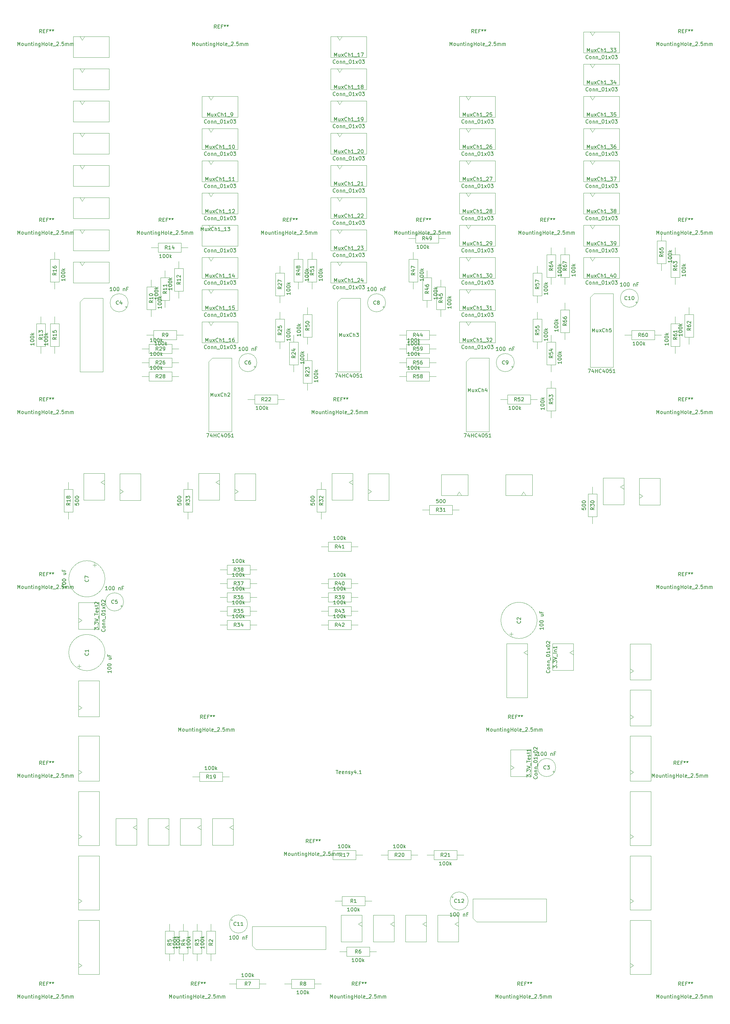
<source format=gbr>
%TF.GenerationSoftware,KiCad,Pcbnew,5.1.9*%
%TF.CreationDate,2021-03-03T15:04:46+01:00*%
%TF.ProjectId,mixer.pcb,6d697865-722e-4706-9362-2e6b69636164,0.2*%
%TF.SameCoordinates,Original*%
%TF.FileFunction,Other,Fab,Top*%
%FSLAX46Y46*%
G04 Gerber Fmt 4.6, Leading zero omitted, Abs format (unit mm)*
G04 Created by KiCad (PCBNEW 5.1.9) date 2021-03-03 15:04:46*
%MOMM*%
%LPD*%
G01*
G04 APERTURE LIST*
%ADD10C,0.100000*%
%ADD11C,0.150000*%
G04 APERTURE END LIST*
D10*
%TO.C,R2*%
X63480000Y-264820000D02*
X60980000Y-264820000D01*
X60980000Y-264820000D02*
X60980000Y-271120000D01*
X60980000Y-271120000D02*
X63480000Y-271120000D01*
X63480000Y-271120000D02*
X63480000Y-264820000D01*
X62230000Y-262890000D02*
X62230000Y-264820000D01*
X62230000Y-273050000D02*
X62230000Y-271120000D01*
%TO.C,R13*%
X16490000Y-97180000D02*
X13990000Y-97180000D01*
X13990000Y-97180000D02*
X13990000Y-103480000D01*
X13990000Y-103480000D02*
X16490000Y-103480000D01*
X16490000Y-103480000D02*
X16490000Y-97180000D01*
X15240000Y-95250000D02*
X15240000Y-97180000D01*
X15240000Y-105410000D02*
X15240000Y-103480000D01*
%TO.C,FX-BTNs1*%
X73660000Y-268875000D02*
X73660000Y-263525000D01*
X73660000Y-263525000D02*
X93980000Y-263525000D01*
X93980000Y-263525000D02*
X93980000Y-269875000D01*
X93980000Y-269875000D02*
X74660000Y-269875000D01*
X74660000Y-269875000D02*
X73660000Y-268875000D01*
%TO.C,fx1_enc2*%
X25590000Y-258990000D02*
X31340000Y-258990000D01*
X31340000Y-258990000D02*
X31340000Y-244090000D01*
X31340000Y-244090000D02*
X25590000Y-244090000D01*
X25590000Y-244090000D02*
X25590000Y-258990000D01*
X25590000Y-257165000D02*
X26590000Y-256540000D01*
X26590000Y-256540000D02*
X25590000Y-255915000D01*
%TO.C,MuxCh1_4*%
X24220000Y-44640000D02*
X24220000Y-50390000D01*
X24220000Y-50390000D02*
X34120000Y-50390000D01*
X34120000Y-50390000D02*
X34120000Y-44640000D01*
X34120000Y-44640000D02*
X24220000Y-44640000D01*
X26045000Y-44640000D02*
X26670000Y-45640000D01*
X26670000Y-45640000D02*
X27295000Y-44640000D01*
%TO.C,MuxCh1_5*%
X24220000Y-53530000D02*
X24220000Y-59280000D01*
X24220000Y-59280000D02*
X34120000Y-59280000D01*
X34120000Y-59280000D02*
X34120000Y-53530000D01*
X34120000Y-53530000D02*
X24220000Y-53530000D01*
X26045000Y-53530000D02*
X26670000Y-54530000D01*
X26670000Y-54530000D02*
X27295000Y-53530000D01*
%TO.C,MuxCh1_2*%
X26670000Y-27860000D02*
X27295000Y-26860000D01*
X26045000Y-26860000D02*
X26670000Y-27860000D01*
X34120000Y-26860000D02*
X24220000Y-26860000D01*
X34120000Y-32610000D02*
X34120000Y-26860000D01*
X24220000Y-32610000D02*
X34120000Y-32610000D01*
X24220000Y-26860000D02*
X24220000Y-32610000D01*
%TO.C,MuxCh1*%
X26035000Y-91170000D02*
X27035000Y-90170000D01*
X26035000Y-110490000D02*
X26035000Y-91170000D01*
X32385000Y-110490000D02*
X26035000Y-110490000D01*
X32385000Y-90170000D02*
X32385000Y-110490000D01*
X27035000Y-90170000D02*
X32385000Y-90170000D01*
%TO.C,MuxCh1_3*%
X24220000Y-35750000D02*
X24220000Y-41500000D01*
X24220000Y-41500000D02*
X34120000Y-41500000D01*
X34120000Y-41500000D02*
X34120000Y-35750000D01*
X34120000Y-35750000D02*
X24220000Y-35750000D01*
X26045000Y-35750000D02*
X26670000Y-36750000D01*
X26670000Y-36750000D02*
X27295000Y-35750000D01*
%TO.C,MuxCh1_6*%
X26670000Y-63420000D02*
X27295000Y-62420000D01*
X26045000Y-62420000D02*
X26670000Y-63420000D01*
X34120000Y-62420000D02*
X24220000Y-62420000D01*
X34120000Y-68170000D02*
X34120000Y-62420000D01*
X24220000Y-68170000D02*
X34120000Y-68170000D01*
X24220000Y-62420000D02*
X24220000Y-68170000D01*
%TO.C,MuxCh1_7*%
X26670000Y-72310000D02*
X27295000Y-71310000D01*
X26045000Y-71310000D02*
X26670000Y-72310000D01*
X34120000Y-71310000D02*
X24220000Y-71310000D01*
X34120000Y-77060000D02*
X34120000Y-71310000D01*
X24220000Y-77060000D02*
X34120000Y-77060000D01*
X24220000Y-71310000D02*
X24220000Y-77060000D01*
%TO.C,MuxCh1_8*%
X24220000Y-80200000D02*
X24220000Y-85950000D01*
X24220000Y-85950000D02*
X34120000Y-85950000D01*
X34120000Y-85950000D02*
X34120000Y-80200000D01*
X34120000Y-80200000D02*
X24220000Y-80200000D01*
X26045000Y-80200000D02*
X26670000Y-81200000D01*
X26670000Y-81200000D02*
X27295000Y-80200000D01*
%TO.C,MuxCh1_1*%
X24220000Y-17970000D02*
X24220000Y-23720000D01*
X24220000Y-23720000D02*
X34120000Y-23720000D01*
X34120000Y-23720000D02*
X34120000Y-17970000D01*
X34120000Y-17970000D02*
X24220000Y-17970000D01*
X26045000Y-17970000D02*
X26670000Y-18970000D01*
X26670000Y-18970000D02*
X27295000Y-17970000D01*
%TO.C,NeoPixel1*%
X26590000Y-203200000D02*
X25590000Y-202575000D01*
X25590000Y-203825000D02*
X26590000Y-203200000D01*
X25590000Y-195750000D02*
X25590000Y-205650000D01*
X31340000Y-195750000D02*
X25590000Y-195750000D01*
X31340000Y-205650000D02*
X31340000Y-195750000D01*
X25590000Y-205650000D02*
X31340000Y-205650000D01*
%TO.C,VU_Matrix1*%
X149670000Y-185510000D02*
X143920000Y-185510000D01*
X143920000Y-185510000D02*
X143920000Y-200410000D01*
X143920000Y-200410000D02*
X149670000Y-200410000D01*
X149670000Y-200410000D02*
X149670000Y-185510000D01*
X149670000Y-187335000D02*
X148670000Y-187960000D01*
X148670000Y-187960000D02*
X149670000Y-188585000D01*
%TO.C,display_1*%
X26590000Y-220980000D02*
X25590000Y-220355000D01*
X25590000Y-221605000D02*
X26590000Y-220980000D01*
X25590000Y-211030000D02*
X25590000Y-223430000D01*
X31340000Y-211030000D02*
X25590000Y-211030000D01*
X31340000Y-223430000D02*
X31340000Y-211030000D01*
X25590000Y-223430000D02*
X31340000Y-223430000D01*
%TO.C,display_2*%
X177990000Y-223430000D02*
X183740000Y-223430000D01*
X183740000Y-223430000D02*
X183740000Y-211030000D01*
X183740000Y-211030000D02*
X177990000Y-211030000D01*
X177990000Y-211030000D02*
X177990000Y-223430000D01*
X177990000Y-221605000D02*
X178990000Y-220980000D01*
X178990000Y-220980000D02*
X177990000Y-220355000D01*
%TO.C,fx1_btn1*%
X102950000Y-262890000D02*
X103950000Y-263515000D01*
X103950000Y-262265000D02*
X102950000Y-262890000D01*
X103950000Y-267840000D02*
X103950000Y-260440000D01*
X98200000Y-267840000D02*
X103950000Y-267840000D01*
X98200000Y-260440000D02*
X98200000Y-267840000D01*
X103950000Y-260440000D02*
X98200000Y-260440000D01*
%TO.C,fx1_btn2*%
X50610000Y-233770000D02*
X44860000Y-233770000D01*
X44860000Y-233770000D02*
X44860000Y-241170000D01*
X44860000Y-241170000D02*
X50610000Y-241170000D01*
X50610000Y-241170000D02*
X50610000Y-233770000D01*
X50610000Y-235595000D02*
X49610000Y-236220000D01*
X49610000Y-236220000D02*
X50610000Y-236845000D01*
%TO.C,fx1_btn3*%
X59500000Y-233770000D02*
X53750000Y-233770000D01*
X53750000Y-233770000D02*
X53750000Y-241170000D01*
X53750000Y-241170000D02*
X59500000Y-241170000D01*
X59500000Y-241170000D02*
X59500000Y-233770000D01*
X59500000Y-235595000D02*
X58500000Y-236220000D01*
X58500000Y-236220000D02*
X59500000Y-236845000D01*
%TO.C,fx1_btn4*%
X67390000Y-236220000D02*
X68390000Y-236845000D01*
X68390000Y-235595000D02*
X67390000Y-236220000D01*
X68390000Y-241170000D02*
X68390000Y-233770000D01*
X62640000Y-241170000D02*
X68390000Y-241170000D01*
X62640000Y-233770000D02*
X62640000Y-241170000D01*
X68390000Y-233770000D02*
X62640000Y-233770000D01*
%TO.C,fx1_enc1*%
X25590000Y-241210000D02*
X31340000Y-241210000D01*
X31340000Y-241210000D02*
X31340000Y-226310000D01*
X31340000Y-226310000D02*
X25590000Y-226310000D01*
X25590000Y-226310000D02*
X25590000Y-241210000D01*
X25590000Y-239385000D02*
X26590000Y-238760000D01*
X26590000Y-238760000D02*
X25590000Y-238135000D01*
%TO.C,fx1_enc3*%
X25590000Y-276770000D02*
X31340000Y-276770000D01*
X31340000Y-276770000D02*
X31340000Y-261870000D01*
X31340000Y-261870000D02*
X25590000Y-261870000D01*
X25590000Y-261870000D02*
X25590000Y-276770000D01*
X25590000Y-274945000D02*
X26590000Y-274320000D01*
X26590000Y-274320000D02*
X25590000Y-273695000D01*
%TO.C,fx2_btn1*%
X41720000Y-233770000D02*
X35970000Y-233770000D01*
X35970000Y-233770000D02*
X35970000Y-241170000D01*
X35970000Y-241170000D02*
X41720000Y-241170000D01*
X41720000Y-241170000D02*
X41720000Y-233770000D01*
X41720000Y-235595000D02*
X40720000Y-236220000D01*
X40720000Y-236220000D02*
X41720000Y-236845000D01*
%TO.C,fx2_btn2*%
X111840000Y-262890000D02*
X112840000Y-263515000D01*
X112840000Y-262265000D02*
X111840000Y-262890000D01*
X112840000Y-267840000D02*
X112840000Y-260440000D01*
X107090000Y-267840000D02*
X112840000Y-267840000D01*
X107090000Y-260440000D02*
X107090000Y-267840000D01*
X112840000Y-260440000D02*
X107090000Y-260440000D01*
%TO.C,fx2_btn3*%
X121730000Y-260440000D02*
X115980000Y-260440000D01*
X115980000Y-260440000D02*
X115980000Y-267840000D01*
X115980000Y-267840000D02*
X121730000Y-267840000D01*
X121730000Y-267840000D02*
X121730000Y-260440000D01*
X121730000Y-262265000D02*
X120730000Y-262890000D01*
X120730000Y-262890000D02*
X121730000Y-263515000D01*
%TO.C,fx2_btn4*%
X129620000Y-262890000D02*
X130620000Y-263515000D01*
X130620000Y-262265000D02*
X129620000Y-262890000D01*
X130620000Y-267840000D02*
X130620000Y-260440000D01*
X124870000Y-267840000D02*
X130620000Y-267840000D01*
X124870000Y-260440000D02*
X124870000Y-267840000D01*
X130620000Y-260440000D02*
X124870000Y-260440000D01*
%TO.C,fx2_enc1*%
X178990000Y-238760000D02*
X177990000Y-238135000D01*
X177990000Y-239385000D02*
X178990000Y-238760000D01*
X177990000Y-226310000D02*
X177990000Y-241210000D01*
X183740000Y-226310000D02*
X177990000Y-226310000D01*
X183740000Y-241210000D02*
X183740000Y-226310000D01*
X177990000Y-241210000D02*
X183740000Y-241210000D01*
%TO.C,fx2_enc2*%
X177990000Y-258990000D02*
X183740000Y-258990000D01*
X183740000Y-258990000D02*
X183740000Y-244090000D01*
X183740000Y-244090000D02*
X177990000Y-244090000D01*
X177990000Y-244090000D02*
X177990000Y-258990000D01*
X177990000Y-257165000D02*
X178990000Y-256540000D01*
X178990000Y-256540000D02*
X177990000Y-255915000D01*
%TO.C,fx2_enc3*%
X178990000Y-274320000D02*
X177990000Y-273695000D01*
X177990000Y-274945000D02*
X178990000Y-274320000D01*
X177990000Y-261870000D02*
X177990000Y-276770000D01*
X183740000Y-261870000D02*
X177990000Y-261870000D01*
X183740000Y-276770000D02*
X183740000Y-261870000D01*
X177990000Y-276770000D02*
X183740000Y-276770000D01*
%TO.C,fxEncBtns1*%
X135620000Y-262255000D02*
X134620000Y-261255000D01*
X154940000Y-262255000D02*
X135620000Y-262255000D01*
X154940000Y-255905000D02*
X154940000Y-262255000D01*
X134620000Y-255905000D02*
X154940000Y-255905000D01*
X134620000Y-261255000D02*
X134620000Y-255905000D01*
%TO.C,pfl_btn_1*%
X38020000Y-143510000D02*
X37020000Y-142885000D01*
X37020000Y-144135000D02*
X38020000Y-143510000D01*
X37020000Y-138560000D02*
X37020000Y-145960000D01*
X42770000Y-138560000D02*
X37020000Y-138560000D01*
X42770000Y-145960000D02*
X42770000Y-138560000D01*
X37020000Y-145960000D02*
X42770000Y-145960000D01*
%TO.C,pfl_btn_2*%
X68770000Y-145960000D02*
X74520000Y-145960000D01*
X74520000Y-145960000D02*
X74520000Y-138560000D01*
X74520000Y-138560000D02*
X68770000Y-138560000D01*
X68770000Y-138560000D02*
X68770000Y-145960000D01*
X68770000Y-144135000D02*
X69770000Y-143510000D01*
X69770000Y-143510000D02*
X68770000Y-142885000D01*
%TO.C,pfl_btn_3*%
X106600000Y-143510000D02*
X105600000Y-142885000D01*
X105600000Y-144135000D02*
X106600000Y-143510000D01*
X105600000Y-138560000D02*
X105600000Y-145960000D01*
X111350000Y-138560000D02*
X105600000Y-138560000D01*
X111350000Y-145960000D02*
X111350000Y-138560000D01*
X105600000Y-145960000D02*
X111350000Y-145960000D01*
%TO.C,pfl_btn_4*%
X151040000Y-144590000D02*
X151040000Y-138840000D01*
X151040000Y-138840000D02*
X143640000Y-138840000D01*
X143640000Y-138840000D02*
X143640000Y-144590000D01*
X143640000Y-144590000D02*
X151040000Y-144590000D01*
X149215000Y-144590000D02*
X148590000Y-143590000D01*
X148590000Y-143590000D02*
X147965000Y-144590000D01*
%TO.C,pfl_btn_master1*%
X181530000Y-144780000D02*
X180530000Y-144155000D01*
X180530000Y-145405000D02*
X181530000Y-144780000D01*
X180530000Y-139830000D02*
X180530000Y-147230000D01*
X186280000Y-139830000D02*
X180530000Y-139830000D01*
X186280000Y-147230000D02*
X186280000Y-139830000D01*
X180530000Y-147230000D02*
X186280000Y-147230000D01*
%TO.C,pfl_led_1*%
X32830000Y-138520000D02*
X27080000Y-138520000D01*
X27080000Y-138520000D02*
X27080000Y-145920000D01*
X27080000Y-145920000D02*
X32830000Y-145920000D01*
X32830000Y-145920000D02*
X32830000Y-138520000D01*
X32830000Y-140345000D02*
X31830000Y-140970000D01*
X31830000Y-140970000D02*
X32830000Y-141595000D01*
%TO.C,pfl_led_2*%
X63580000Y-140970000D02*
X64580000Y-141595000D01*
X64580000Y-140345000D02*
X63580000Y-140970000D01*
X64580000Y-145920000D02*
X64580000Y-138520000D01*
X58830000Y-145920000D02*
X64580000Y-145920000D01*
X58830000Y-138520000D02*
X58830000Y-145920000D01*
X64580000Y-138520000D02*
X58830000Y-138520000D01*
%TO.C,pfl_led_3*%
X100410000Y-140970000D02*
X101410000Y-141595000D01*
X101410000Y-140345000D02*
X100410000Y-140970000D01*
X101410000Y-145920000D02*
X101410000Y-138520000D01*
X95660000Y-145920000D02*
X101410000Y-145920000D01*
X95660000Y-138520000D02*
X95660000Y-145920000D01*
X101410000Y-138520000D02*
X95660000Y-138520000D01*
%TO.C,pfl_led_4*%
X133260000Y-144590000D02*
X133260000Y-138840000D01*
X133260000Y-138840000D02*
X125860000Y-138840000D01*
X125860000Y-138840000D02*
X125860000Y-144590000D01*
X125860000Y-144590000D02*
X133260000Y-144590000D01*
X131435000Y-144590000D02*
X130810000Y-143590000D01*
X130810000Y-143590000D02*
X130185000Y-144590000D01*
%TO.C,pfl_led_master1*%
X176340000Y-139790000D02*
X170590000Y-139790000D01*
X170590000Y-139790000D02*
X170590000Y-147190000D01*
X170590000Y-147190000D02*
X176340000Y-147190000D01*
X176340000Y-147190000D02*
X176340000Y-139790000D01*
X176340000Y-141615000D02*
X175340000Y-142240000D01*
X175340000Y-142240000D02*
X176340000Y-142865000D01*
%TO.C,spare(28)1*%
X177990000Y-195490000D02*
X183740000Y-195490000D01*
X183740000Y-195490000D02*
X183740000Y-185590000D01*
X183740000Y-185590000D02*
X177990000Y-185590000D01*
X177990000Y-185590000D02*
X177990000Y-195490000D01*
X177990000Y-193665000D02*
X178990000Y-193040000D01*
X178990000Y-193040000D02*
X177990000Y-192415000D01*
%TO.C,spare(29)1*%
X177990000Y-208190000D02*
X183740000Y-208190000D01*
X183740000Y-208190000D02*
X183740000Y-198290000D01*
X183740000Y-198290000D02*
X177990000Y-198290000D01*
X177990000Y-198290000D02*
X177990000Y-208190000D01*
X177990000Y-206365000D02*
X178990000Y-205740000D01*
X178990000Y-205740000D02*
X177990000Y-205115000D01*
%TO.C,C1*%
X32940000Y-187980000D02*
G75*
G03*
X32940000Y-187980000I-5000000J0D01*
G01*
X25752500Y-192268861D02*
X25752500Y-191268861D01*
X25252500Y-191768861D02*
X26252500Y-191768861D01*
%TO.C,MuxCh2*%
X61595000Y-107680000D02*
X62595000Y-106680000D01*
X61595000Y-127000000D02*
X61595000Y-107680000D01*
X67945000Y-127000000D02*
X61595000Y-127000000D01*
X67945000Y-106680000D02*
X67945000Y-127000000D01*
X62595000Y-106680000D02*
X67945000Y-106680000D01*
%TO.C,MuxCh3*%
X97155000Y-91170000D02*
X98155000Y-90170000D01*
X97155000Y-110490000D02*
X97155000Y-91170000D01*
X103505000Y-110490000D02*
X97155000Y-110490000D01*
X103505000Y-90170000D02*
X103505000Y-110490000D01*
X98155000Y-90170000D02*
X103505000Y-90170000D01*
%TO.C,MuxCh4*%
X133715000Y-106680000D02*
X139065000Y-106680000D01*
X139065000Y-106680000D02*
X139065000Y-127000000D01*
X139065000Y-127000000D02*
X132715000Y-127000000D01*
X132715000Y-127000000D02*
X132715000Y-107680000D01*
X132715000Y-107680000D02*
X133715000Y-106680000D01*
%TO.C,MuxCh5*%
X168005000Y-88900000D02*
X173355000Y-88900000D01*
X173355000Y-88900000D02*
X173355000Y-109220000D01*
X173355000Y-109220000D02*
X167005000Y-109220000D01*
X167005000Y-109220000D02*
X167005000Y-89900000D01*
X167005000Y-89900000D02*
X168005000Y-88900000D01*
%TO.C,MuxCh1_9*%
X62230000Y-35480000D02*
X62855000Y-34480000D01*
X61605000Y-34480000D02*
X62230000Y-35480000D01*
X69680000Y-34480000D02*
X59780000Y-34480000D01*
X69680000Y-40230000D02*
X69680000Y-34480000D01*
X59780000Y-40230000D02*
X69680000Y-40230000D01*
X59780000Y-34480000D02*
X59780000Y-40230000D01*
%TO.C,MuxCh1_10*%
X62230000Y-44370000D02*
X62855000Y-43370000D01*
X61605000Y-43370000D02*
X62230000Y-44370000D01*
X69680000Y-43370000D02*
X59780000Y-43370000D01*
X69680000Y-49120000D02*
X69680000Y-43370000D01*
X59780000Y-49120000D02*
X69680000Y-49120000D01*
X59780000Y-43370000D02*
X59780000Y-49120000D01*
%TO.C,MuxCh1_11*%
X59780000Y-52260000D02*
X59780000Y-58010000D01*
X59780000Y-58010000D02*
X69680000Y-58010000D01*
X69680000Y-58010000D02*
X69680000Y-52260000D01*
X69680000Y-52260000D02*
X59780000Y-52260000D01*
X61605000Y-52260000D02*
X62230000Y-53260000D01*
X62230000Y-53260000D02*
X62855000Y-52260000D01*
%TO.C,MuxCh1_12*%
X59780000Y-61150000D02*
X59780000Y-66900000D01*
X59780000Y-66900000D02*
X69680000Y-66900000D01*
X69680000Y-66900000D02*
X69680000Y-61150000D01*
X69680000Y-61150000D02*
X59780000Y-61150000D01*
X61605000Y-61150000D02*
X62230000Y-62150000D01*
X62230000Y-62150000D02*
X62855000Y-61150000D01*
%TO.C,MuxCh1_13*%
X59780000Y-70040000D02*
X59780000Y-75790000D01*
X59780000Y-75790000D02*
X69680000Y-75790000D01*
X69680000Y-75790000D02*
X69680000Y-70040000D01*
X69680000Y-70040000D02*
X59780000Y-70040000D01*
X61605000Y-70040000D02*
X62230000Y-71040000D01*
X62230000Y-71040000D02*
X62855000Y-70040000D01*
%TO.C,MuxCh1_14*%
X62230000Y-79930000D02*
X62855000Y-78930000D01*
X61605000Y-78930000D02*
X62230000Y-79930000D01*
X69680000Y-78930000D02*
X59780000Y-78930000D01*
X69680000Y-84680000D02*
X69680000Y-78930000D01*
X59780000Y-84680000D02*
X69680000Y-84680000D01*
X59780000Y-78930000D02*
X59780000Y-84680000D01*
%TO.C,MuxCh1_15*%
X62230000Y-88820000D02*
X62855000Y-87820000D01*
X61605000Y-87820000D02*
X62230000Y-88820000D01*
X69680000Y-87820000D02*
X59780000Y-87820000D01*
X69680000Y-93570000D02*
X69680000Y-87820000D01*
X59780000Y-93570000D02*
X69680000Y-93570000D01*
X59780000Y-87820000D02*
X59780000Y-93570000D01*
%TO.C,MuxCh1_16*%
X59780000Y-96710000D02*
X59780000Y-102460000D01*
X59780000Y-102460000D02*
X69680000Y-102460000D01*
X69680000Y-102460000D02*
X69680000Y-96710000D01*
X69680000Y-96710000D02*
X59780000Y-96710000D01*
X61605000Y-96710000D02*
X62230000Y-97710000D01*
X62230000Y-97710000D02*
X62855000Y-96710000D01*
%TO.C,MuxCh1_17*%
X95340000Y-17970000D02*
X95340000Y-23720000D01*
X95340000Y-23720000D02*
X105240000Y-23720000D01*
X105240000Y-23720000D02*
X105240000Y-17970000D01*
X105240000Y-17970000D02*
X95340000Y-17970000D01*
X97165000Y-17970000D02*
X97790000Y-18970000D01*
X97790000Y-18970000D02*
X98415000Y-17970000D01*
%TO.C,MuxCh1_18*%
X97790000Y-27860000D02*
X98415000Y-26860000D01*
X97165000Y-26860000D02*
X97790000Y-27860000D01*
X105240000Y-26860000D02*
X95340000Y-26860000D01*
X105240000Y-32610000D02*
X105240000Y-26860000D01*
X95340000Y-32610000D02*
X105240000Y-32610000D01*
X95340000Y-26860000D02*
X95340000Y-32610000D01*
%TO.C,MuxCh1_19*%
X95340000Y-35750000D02*
X95340000Y-41500000D01*
X95340000Y-41500000D02*
X105240000Y-41500000D01*
X105240000Y-41500000D02*
X105240000Y-35750000D01*
X105240000Y-35750000D02*
X95340000Y-35750000D01*
X97165000Y-35750000D02*
X97790000Y-36750000D01*
X97790000Y-36750000D02*
X98415000Y-35750000D01*
%TO.C,MuxCh1_20*%
X95340000Y-44640000D02*
X95340000Y-50390000D01*
X95340000Y-50390000D02*
X105240000Y-50390000D01*
X105240000Y-50390000D02*
X105240000Y-44640000D01*
X105240000Y-44640000D02*
X95340000Y-44640000D01*
X97165000Y-44640000D02*
X97790000Y-45640000D01*
X97790000Y-45640000D02*
X98415000Y-44640000D01*
%TO.C,MuxCh1_21*%
X97790000Y-54530000D02*
X98415000Y-53530000D01*
X97165000Y-53530000D02*
X97790000Y-54530000D01*
X105240000Y-53530000D02*
X95340000Y-53530000D01*
X105240000Y-59280000D02*
X105240000Y-53530000D01*
X95340000Y-59280000D02*
X105240000Y-59280000D01*
X95340000Y-53530000D02*
X95340000Y-59280000D01*
%TO.C,MuxCh1_22*%
X95340000Y-62420000D02*
X95340000Y-68170000D01*
X95340000Y-68170000D02*
X105240000Y-68170000D01*
X105240000Y-68170000D02*
X105240000Y-62420000D01*
X105240000Y-62420000D02*
X95340000Y-62420000D01*
X97165000Y-62420000D02*
X97790000Y-63420000D01*
X97790000Y-63420000D02*
X98415000Y-62420000D01*
%TO.C,MuxCh1_23*%
X95340000Y-71310000D02*
X95340000Y-77060000D01*
X95340000Y-77060000D02*
X105240000Y-77060000D01*
X105240000Y-77060000D02*
X105240000Y-71310000D01*
X105240000Y-71310000D02*
X95340000Y-71310000D01*
X97165000Y-71310000D02*
X97790000Y-72310000D01*
X97790000Y-72310000D02*
X98415000Y-71310000D01*
%TO.C,MuxCh1_24*%
X97790000Y-81200000D02*
X98415000Y-80200000D01*
X97165000Y-80200000D02*
X97790000Y-81200000D01*
X105240000Y-80200000D02*
X95340000Y-80200000D01*
X105240000Y-85950000D02*
X105240000Y-80200000D01*
X95340000Y-85950000D02*
X105240000Y-85950000D01*
X95340000Y-80200000D02*
X95340000Y-85950000D01*
%TO.C,MuxCh1_25*%
X130900000Y-34480000D02*
X130900000Y-40230000D01*
X130900000Y-40230000D02*
X140800000Y-40230000D01*
X140800000Y-40230000D02*
X140800000Y-34480000D01*
X140800000Y-34480000D02*
X130900000Y-34480000D01*
X132725000Y-34480000D02*
X133350000Y-35480000D01*
X133350000Y-35480000D02*
X133975000Y-34480000D01*
%TO.C,MuxCh1_26*%
X133350000Y-44370000D02*
X133975000Y-43370000D01*
X132725000Y-43370000D02*
X133350000Y-44370000D01*
X140800000Y-43370000D02*
X130900000Y-43370000D01*
X140800000Y-49120000D02*
X140800000Y-43370000D01*
X130900000Y-49120000D02*
X140800000Y-49120000D01*
X130900000Y-43370000D02*
X130900000Y-49120000D01*
%TO.C,MuxCh1_27*%
X133350000Y-53260000D02*
X133975000Y-52260000D01*
X132725000Y-52260000D02*
X133350000Y-53260000D01*
X140800000Y-52260000D02*
X130900000Y-52260000D01*
X140800000Y-58010000D02*
X140800000Y-52260000D01*
X130900000Y-58010000D02*
X140800000Y-58010000D01*
X130900000Y-52260000D02*
X130900000Y-58010000D01*
%TO.C,MuxCh1_28*%
X130900000Y-61150000D02*
X130900000Y-66900000D01*
X130900000Y-66900000D02*
X140800000Y-66900000D01*
X140800000Y-66900000D02*
X140800000Y-61150000D01*
X140800000Y-61150000D02*
X130900000Y-61150000D01*
X132725000Y-61150000D02*
X133350000Y-62150000D01*
X133350000Y-62150000D02*
X133975000Y-61150000D01*
%TO.C,MuxCh1_29*%
X133350000Y-71040000D02*
X133975000Y-70040000D01*
X132725000Y-70040000D02*
X133350000Y-71040000D01*
X140800000Y-70040000D02*
X130900000Y-70040000D01*
X140800000Y-75790000D02*
X140800000Y-70040000D01*
X130900000Y-75790000D02*
X140800000Y-75790000D01*
X130900000Y-70040000D02*
X130900000Y-75790000D01*
%TO.C,MuxCh1_30*%
X130900000Y-78930000D02*
X130900000Y-84680000D01*
X130900000Y-84680000D02*
X140800000Y-84680000D01*
X140800000Y-84680000D02*
X140800000Y-78930000D01*
X140800000Y-78930000D02*
X130900000Y-78930000D01*
X132725000Y-78930000D02*
X133350000Y-79930000D01*
X133350000Y-79930000D02*
X133975000Y-78930000D01*
%TO.C,MuxCh1_31*%
X133350000Y-88820000D02*
X133975000Y-87820000D01*
X132725000Y-87820000D02*
X133350000Y-88820000D01*
X140800000Y-87820000D02*
X130900000Y-87820000D01*
X140800000Y-93570000D02*
X140800000Y-87820000D01*
X130900000Y-93570000D02*
X140800000Y-93570000D01*
X130900000Y-87820000D02*
X130900000Y-93570000D01*
%TO.C,MuxCh1_32*%
X133350000Y-97710000D02*
X133975000Y-96710000D01*
X132725000Y-96710000D02*
X133350000Y-97710000D01*
X140800000Y-96710000D02*
X130900000Y-96710000D01*
X140800000Y-102460000D02*
X140800000Y-96710000D01*
X130900000Y-102460000D02*
X140800000Y-102460000D01*
X130900000Y-96710000D02*
X130900000Y-102460000D01*
%TO.C,MuxCh1_33*%
X165190000Y-16700000D02*
X165190000Y-22450000D01*
X165190000Y-22450000D02*
X175090000Y-22450000D01*
X175090000Y-22450000D02*
X175090000Y-16700000D01*
X175090000Y-16700000D02*
X165190000Y-16700000D01*
X167015000Y-16700000D02*
X167640000Y-17700000D01*
X167640000Y-17700000D02*
X168265000Y-16700000D01*
%TO.C,MuxCh1_34*%
X167640000Y-26590000D02*
X168265000Y-25590000D01*
X167015000Y-25590000D02*
X167640000Y-26590000D01*
X175090000Y-25590000D02*
X165190000Y-25590000D01*
X175090000Y-31340000D02*
X175090000Y-25590000D01*
X165190000Y-31340000D02*
X175090000Y-31340000D01*
X165190000Y-25590000D02*
X165190000Y-31340000D01*
%TO.C,MuxCh1_35*%
X165190000Y-34480000D02*
X165190000Y-40230000D01*
X165190000Y-40230000D02*
X175090000Y-40230000D01*
X175090000Y-40230000D02*
X175090000Y-34480000D01*
X175090000Y-34480000D02*
X165190000Y-34480000D01*
X167015000Y-34480000D02*
X167640000Y-35480000D01*
X167640000Y-35480000D02*
X168265000Y-34480000D01*
%TO.C,MuxCh1_36*%
X165190000Y-43370000D02*
X165190000Y-49120000D01*
X165190000Y-49120000D02*
X175090000Y-49120000D01*
X175090000Y-49120000D02*
X175090000Y-43370000D01*
X175090000Y-43370000D02*
X165190000Y-43370000D01*
X167015000Y-43370000D02*
X167640000Y-44370000D01*
X167640000Y-44370000D02*
X168265000Y-43370000D01*
%TO.C,MuxCh1_37*%
X167640000Y-53260000D02*
X168265000Y-52260000D01*
X167015000Y-52260000D02*
X167640000Y-53260000D01*
X175090000Y-52260000D02*
X165190000Y-52260000D01*
X175090000Y-58010000D02*
X175090000Y-52260000D01*
X165190000Y-58010000D02*
X175090000Y-58010000D01*
X165190000Y-52260000D02*
X165190000Y-58010000D01*
%TO.C,MuxCh1_38*%
X165190000Y-61150000D02*
X165190000Y-66900000D01*
X165190000Y-66900000D02*
X175090000Y-66900000D01*
X175090000Y-66900000D02*
X175090000Y-61150000D01*
X175090000Y-61150000D02*
X165190000Y-61150000D01*
X167015000Y-61150000D02*
X167640000Y-62150000D01*
X167640000Y-62150000D02*
X168265000Y-61150000D01*
%TO.C,MuxCh1_39*%
X167640000Y-71040000D02*
X168265000Y-70040000D01*
X167015000Y-70040000D02*
X167640000Y-71040000D01*
X175090000Y-70040000D02*
X165190000Y-70040000D01*
X175090000Y-75790000D02*
X175090000Y-70040000D01*
X165190000Y-75790000D02*
X175090000Y-75790000D01*
X165190000Y-70040000D02*
X165190000Y-75790000D01*
%TO.C,MuxCh1_40*%
X167640000Y-79930000D02*
X168265000Y-78930000D01*
X167015000Y-78930000D02*
X167640000Y-79930000D01*
X175090000Y-78930000D02*
X165190000Y-78930000D01*
X175090000Y-84680000D02*
X175090000Y-78930000D01*
X165190000Y-84680000D02*
X175090000Y-84680000D01*
X165190000Y-78930000D02*
X165190000Y-84680000D01*
%TO.C,R1*%
X106680000Y-256540000D02*
X104750000Y-256540000D01*
X96520000Y-256540000D02*
X98450000Y-256540000D01*
X104750000Y-255290000D02*
X98450000Y-255290000D01*
X104750000Y-257790000D02*
X104750000Y-255290000D01*
X98450000Y-257790000D02*
X104750000Y-257790000D01*
X98450000Y-255290000D02*
X98450000Y-257790000D01*
%TO.C,R3*%
X58420000Y-273050000D02*
X58420000Y-271120000D01*
X58420000Y-262890000D02*
X58420000Y-264820000D01*
X59670000Y-271120000D02*
X59670000Y-264820000D01*
X57170000Y-271120000D02*
X59670000Y-271120000D01*
X57170000Y-264820000D02*
X57170000Y-271120000D01*
X59670000Y-264820000D02*
X57170000Y-264820000D01*
%TO.C,R4*%
X55860000Y-264820000D02*
X53360000Y-264820000D01*
X53360000Y-264820000D02*
X53360000Y-271120000D01*
X53360000Y-271120000D02*
X55860000Y-271120000D01*
X55860000Y-271120000D02*
X55860000Y-264820000D01*
X54610000Y-262890000D02*
X54610000Y-264820000D01*
X54610000Y-273050000D02*
X54610000Y-271120000D01*
%TO.C,R5*%
X50800000Y-262890000D02*
X50800000Y-264820000D01*
X50800000Y-273050000D02*
X50800000Y-271120000D01*
X49550000Y-264820000D02*
X49550000Y-271120000D01*
X52050000Y-264820000D02*
X49550000Y-264820000D01*
X52050000Y-271120000D02*
X52050000Y-264820000D01*
X49550000Y-271120000D02*
X52050000Y-271120000D01*
%TO.C,R6*%
X99720000Y-269260000D02*
X99720000Y-271760000D01*
X99720000Y-271760000D02*
X106020000Y-271760000D01*
X106020000Y-271760000D02*
X106020000Y-269260000D01*
X106020000Y-269260000D02*
X99720000Y-269260000D01*
X97790000Y-270510000D02*
X99720000Y-270510000D01*
X107950000Y-270510000D02*
X106020000Y-270510000D01*
%TO.C,R7*%
X67310000Y-279400000D02*
X69240000Y-279400000D01*
X77470000Y-279400000D02*
X75540000Y-279400000D01*
X69240000Y-280650000D02*
X75540000Y-280650000D01*
X69240000Y-278150000D02*
X69240000Y-280650000D01*
X75540000Y-278150000D02*
X69240000Y-278150000D01*
X75540000Y-280650000D02*
X75540000Y-278150000D01*
%TO.C,R8*%
X84480000Y-278150000D02*
X84480000Y-280650000D01*
X84480000Y-280650000D02*
X90780000Y-280650000D01*
X90780000Y-280650000D02*
X90780000Y-278150000D01*
X90780000Y-278150000D02*
X84480000Y-278150000D01*
X82550000Y-279400000D02*
X84480000Y-279400000D01*
X92710000Y-279400000D02*
X90780000Y-279400000D01*
%TO.C,R9*%
X46380000Y-99080000D02*
X46380000Y-101580000D01*
X46380000Y-101580000D02*
X52680000Y-101580000D01*
X52680000Y-101580000D02*
X52680000Y-99080000D01*
X52680000Y-99080000D02*
X46380000Y-99080000D01*
X44450000Y-100330000D02*
X46380000Y-100330000D01*
X54610000Y-100330000D02*
X52680000Y-100330000D01*
%TO.C,R10*%
X44470000Y-93320000D02*
X46970000Y-93320000D01*
X46970000Y-93320000D02*
X46970000Y-87020000D01*
X46970000Y-87020000D02*
X44470000Y-87020000D01*
X44470000Y-87020000D02*
X44470000Y-93320000D01*
X45720000Y-95250000D02*
X45720000Y-93320000D01*
X45720000Y-85090000D02*
X45720000Y-87020000D01*
%TO.C,R11*%
X50780000Y-84480000D02*
X48280000Y-84480000D01*
X48280000Y-84480000D02*
X48280000Y-90780000D01*
X48280000Y-90780000D02*
X50780000Y-90780000D01*
X50780000Y-90780000D02*
X50780000Y-84480000D01*
X49530000Y-82550000D02*
X49530000Y-84480000D01*
X49530000Y-92710000D02*
X49530000Y-90780000D01*
%TO.C,R12*%
X53340000Y-90170000D02*
X53340000Y-88240000D01*
X53340000Y-80010000D02*
X53340000Y-81940000D01*
X54590000Y-88240000D02*
X54590000Y-81940000D01*
X52090000Y-88240000D02*
X54590000Y-88240000D01*
X52090000Y-81940000D02*
X52090000Y-88240000D01*
X54590000Y-81940000D02*
X52090000Y-81940000D01*
%TO.C,R14*%
X55880000Y-76200000D02*
X53950000Y-76200000D01*
X45720000Y-76200000D02*
X47650000Y-76200000D01*
X53950000Y-74950000D02*
X47650000Y-74950000D01*
X53950000Y-77450000D02*
X53950000Y-74950000D01*
X47650000Y-77450000D02*
X53950000Y-77450000D01*
X47650000Y-74950000D02*
X47650000Y-77450000D01*
%TO.C,R15*%
X20300000Y-97180000D02*
X17800000Y-97180000D01*
X17800000Y-97180000D02*
X17800000Y-103480000D01*
X17800000Y-103480000D02*
X20300000Y-103480000D01*
X20300000Y-103480000D02*
X20300000Y-97180000D01*
X19050000Y-95250000D02*
X19050000Y-97180000D01*
X19050000Y-105410000D02*
X19050000Y-103480000D01*
%TO.C,R16*%
X19050000Y-77470000D02*
X19050000Y-79400000D01*
X19050000Y-87630000D02*
X19050000Y-85700000D01*
X17800000Y-79400000D02*
X17800000Y-85700000D01*
X20300000Y-79400000D02*
X17800000Y-79400000D01*
X20300000Y-85700000D02*
X20300000Y-79400000D01*
X17800000Y-85700000D02*
X20300000Y-85700000D01*
%TO.C,R17*%
X102210000Y-245090000D02*
X102210000Y-242590000D01*
X102210000Y-242590000D02*
X95910000Y-242590000D01*
X95910000Y-242590000D02*
X95910000Y-245090000D01*
X95910000Y-245090000D02*
X102210000Y-245090000D01*
X104140000Y-243840000D02*
X102210000Y-243840000D01*
X93980000Y-243840000D02*
X95910000Y-243840000D01*
%TO.C,R18*%
X21610000Y-149200000D02*
X24110000Y-149200000D01*
X24110000Y-149200000D02*
X24110000Y-142900000D01*
X24110000Y-142900000D02*
X21610000Y-142900000D01*
X21610000Y-142900000D02*
X21610000Y-149200000D01*
X22860000Y-151130000D02*
X22860000Y-149200000D01*
X22860000Y-140970000D02*
X22860000Y-142900000D01*
%TO.C,R19*%
X57150000Y-222250000D02*
X59080000Y-222250000D01*
X67310000Y-222250000D02*
X65380000Y-222250000D01*
X59080000Y-223500000D02*
X65380000Y-223500000D01*
X59080000Y-221000000D02*
X59080000Y-223500000D01*
X65380000Y-221000000D02*
X59080000Y-221000000D01*
X65380000Y-223500000D02*
X65380000Y-221000000D01*
%TO.C,R20*%
X117450000Y-245090000D02*
X117450000Y-242590000D01*
X117450000Y-242590000D02*
X111150000Y-242590000D01*
X111150000Y-242590000D02*
X111150000Y-245090000D01*
X111150000Y-245090000D02*
X117450000Y-245090000D01*
X119380000Y-243840000D02*
X117450000Y-243840000D01*
X109220000Y-243840000D02*
X111150000Y-243840000D01*
%TO.C,R21*%
X132080000Y-243840000D02*
X130150000Y-243840000D01*
X121920000Y-243840000D02*
X123850000Y-243840000D01*
X130150000Y-242590000D02*
X123850000Y-242590000D01*
X130150000Y-245090000D02*
X130150000Y-242590000D01*
X123850000Y-245090000D02*
X130150000Y-245090000D01*
X123850000Y-242590000D02*
X123850000Y-245090000D01*
%TO.C,R22*%
X82550000Y-118110000D02*
X80620000Y-118110000D01*
X72390000Y-118110000D02*
X74320000Y-118110000D01*
X80620000Y-116860000D02*
X74320000Y-116860000D01*
X80620000Y-119360000D02*
X80620000Y-116860000D01*
X74320000Y-119360000D02*
X80620000Y-119360000D01*
X74320000Y-116860000D02*
X74320000Y-119360000D01*
%TO.C,R23*%
X87650000Y-113640000D02*
X90150000Y-113640000D01*
X90150000Y-113640000D02*
X90150000Y-107340000D01*
X90150000Y-107340000D02*
X87650000Y-107340000D01*
X87650000Y-107340000D02*
X87650000Y-113640000D01*
X88900000Y-115570000D02*
X88900000Y-113640000D01*
X88900000Y-105410000D02*
X88900000Y-107340000D01*
%TO.C,R24*%
X85090000Y-100330000D02*
X85090000Y-102260000D01*
X85090000Y-110490000D02*
X85090000Y-108560000D01*
X83840000Y-102260000D02*
X83840000Y-108560000D01*
X86340000Y-102260000D02*
X83840000Y-102260000D01*
X86340000Y-108560000D02*
X86340000Y-102260000D01*
X83840000Y-108560000D02*
X86340000Y-108560000D01*
%TO.C,R25*%
X81280000Y-93980000D02*
X81280000Y-95910000D01*
X81280000Y-104140000D02*
X81280000Y-102210000D01*
X80030000Y-95910000D02*
X80030000Y-102210000D01*
X82530000Y-95910000D02*
X80030000Y-95910000D01*
X82530000Y-102210000D02*
X82530000Y-95910000D01*
X80030000Y-102210000D02*
X82530000Y-102210000D01*
%TO.C,R26*%
X51410000Y-109200000D02*
X51410000Y-106700000D01*
X51410000Y-106700000D02*
X45110000Y-106700000D01*
X45110000Y-106700000D02*
X45110000Y-109200000D01*
X45110000Y-109200000D02*
X51410000Y-109200000D01*
X53340000Y-107950000D02*
X51410000Y-107950000D01*
X43180000Y-107950000D02*
X45110000Y-107950000D01*
%TO.C,R27*%
X81280000Y-81280000D02*
X81280000Y-83210000D01*
X81280000Y-91440000D02*
X81280000Y-89510000D01*
X80030000Y-83210000D02*
X80030000Y-89510000D01*
X82530000Y-83210000D02*
X80030000Y-83210000D01*
X82530000Y-89510000D02*
X82530000Y-83210000D01*
X80030000Y-89510000D02*
X82530000Y-89510000D01*
%TO.C,R28*%
X51410000Y-113010000D02*
X51410000Y-110510000D01*
X51410000Y-110510000D02*
X45110000Y-110510000D01*
X45110000Y-110510000D02*
X45110000Y-113010000D01*
X45110000Y-113010000D02*
X51410000Y-113010000D01*
X53340000Y-111760000D02*
X51410000Y-111760000D01*
X43180000Y-111760000D02*
X45110000Y-111760000D01*
%TO.C,R29*%
X43180000Y-104140000D02*
X45110000Y-104140000D01*
X53340000Y-104140000D02*
X51410000Y-104140000D01*
X45110000Y-105390000D02*
X51410000Y-105390000D01*
X45110000Y-102890000D02*
X45110000Y-105390000D01*
X51410000Y-102890000D02*
X45110000Y-102890000D01*
X51410000Y-105390000D02*
X51410000Y-102890000D01*
%TO.C,R30*%
X167640000Y-152400000D02*
X167640000Y-150470000D01*
X167640000Y-142240000D02*
X167640000Y-144170000D01*
X168890000Y-150470000D02*
X168890000Y-144170000D01*
X166390000Y-150470000D02*
X168890000Y-150470000D01*
X166390000Y-144170000D02*
X166390000Y-150470000D01*
X168890000Y-144170000D02*
X166390000Y-144170000D01*
%TO.C,R31*%
X128880000Y-149840000D02*
X128880000Y-147340000D01*
X128880000Y-147340000D02*
X122580000Y-147340000D01*
X122580000Y-147340000D02*
X122580000Y-149840000D01*
X122580000Y-149840000D02*
X128880000Y-149840000D01*
X130810000Y-148590000D02*
X128880000Y-148590000D01*
X120650000Y-148590000D02*
X122580000Y-148590000D01*
%TO.C,R32*%
X93960000Y-142900000D02*
X91460000Y-142900000D01*
X91460000Y-142900000D02*
X91460000Y-149200000D01*
X91460000Y-149200000D02*
X93960000Y-149200000D01*
X93960000Y-149200000D02*
X93960000Y-142900000D01*
X92710000Y-140970000D02*
X92710000Y-142900000D01*
X92710000Y-151130000D02*
X92710000Y-149200000D01*
%TO.C,R33*%
X57130000Y-142900000D02*
X54630000Y-142900000D01*
X54630000Y-142900000D02*
X54630000Y-149200000D01*
X54630000Y-149200000D02*
X57130000Y-149200000D01*
X57130000Y-149200000D02*
X57130000Y-142900000D01*
X55880000Y-140970000D02*
X55880000Y-142900000D01*
X55880000Y-151130000D02*
X55880000Y-149200000D01*
%TO.C,R34*%
X64770000Y-180340000D02*
X66700000Y-180340000D01*
X74930000Y-180340000D02*
X73000000Y-180340000D01*
X66700000Y-181590000D02*
X73000000Y-181590000D01*
X66700000Y-179090000D02*
X66700000Y-181590000D01*
X73000000Y-179090000D02*
X66700000Y-179090000D01*
X73000000Y-181590000D02*
X73000000Y-179090000D01*
%TO.C,R35*%
X73000000Y-177780000D02*
X73000000Y-175280000D01*
X73000000Y-175280000D02*
X66700000Y-175280000D01*
X66700000Y-175280000D02*
X66700000Y-177780000D01*
X66700000Y-177780000D02*
X73000000Y-177780000D01*
X74930000Y-176530000D02*
X73000000Y-176530000D01*
X64770000Y-176530000D02*
X66700000Y-176530000D01*
%TO.C,R36*%
X73000000Y-173970000D02*
X73000000Y-171470000D01*
X73000000Y-171470000D02*
X66700000Y-171470000D01*
X66700000Y-171470000D02*
X66700000Y-173970000D01*
X66700000Y-173970000D02*
X73000000Y-173970000D01*
X74930000Y-172720000D02*
X73000000Y-172720000D01*
X64770000Y-172720000D02*
X66700000Y-172720000D01*
%TO.C,R37*%
X64770000Y-168910000D02*
X66700000Y-168910000D01*
X74930000Y-168910000D02*
X73000000Y-168910000D01*
X66700000Y-170160000D02*
X73000000Y-170160000D01*
X66700000Y-167660000D02*
X66700000Y-170160000D01*
X73000000Y-167660000D02*
X66700000Y-167660000D01*
X73000000Y-170160000D02*
X73000000Y-167660000D01*
%TO.C,R38*%
X64770000Y-165100000D02*
X66700000Y-165100000D01*
X74930000Y-165100000D02*
X73000000Y-165100000D01*
X66700000Y-166350000D02*
X73000000Y-166350000D01*
X66700000Y-163850000D02*
X66700000Y-166350000D01*
X73000000Y-163850000D02*
X66700000Y-163850000D01*
X73000000Y-166350000D02*
X73000000Y-163850000D01*
%TO.C,R39*%
X92710000Y-172720000D02*
X94640000Y-172720000D01*
X102870000Y-172720000D02*
X100940000Y-172720000D01*
X94640000Y-173970000D02*
X100940000Y-173970000D01*
X94640000Y-171470000D02*
X94640000Y-173970000D01*
X100940000Y-171470000D02*
X94640000Y-171470000D01*
X100940000Y-173970000D02*
X100940000Y-171470000D01*
%TO.C,R40*%
X100940000Y-170160000D02*
X100940000Y-167660000D01*
X100940000Y-167660000D02*
X94640000Y-167660000D01*
X94640000Y-167660000D02*
X94640000Y-170160000D01*
X94640000Y-170160000D02*
X100940000Y-170160000D01*
X102870000Y-168910000D02*
X100940000Y-168910000D01*
X92710000Y-168910000D02*
X94640000Y-168910000D01*
%TO.C,R41*%
X92710000Y-158750000D02*
X94640000Y-158750000D01*
X102870000Y-158750000D02*
X100940000Y-158750000D01*
X94640000Y-160000000D02*
X100940000Y-160000000D01*
X94640000Y-157500000D02*
X94640000Y-160000000D01*
X100940000Y-157500000D02*
X94640000Y-157500000D01*
X100940000Y-160000000D02*
X100940000Y-157500000D01*
%TO.C,R42*%
X100940000Y-181590000D02*
X100940000Y-179090000D01*
X100940000Y-179090000D02*
X94640000Y-179090000D01*
X94640000Y-179090000D02*
X94640000Y-181590000D01*
X94640000Y-181590000D02*
X100940000Y-181590000D01*
X102870000Y-180340000D02*
X100940000Y-180340000D01*
X92710000Y-180340000D02*
X94640000Y-180340000D01*
%TO.C,R43*%
X92710000Y-176530000D02*
X94640000Y-176530000D01*
X102870000Y-176530000D02*
X100940000Y-176530000D01*
X94640000Y-177780000D02*
X100940000Y-177780000D01*
X94640000Y-175280000D02*
X94640000Y-177780000D01*
X100940000Y-175280000D02*
X94640000Y-175280000D01*
X100940000Y-177780000D02*
X100940000Y-175280000D01*
%TO.C,R44*%
X116230000Y-99080000D02*
X116230000Y-101580000D01*
X116230000Y-101580000D02*
X122530000Y-101580000D01*
X122530000Y-101580000D02*
X122530000Y-99080000D01*
X122530000Y-99080000D02*
X116230000Y-99080000D01*
X114300000Y-100330000D02*
X116230000Y-100330000D01*
X124460000Y-100330000D02*
X122530000Y-100330000D01*
%TO.C,R45*%
X125730000Y-85090000D02*
X125730000Y-87020000D01*
X125730000Y-95250000D02*
X125730000Y-93320000D01*
X124480000Y-87020000D02*
X124480000Y-93320000D01*
X126980000Y-87020000D02*
X124480000Y-87020000D01*
X126980000Y-93320000D02*
X126980000Y-87020000D01*
X124480000Y-93320000D02*
X126980000Y-93320000D01*
%TO.C,R46*%
X120670000Y-90780000D02*
X123170000Y-90780000D01*
X123170000Y-90780000D02*
X123170000Y-84480000D01*
X123170000Y-84480000D02*
X120670000Y-84480000D01*
X120670000Y-84480000D02*
X120670000Y-90780000D01*
X121920000Y-92710000D02*
X121920000Y-90780000D01*
X121920000Y-82550000D02*
X121920000Y-84480000D01*
%TO.C,R47*%
X118110000Y-77470000D02*
X118110000Y-79400000D01*
X118110000Y-87630000D02*
X118110000Y-85700000D01*
X116860000Y-79400000D02*
X116860000Y-85700000D01*
X119360000Y-79400000D02*
X116860000Y-79400000D01*
X119360000Y-85700000D02*
X119360000Y-79400000D01*
X116860000Y-85700000D02*
X119360000Y-85700000D01*
%TO.C,R48*%
X86360000Y-77470000D02*
X86360000Y-79400000D01*
X86360000Y-87630000D02*
X86360000Y-85700000D01*
X85110000Y-79400000D02*
X85110000Y-85700000D01*
X87610000Y-79400000D02*
X85110000Y-79400000D01*
X87610000Y-85700000D02*
X87610000Y-79400000D01*
X85110000Y-85700000D02*
X87610000Y-85700000D01*
%TO.C,R49*%
X118770000Y-72410000D02*
X118770000Y-74910000D01*
X118770000Y-74910000D02*
X125070000Y-74910000D01*
X125070000Y-74910000D02*
X125070000Y-72410000D01*
X125070000Y-72410000D02*
X118770000Y-72410000D01*
X116840000Y-73660000D02*
X118770000Y-73660000D01*
X127000000Y-73660000D02*
X125070000Y-73660000D01*
%TO.C,R50*%
X90150000Y-94640000D02*
X87650000Y-94640000D01*
X87650000Y-94640000D02*
X87650000Y-100940000D01*
X87650000Y-100940000D02*
X90150000Y-100940000D01*
X90150000Y-100940000D02*
X90150000Y-94640000D01*
X88900000Y-92710000D02*
X88900000Y-94640000D01*
X88900000Y-102870000D02*
X88900000Y-100940000D01*
%TO.C,R51*%
X90170000Y-77470000D02*
X90170000Y-79400000D01*
X90170000Y-87630000D02*
X90170000Y-85700000D01*
X88920000Y-79400000D02*
X88920000Y-85700000D01*
X91420000Y-79400000D02*
X88920000Y-79400000D01*
X91420000Y-85700000D02*
X91420000Y-79400000D01*
X88920000Y-85700000D02*
X91420000Y-85700000D01*
%TO.C,R52*%
X152400000Y-118110000D02*
X150470000Y-118110000D01*
X142240000Y-118110000D02*
X144170000Y-118110000D01*
X150470000Y-116860000D02*
X144170000Y-116860000D01*
X150470000Y-119360000D02*
X150470000Y-116860000D01*
X144170000Y-119360000D02*
X150470000Y-119360000D01*
X144170000Y-116860000D02*
X144170000Y-119360000D01*
%TO.C,R53*%
X157460000Y-114960000D02*
X154960000Y-114960000D01*
X154960000Y-114960000D02*
X154960000Y-121260000D01*
X154960000Y-121260000D02*
X157460000Y-121260000D01*
X157460000Y-121260000D02*
X157460000Y-114960000D01*
X156210000Y-113030000D02*
X156210000Y-114960000D01*
X156210000Y-123190000D02*
X156210000Y-121260000D01*
%TO.C,R54*%
X154960000Y-108560000D02*
X157460000Y-108560000D01*
X157460000Y-108560000D02*
X157460000Y-102260000D01*
X157460000Y-102260000D02*
X154960000Y-102260000D01*
X154960000Y-102260000D02*
X154960000Y-108560000D01*
X156210000Y-110490000D02*
X156210000Y-108560000D01*
X156210000Y-100330000D02*
X156210000Y-102260000D01*
%TO.C,R55*%
X152400000Y-93980000D02*
X152400000Y-95910000D01*
X152400000Y-104140000D02*
X152400000Y-102210000D01*
X151150000Y-95910000D02*
X151150000Y-102210000D01*
X153650000Y-95910000D02*
X151150000Y-95910000D01*
X153650000Y-102210000D02*
X153650000Y-95910000D01*
X151150000Y-102210000D02*
X153650000Y-102210000D01*
%TO.C,R56*%
X122530000Y-109200000D02*
X122530000Y-106700000D01*
X122530000Y-106700000D02*
X116230000Y-106700000D01*
X116230000Y-106700000D02*
X116230000Y-109200000D01*
X116230000Y-109200000D02*
X122530000Y-109200000D01*
X124460000Y-107950000D02*
X122530000Y-107950000D01*
X114300000Y-107950000D02*
X116230000Y-107950000D01*
%TO.C,R57*%
X152400000Y-81280000D02*
X152400000Y-83210000D01*
X152400000Y-91440000D02*
X152400000Y-89510000D01*
X151150000Y-83210000D02*
X151150000Y-89510000D01*
X153650000Y-83210000D02*
X151150000Y-83210000D01*
X153650000Y-89510000D02*
X153650000Y-83210000D01*
X151150000Y-89510000D02*
X153650000Y-89510000D01*
%TO.C,R58*%
X114300000Y-111760000D02*
X116230000Y-111760000D01*
X124460000Y-111760000D02*
X122530000Y-111760000D01*
X116230000Y-113010000D02*
X122530000Y-113010000D01*
X116230000Y-110510000D02*
X116230000Y-113010000D01*
X122530000Y-110510000D02*
X116230000Y-110510000D01*
X122530000Y-113010000D02*
X122530000Y-110510000D01*
%TO.C,R59*%
X122530000Y-105390000D02*
X122530000Y-102890000D01*
X122530000Y-102890000D02*
X116230000Y-102890000D01*
X116230000Y-102890000D02*
X116230000Y-105390000D01*
X116230000Y-105390000D02*
X122530000Y-105390000D01*
X124460000Y-104140000D02*
X122530000Y-104140000D01*
X114300000Y-104140000D02*
X116230000Y-104140000D01*
%TO.C,R60*%
X178460000Y-99080000D02*
X178460000Y-101580000D01*
X178460000Y-101580000D02*
X184760000Y-101580000D01*
X184760000Y-101580000D02*
X184760000Y-99080000D01*
X184760000Y-99080000D02*
X178460000Y-99080000D01*
X176530000Y-100330000D02*
X178460000Y-100330000D01*
X186690000Y-100330000D02*
X184760000Y-100330000D01*
%TO.C,R61*%
X190500000Y-105410000D02*
X190500000Y-103480000D01*
X190500000Y-95250000D02*
X190500000Y-97180000D01*
X191750000Y-103480000D02*
X191750000Y-97180000D01*
X189250000Y-103480000D02*
X191750000Y-103480000D01*
X189250000Y-97180000D02*
X189250000Y-103480000D01*
X191750000Y-97180000D02*
X189250000Y-97180000D01*
%TO.C,R62*%
X195560000Y-94640000D02*
X193060000Y-94640000D01*
X193060000Y-94640000D02*
X193060000Y-100940000D01*
X193060000Y-100940000D02*
X195560000Y-100940000D01*
X195560000Y-100940000D02*
X195560000Y-94640000D01*
X194310000Y-92710000D02*
X194310000Y-94640000D01*
X194310000Y-102870000D02*
X194310000Y-100940000D01*
%TO.C,R63*%
X190500000Y-76200000D02*
X190500000Y-78130000D01*
X190500000Y-86360000D02*
X190500000Y-84430000D01*
X189250000Y-78130000D02*
X189250000Y-84430000D01*
X191750000Y-78130000D02*
X189250000Y-78130000D01*
X191750000Y-84430000D02*
X191750000Y-78130000D01*
X189250000Y-84430000D02*
X191750000Y-84430000D01*
%TO.C,R64*%
X154960000Y-84430000D02*
X157460000Y-84430000D01*
X157460000Y-84430000D02*
X157460000Y-78130000D01*
X157460000Y-78130000D02*
X154960000Y-78130000D01*
X154960000Y-78130000D02*
X154960000Y-84430000D01*
X156210000Y-86360000D02*
X156210000Y-84430000D01*
X156210000Y-76200000D02*
X156210000Y-78130000D01*
%TO.C,R65*%
X186690000Y-72390000D02*
X186690000Y-74320000D01*
X186690000Y-82550000D02*
X186690000Y-80620000D01*
X185440000Y-74320000D02*
X185440000Y-80620000D01*
X187940000Y-74320000D02*
X185440000Y-74320000D01*
X187940000Y-80620000D02*
X187940000Y-74320000D01*
X185440000Y-80620000D02*
X187940000Y-80620000D01*
%TO.C,R66*%
X161270000Y-93370000D02*
X158770000Y-93370000D01*
X158770000Y-93370000D02*
X158770000Y-99670000D01*
X158770000Y-99670000D02*
X161270000Y-99670000D01*
X161270000Y-99670000D02*
X161270000Y-93370000D01*
X160020000Y-91440000D02*
X160020000Y-93370000D01*
X160020000Y-101600000D02*
X160020000Y-99670000D01*
%TO.C,R67*%
X160020000Y-76200000D02*
X160020000Y-78130000D01*
X160020000Y-86360000D02*
X160020000Y-84430000D01*
X158770000Y-78130000D02*
X158770000Y-84430000D01*
X161270000Y-78130000D02*
X158770000Y-78130000D01*
X161270000Y-84430000D02*
X161270000Y-78130000D01*
X158770000Y-84430000D02*
X161270000Y-84430000D01*
%TO.C,C2*%
X144632500Y-182878861D02*
X145632500Y-182878861D01*
X145132500Y-183378861D02*
X145132500Y-182378861D01*
X152320000Y-179090000D02*
G75*
G03*
X152320000Y-179090000I-5000000J0D01*
G01*
%TO.C,C3*%
X157460000Y-219710000D02*
G75*
G03*
X157460000Y-219710000I-2500000J0D01*
G01*
X157093605Y-220797500D02*
X156593605Y-220797500D01*
X156843605Y-221047500D02*
X156843605Y-220547500D01*
%TO.C,C4*%
X39350000Y-91440000D02*
G75*
G03*
X39350000Y-91440000I-2500000J0D01*
G01*
X38983605Y-92527500D02*
X38483605Y-92527500D01*
X38733605Y-92777500D02*
X38733605Y-92277500D01*
%TO.C,C5*%
X37463605Y-175327500D02*
X37463605Y-174827500D01*
X37713605Y-175077500D02*
X37213605Y-175077500D01*
X38080000Y-173990000D02*
G75*
G03*
X38080000Y-173990000I-2500000J0D01*
G01*
%TO.C,C6*%
X74293605Y-109287500D02*
X74293605Y-108787500D01*
X74543605Y-109037500D02*
X74043605Y-109037500D01*
X74910000Y-107950000D02*
G75*
G03*
X74910000Y-107950000I-2500000J0D01*
G01*
%TO.C,C7*%
X32940000Y-167620000D02*
G75*
G03*
X32940000Y-167620000I-5000000J0D01*
G01*
X30127500Y-163331139D02*
X30127500Y-164331139D01*
X30627500Y-163831139D02*
X29627500Y-163831139D01*
%TO.C,C8*%
X110470000Y-91440000D02*
G75*
G03*
X110470000Y-91440000I-2500000J0D01*
G01*
X110103605Y-92527500D02*
X109603605Y-92527500D01*
X109853605Y-92777500D02*
X109853605Y-92277500D01*
%TO.C,C9*%
X145413605Y-109287500D02*
X145413605Y-108787500D01*
X145663605Y-109037500D02*
X145163605Y-109037500D01*
X146030000Y-107950000D02*
G75*
G03*
X146030000Y-107950000I-2500000J0D01*
G01*
%TO.C,C10*%
X180320000Y-90170000D02*
G75*
G03*
X180320000Y-90170000I-2500000J0D01*
G01*
X179953605Y-91257500D02*
X179453605Y-91257500D01*
X179703605Y-91507500D02*
X179703605Y-91007500D01*
%TO.C,3.3V_Test1*%
X145970000Y-219710000D02*
X144970000Y-219085000D01*
X144970000Y-220335000D02*
X145970000Y-219710000D01*
X144970000Y-214760000D02*
X144970000Y-222160000D01*
X150720000Y-214760000D02*
X144970000Y-214760000D01*
X150720000Y-222160000D02*
X150720000Y-214760000D01*
X144970000Y-222160000D02*
X150720000Y-222160000D01*
%TO.C,3.3V_Test2*%
X25590000Y-181520000D02*
X31340000Y-181520000D01*
X31340000Y-181520000D02*
X31340000Y-174120000D01*
X31340000Y-174120000D02*
X25590000Y-174120000D01*
X25590000Y-174120000D02*
X25590000Y-181520000D01*
X25590000Y-179695000D02*
X26590000Y-179070000D01*
X26590000Y-179070000D02*
X25590000Y-178445000D01*
%TO.C,3.3V_In1*%
X162370000Y-185510000D02*
X156620000Y-185510000D01*
X156620000Y-185510000D02*
X156620000Y-192910000D01*
X156620000Y-192910000D02*
X162370000Y-192910000D01*
X162370000Y-192910000D02*
X162370000Y-185510000D01*
X162370000Y-187335000D02*
X161370000Y-187960000D01*
X161370000Y-187960000D02*
X162370000Y-188585000D01*
%TO.C,C11*%
X72330000Y-262890000D02*
G75*
G03*
X72330000Y-262890000I-2500000J0D01*
G01*
X67696395Y-261802500D02*
X68196395Y-261802500D01*
X67946395Y-261552500D02*
X67946395Y-262052500D01*
%TO.C,C12*%
X128906395Y-255202500D02*
X128906395Y-255702500D01*
X128656395Y-255452500D02*
X129156395Y-255452500D01*
X133290000Y-256540000D02*
G75*
G03*
X133290000Y-256540000I-2500000J0D01*
G01*
%TD*%
%TO.C,REF\u002A\u002A*%
D11*
X147249523Y-72532380D02*
X147249523Y-71532380D01*
X147582857Y-72246666D01*
X147916190Y-71532380D01*
X147916190Y-72532380D01*
X148535238Y-72532380D02*
X148440000Y-72484761D01*
X148392380Y-72437142D01*
X148344761Y-72341904D01*
X148344761Y-72056190D01*
X148392380Y-71960952D01*
X148440000Y-71913333D01*
X148535238Y-71865714D01*
X148678095Y-71865714D01*
X148773333Y-71913333D01*
X148820952Y-71960952D01*
X148868571Y-72056190D01*
X148868571Y-72341904D01*
X148820952Y-72437142D01*
X148773333Y-72484761D01*
X148678095Y-72532380D01*
X148535238Y-72532380D01*
X149725714Y-71865714D02*
X149725714Y-72532380D01*
X149297142Y-71865714D02*
X149297142Y-72389523D01*
X149344761Y-72484761D01*
X149440000Y-72532380D01*
X149582857Y-72532380D01*
X149678095Y-72484761D01*
X149725714Y-72437142D01*
X150201904Y-71865714D02*
X150201904Y-72532380D01*
X150201904Y-71960952D02*
X150249523Y-71913333D01*
X150344761Y-71865714D01*
X150487619Y-71865714D01*
X150582857Y-71913333D01*
X150630476Y-72008571D01*
X150630476Y-72532380D01*
X150963809Y-71865714D02*
X151344761Y-71865714D01*
X151106666Y-71532380D02*
X151106666Y-72389523D01*
X151154285Y-72484761D01*
X151249523Y-72532380D01*
X151344761Y-72532380D01*
X151678095Y-72532380D02*
X151678095Y-71865714D01*
X151678095Y-71532380D02*
X151630476Y-71580000D01*
X151678095Y-71627619D01*
X151725714Y-71580000D01*
X151678095Y-71532380D01*
X151678095Y-71627619D01*
X152154285Y-71865714D02*
X152154285Y-72532380D01*
X152154285Y-71960952D02*
X152201904Y-71913333D01*
X152297142Y-71865714D01*
X152440000Y-71865714D01*
X152535238Y-71913333D01*
X152582857Y-72008571D01*
X152582857Y-72532380D01*
X153487619Y-71865714D02*
X153487619Y-72675238D01*
X153440000Y-72770476D01*
X153392380Y-72818095D01*
X153297142Y-72865714D01*
X153154285Y-72865714D01*
X153059047Y-72818095D01*
X153487619Y-72484761D02*
X153392380Y-72532380D01*
X153201904Y-72532380D01*
X153106666Y-72484761D01*
X153059047Y-72437142D01*
X153011428Y-72341904D01*
X153011428Y-72056190D01*
X153059047Y-71960952D01*
X153106666Y-71913333D01*
X153201904Y-71865714D01*
X153392380Y-71865714D01*
X153487619Y-71913333D01*
X153963809Y-72532380D02*
X153963809Y-71532380D01*
X153963809Y-72008571D02*
X154535238Y-72008571D01*
X154535238Y-72532380D02*
X154535238Y-71532380D01*
X155154285Y-72532380D02*
X155059047Y-72484761D01*
X155011428Y-72437142D01*
X154963809Y-72341904D01*
X154963809Y-72056190D01*
X155011428Y-71960952D01*
X155059047Y-71913333D01*
X155154285Y-71865714D01*
X155297142Y-71865714D01*
X155392380Y-71913333D01*
X155440000Y-71960952D01*
X155487619Y-72056190D01*
X155487619Y-72341904D01*
X155440000Y-72437142D01*
X155392380Y-72484761D01*
X155297142Y-72532380D01*
X155154285Y-72532380D01*
X156059047Y-72532380D02*
X155963809Y-72484761D01*
X155916190Y-72389523D01*
X155916190Y-71532380D01*
X156820952Y-72484761D02*
X156725714Y-72532380D01*
X156535238Y-72532380D01*
X156440000Y-72484761D01*
X156392380Y-72389523D01*
X156392380Y-72008571D01*
X156440000Y-71913333D01*
X156535238Y-71865714D01*
X156725714Y-71865714D01*
X156820952Y-71913333D01*
X156868571Y-72008571D01*
X156868571Y-72103809D01*
X156392380Y-72199047D01*
X157059047Y-72627619D02*
X157820952Y-72627619D01*
X158011428Y-71627619D02*
X158059047Y-71580000D01*
X158154285Y-71532380D01*
X158392380Y-71532380D01*
X158487619Y-71580000D01*
X158535238Y-71627619D01*
X158582857Y-71722857D01*
X158582857Y-71818095D01*
X158535238Y-71960952D01*
X157963809Y-72532380D01*
X158582857Y-72532380D01*
X159011428Y-72437142D02*
X159059047Y-72484761D01*
X159011428Y-72532380D01*
X158963809Y-72484761D01*
X159011428Y-72437142D01*
X159011428Y-72532380D01*
X159963809Y-71532380D02*
X159487619Y-71532380D01*
X159440000Y-72008571D01*
X159487619Y-71960952D01*
X159582857Y-71913333D01*
X159820952Y-71913333D01*
X159916190Y-71960952D01*
X159963809Y-72008571D01*
X160011428Y-72103809D01*
X160011428Y-72341904D01*
X159963809Y-72437142D01*
X159916190Y-72484761D01*
X159820952Y-72532380D01*
X159582857Y-72532380D01*
X159487619Y-72484761D01*
X159440000Y-72437142D01*
X160440000Y-72532380D02*
X160440000Y-71865714D01*
X160440000Y-71960952D02*
X160487619Y-71913333D01*
X160582857Y-71865714D01*
X160725714Y-71865714D01*
X160820952Y-71913333D01*
X160868571Y-72008571D01*
X160868571Y-72532380D01*
X160868571Y-72008571D02*
X160916190Y-71913333D01*
X161011428Y-71865714D01*
X161154285Y-71865714D01*
X161249523Y-71913333D01*
X161297142Y-72008571D01*
X161297142Y-72532380D01*
X161773333Y-72532380D02*
X161773333Y-71865714D01*
X161773333Y-71960952D02*
X161820952Y-71913333D01*
X161916190Y-71865714D01*
X162059047Y-71865714D01*
X162154285Y-71913333D01*
X162201904Y-72008571D01*
X162201904Y-72532380D01*
X162201904Y-72008571D02*
X162249523Y-71913333D01*
X162344761Y-71865714D01*
X162487619Y-71865714D01*
X162582857Y-71913333D01*
X162630476Y-72008571D01*
X162630476Y-72532380D01*
X153906666Y-69032380D02*
X153573333Y-68556190D01*
X153335238Y-69032380D02*
X153335238Y-68032380D01*
X153716190Y-68032380D01*
X153811428Y-68080000D01*
X153859047Y-68127619D01*
X153906666Y-68222857D01*
X153906666Y-68365714D01*
X153859047Y-68460952D01*
X153811428Y-68508571D01*
X153716190Y-68556190D01*
X153335238Y-68556190D01*
X154335238Y-68508571D02*
X154668571Y-68508571D01*
X154811428Y-69032380D02*
X154335238Y-69032380D01*
X154335238Y-68032380D01*
X154811428Y-68032380D01*
X155573333Y-68508571D02*
X155240000Y-68508571D01*
X155240000Y-69032380D02*
X155240000Y-68032380D01*
X155716190Y-68032380D01*
X156240000Y-68032380D02*
X156240000Y-68270476D01*
X156001904Y-68175238D02*
X156240000Y-68270476D01*
X156478095Y-68175238D01*
X156097142Y-68460952D02*
X156240000Y-68270476D01*
X156382857Y-68460952D01*
X157001904Y-68032380D02*
X157001904Y-68270476D01*
X156763809Y-68175238D02*
X157001904Y-68270476D01*
X157240000Y-68175238D01*
X156859047Y-68460952D02*
X157001904Y-68270476D01*
X157144761Y-68460952D01*
X41839523Y-72532380D02*
X41839523Y-71532380D01*
X42172857Y-72246666D01*
X42506190Y-71532380D01*
X42506190Y-72532380D01*
X43125238Y-72532380D02*
X43029999Y-72484761D01*
X42982380Y-72437142D01*
X42934761Y-72341904D01*
X42934761Y-72056190D01*
X42982380Y-71960952D01*
X43029999Y-71913333D01*
X43125238Y-71865714D01*
X43268095Y-71865714D01*
X43363333Y-71913333D01*
X43410952Y-71960952D01*
X43458571Y-72056190D01*
X43458571Y-72341904D01*
X43410952Y-72437142D01*
X43363333Y-72484761D01*
X43268095Y-72532380D01*
X43125238Y-72532380D01*
X44315714Y-71865714D02*
X44315714Y-72532380D01*
X43887142Y-71865714D02*
X43887142Y-72389523D01*
X43934761Y-72484761D01*
X44029999Y-72532380D01*
X44172857Y-72532380D01*
X44268095Y-72484761D01*
X44315714Y-72437142D01*
X44791904Y-71865714D02*
X44791904Y-72532380D01*
X44791904Y-71960952D02*
X44839523Y-71913333D01*
X44934761Y-71865714D01*
X45077619Y-71865714D01*
X45172857Y-71913333D01*
X45220476Y-72008571D01*
X45220476Y-72532380D01*
X45553809Y-71865714D02*
X45934761Y-71865714D01*
X45696666Y-71532380D02*
X45696666Y-72389523D01*
X45744285Y-72484761D01*
X45839523Y-72532380D01*
X45934761Y-72532380D01*
X46268095Y-72532380D02*
X46268095Y-71865714D01*
X46268095Y-71532380D02*
X46220476Y-71580000D01*
X46268095Y-71627619D01*
X46315714Y-71580000D01*
X46268095Y-71532380D01*
X46268095Y-71627619D01*
X46744285Y-71865714D02*
X46744285Y-72532380D01*
X46744285Y-71960952D02*
X46791904Y-71913333D01*
X46887142Y-71865714D01*
X47029999Y-71865714D01*
X47125238Y-71913333D01*
X47172857Y-72008571D01*
X47172857Y-72532380D01*
X48077619Y-71865714D02*
X48077619Y-72675238D01*
X48029999Y-72770476D01*
X47982380Y-72818095D01*
X47887142Y-72865714D01*
X47744285Y-72865714D01*
X47649047Y-72818095D01*
X48077619Y-72484761D02*
X47982380Y-72532380D01*
X47791904Y-72532380D01*
X47696666Y-72484761D01*
X47649047Y-72437142D01*
X47601428Y-72341904D01*
X47601428Y-72056190D01*
X47649047Y-71960952D01*
X47696666Y-71913333D01*
X47791904Y-71865714D01*
X47982380Y-71865714D01*
X48077619Y-71913333D01*
X48553809Y-72532380D02*
X48553809Y-71532380D01*
X48553809Y-72008571D02*
X49125238Y-72008571D01*
X49125238Y-72532380D02*
X49125238Y-71532380D01*
X49744285Y-72532380D02*
X49649047Y-72484761D01*
X49601428Y-72437142D01*
X49553809Y-72341904D01*
X49553809Y-72056190D01*
X49601428Y-71960952D01*
X49649047Y-71913333D01*
X49744285Y-71865714D01*
X49887142Y-71865714D01*
X49982380Y-71913333D01*
X50029999Y-71960952D01*
X50077619Y-72056190D01*
X50077619Y-72341904D01*
X50029999Y-72437142D01*
X49982380Y-72484761D01*
X49887142Y-72532380D01*
X49744285Y-72532380D01*
X50649047Y-72532380D02*
X50553809Y-72484761D01*
X50506190Y-72389523D01*
X50506190Y-71532380D01*
X51410952Y-72484761D02*
X51315714Y-72532380D01*
X51125238Y-72532380D01*
X51029999Y-72484761D01*
X50982380Y-72389523D01*
X50982380Y-72008571D01*
X51029999Y-71913333D01*
X51125238Y-71865714D01*
X51315714Y-71865714D01*
X51410952Y-71913333D01*
X51458571Y-72008571D01*
X51458571Y-72103809D01*
X50982380Y-72199047D01*
X51649047Y-72627619D02*
X52410952Y-72627619D01*
X52601428Y-71627619D02*
X52649047Y-71580000D01*
X52744285Y-71532380D01*
X52982380Y-71532380D01*
X53077619Y-71580000D01*
X53125238Y-71627619D01*
X53172857Y-71722857D01*
X53172857Y-71818095D01*
X53125238Y-71960952D01*
X52553809Y-72532380D01*
X53172857Y-72532380D01*
X53601428Y-72437142D02*
X53649047Y-72484761D01*
X53601428Y-72532380D01*
X53553809Y-72484761D01*
X53601428Y-72437142D01*
X53601428Y-72532380D01*
X54553809Y-71532380D02*
X54077619Y-71532380D01*
X54029999Y-72008571D01*
X54077619Y-71960952D01*
X54172857Y-71913333D01*
X54410952Y-71913333D01*
X54506190Y-71960952D01*
X54553809Y-72008571D01*
X54601428Y-72103809D01*
X54601428Y-72341904D01*
X54553809Y-72437142D01*
X54506190Y-72484761D01*
X54410952Y-72532380D01*
X54172857Y-72532380D01*
X54077619Y-72484761D01*
X54029999Y-72437142D01*
X55029999Y-72532380D02*
X55029999Y-71865714D01*
X55029999Y-71960952D02*
X55077619Y-71913333D01*
X55172857Y-71865714D01*
X55315714Y-71865714D01*
X55410952Y-71913333D01*
X55458571Y-72008571D01*
X55458571Y-72532380D01*
X55458571Y-72008571D02*
X55506190Y-71913333D01*
X55601428Y-71865714D01*
X55744285Y-71865714D01*
X55839523Y-71913333D01*
X55887142Y-72008571D01*
X55887142Y-72532380D01*
X56363333Y-72532380D02*
X56363333Y-71865714D01*
X56363333Y-71960952D02*
X56410952Y-71913333D01*
X56506190Y-71865714D01*
X56649047Y-71865714D01*
X56744285Y-71913333D01*
X56791904Y-72008571D01*
X56791904Y-72532380D01*
X56791904Y-72008571D02*
X56839523Y-71913333D01*
X56934761Y-71865714D01*
X57077619Y-71865714D01*
X57172857Y-71913333D01*
X57220476Y-72008571D01*
X57220476Y-72532380D01*
X48496666Y-69032380D02*
X48163333Y-68556190D01*
X47925238Y-69032380D02*
X47925238Y-68032380D01*
X48306190Y-68032380D01*
X48401428Y-68080000D01*
X48449047Y-68127619D01*
X48496666Y-68222857D01*
X48496666Y-68365714D01*
X48449047Y-68460952D01*
X48401428Y-68508571D01*
X48306190Y-68556190D01*
X47925238Y-68556190D01*
X48925238Y-68508571D02*
X49258571Y-68508571D01*
X49401428Y-69032380D02*
X48925238Y-69032380D01*
X48925238Y-68032380D01*
X49401428Y-68032380D01*
X50163333Y-68508571D02*
X49830000Y-68508571D01*
X49830000Y-69032380D02*
X49830000Y-68032380D01*
X50306190Y-68032380D01*
X50830000Y-68032380D02*
X50830000Y-68270476D01*
X50591904Y-68175238D02*
X50830000Y-68270476D01*
X51068095Y-68175238D01*
X50687142Y-68460952D02*
X50830000Y-68270476D01*
X50972857Y-68460952D01*
X51591904Y-68032380D02*
X51591904Y-68270476D01*
X51353809Y-68175238D02*
X51591904Y-68270476D01*
X51830000Y-68175238D01*
X51449047Y-68460952D02*
X51591904Y-68270476D01*
X51734761Y-68460952D01*
X76129523Y-72532380D02*
X76129523Y-71532380D01*
X76462857Y-72246666D01*
X76796190Y-71532380D01*
X76796190Y-72532380D01*
X77415238Y-72532380D02*
X77320000Y-72484761D01*
X77272380Y-72437142D01*
X77224761Y-72341904D01*
X77224761Y-72056190D01*
X77272380Y-71960952D01*
X77320000Y-71913333D01*
X77415238Y-71865714D01*
X77558095Y-71865714D01*
X77653333Y-71913333D01*
X77700952Y-71960952D01*
X77748571Y-72056190D01*
X77748571Y-72341904D01*
X77700952Y-72437142D01*
X77653333Y-72484761D01*
X77558095Y-72532380D01*
X77415238Y-72532380D01*
X78605714Y-71865714D02*
X78605714Y-72532380D01*
X78177142Y-71865714D02*
X78177142Y-72389523D01*
X78224761Y-72484761D01*
X78320000Y-72532380D01*
X78462857Y-72532380D01*
X78558095Y-72484761D01*
X78605714Y-72437142D01*
X79081904Y-71865714D02*
X79081904Y-72532380D01*
X79081904Y-71960952D02*
X79129523Y-71913333D01*
X79224761Y-71865714D01*
X79367619Y-71865714D01*
X79462857Y-71913333D01*
X79510476Y-72008571D01*
X79510476Y-72532380D01*
X79843809Y-71865714D02*
X80224761Y-71865714D01*
X79986666Y-71532380D02*
X79986666Y-72389523D01*
X80034285Y-72484761D01*
X80129523Y-72532380D01*
X80224761Y-72532380D01*
X80558095Y-72532380D02*
X80558095Y-71865714D01*
X80558095Y-71532380D02*
X80510476Y-71580000D01*
X80558095Y-71627619D01*
X80605714Y-71580000D01*
X80558095Y-71532380D01*
X80558095Y-71627619D01*
X81034285Y-71865714D02*
X81034285Y-72532380D01*
X81034285Y-71960952D02*
X81081904Y-71913333D01*
X81177142Y-71865714D01*
X81320000Y-71865714D01*
X81415238Y-71913333D01*
X81462857Y-72008571D01*
X81462857Y-72532380D01*
X82367619Y-71865714D02*
X82367619Y-72675238D01*
X82320000Y-72770476D01*
X82272380Y-72818095D01*
X82177142Y-72865714D01*
X82034285Y-72865714D01*
X81939047Y-72818095D01*
X82367619Y-72484761D02*
X82272380Y-72532380D01*
X82081904Y-72532380D01*
X81986666Y-72484761D01*
X81939047Y-72437142D01*
X81891428Y-72341904D01*
X81891428Y-72056190D01*
X81939047Y-71960952D01*
X81986666Y-71913333D01*
X82081904Y-71865714D01*
X82272380Y-71865714D01*
X82367619Y-71913333D01*
X82843809Y-72532380D02*
X82843809Y-71532380D01*
X82843809Y-72008571D02*
X83415238Y-72008571D01*
X83415238Y-72532380D02*
X83415238Y-71532380D01*
X84034285Y-72532380D02*
X83939047Y-72484761D01*
X83891428Y-72437142D01*
X83843809Y-72341904D01*
X83843809Y-72056190D01*
X83891428Y-71960952D01*
X83939047Y-71913333D01*
X84034285Y-71865714D01*
X84177142Y-71865714D01*
X84272380Y-71913333D01*
X84320000Y-71960952D01*
X84367619Y-72056190D01*
X84367619Y-72341904D01*
X84320000Y-72437142D01*
X84272380Y-72484761D01*
X84177142Y-72532380D01*
X84034285Y-72532380D01*
X84939047Y-72532380D02*
X84843809Y-72484761D01*
X84796190Y-72389523D01*
X84796190Y-71532380D01*
X85700952Y-72484761D02*
X85605714Y-72532380D01*
X85415238Y-72532380D01*
X85320000Y-72484761D01*
X85272380Y-72389523D01*
X85272380Y-72008571D01*
X85320000Y-71913333D01*
X85415238Y-71865714D01*
X85605714Y-71865714D01*
X85700952Y-71913333D01*
X85748571Y-72008571D01*
X85748571Y-72103809D01*
X85272380Y-72199047D01*
X85939047Y-72627619D02*
X86700952Y-72627619D01*
X86891428Y-71627619D02*
X86939047Y-71580000D01*
X87034285Y-71532380D01*
X87272380Y-71532380D01*
X87367619Y-71580000D01*
X87415238Y-71627619D01*
X87462857Y-71722857D01*
X87462857Y-71818095D01*
X87415238Y-71960952D01*
X86843809Y-72532380D01*
X87462857Y-72532380D01*
X87891428Y-72437142D02*
X87939047Y-72484761D01*
X87891428Y-72532380D01*
X87843809Y-72484761D01*
X87891428Y-72437142D01*
X87891428Y-72532380D01*
X88843809Y-71532380D02*
X88367619Y-71532380D01*
X88319999Y-72008571D01*
X88367619Y-71960952D01*
X88462857Y-71913333D01*
X88700952Y-71913333D01*
X88796190Y-71960952D01*
X88843809Y-72008571D01*
X88891428Y-72103809D01*
X88891428Y-72341904D01*
X88843809Y-72437142D01*
X88796190Y-72484761D01*
X88700952Y-72532380D01*
X88462857Y-72532380D01*
X88367619Y-72484761D01*
X88319999Y-72437142D01*
X89319999Y-72532380D02*
X89319999Y-71865714D01*
X89319999Y-71960952D02*
X89367619Y-71913333D01*
X89462857Y-71865714D01*
X89605714Y-71865714D01*
X89700952Y-71913333D01*
X89748571Y-72008571D01*
X89748571Y-72532380D01*
X89748571Y-72008571D02*
X89796190Y-71913333D01*
X89891428Y-71865714D01*
X90034285Y-71865714D01*
X90129523Y-71913333D01*
X90177142Y-72008571D01*
X90177142Y-72532380D01*
X90653333Y-72532380D02*
X90653333Y-71865714D01*
X90653333Y-71960952D02*
X90700952Y-71913333D01*
X90796190Y-71865714D01*
X90939047Y-71865714D01*
X91034285Y-71913333D01*
X91081904Y-72008571D01*
X91081904Y-72532380D01*
X91081904Y-72008571D02*
X91129523Y-71913333D01*
X91224761Y-71865714D01*
X91367619Y-71865714D01*
X91462857Y-71913333D01*
X91510476Y-72008571D01*
X91510476Y-72532380D01*
X82786666Y-69032380D02*
X82453333Y-68556190D01*
X82215238Y-69032380D02*
X82215238Y-68032380D01*
X82596190Y-68032380D01*
X82691428Y-68080000D01*
X82739047Y-68127619D01*
X82786666Y-68222857D01*
X82786666Y-68365714D01*
X82739047Y-68460952D01*
X82691428Y-68508571D01*
X82596190Y-68556190D01*
X82215238Y-68556190D01*
X83215238Y-68508571D02*
X83548571Y-68508571D01*
X83691428Y-69032380D02*
X83215238Y-69032380D01*
X83215238Y-68032380D01*
X83691428Y-68032380D01*
X84453333Y-68508571D02*
X84120000Y-68508571D01*
X84120000Y-69032380D02*
X84120000Y-68032380D01*
X84596190Y-68032380D01*
X85120000Y-68032380D02*
X85120000Y-68270476D01*
X84881904Y-68175238D02*
X85120000Y-68270476D01*
X85358095Y-68175238D01*
X84977142Y-68460952D02*
X85120000Y-68270476D01*
X85262857Y-68460952D01*
X85881904Y-68032380D02*
X85881904Y-68270476D01*
X85643809Y-68175238D02*
X85881904Y-68270476D01*
X86120000Y-68175238D01*
X85739047Y-68460952D02*
X85881904Y-68270476D01*
X86024761Y-68460952D01*
X112959523Y-72532380D02*
X112959523Y-71532380D01*
X113292857Y-72246666D01*
X113626190Y-71532380D01*
X113626190Y-72532380D01*
X114245238Y-72532380D02*
X114150000Y-72484761D01*
X114102380Y-72437142D01*
X114054761Y-72341904D01*
X114054761Y-72056190D01*
X114102380Y-71960952D01*
X114150000Y-71913333D01*
X114245238Y-71865714D01*
X114388095Y-71865714D01*
X114483333Y-71913333D01*
X114530952Y-71960952D01*
X114578571Y-72056190D01*
X114578571Y-72341904D01*
X114530952Y-72437142D01*
X114483333Y-72484761D01*
X114388095Y-72532380D01*
X114245238Y-72532380D01*
X115435714Y-71865714D02*
X115435714Y-72532380D01*
X115007142Y-71865714D02*
X115007142Y-72389523D01*
X115054761Y-72484761D01*
X115150000Y-72532380D01*
X115292857Y-72532380D01*
X115388095Y-72484761D01*
X115435714Y-72437142D01*
X115911904Y-71865714D02*
X115911904Y-72532380D01*
X115911904Y-71960952D02*
X115959523Y-71913333D01*
X116054761Y-71865714D01*
X116197619Y-71865714D01*
X116292857Y-71913333D01*
X116340476Y-72008571D01*
X116340476Y-72532380D01*
X116673809Y-71865714D02*
X117054761Y-71865714D01*
X116816666Y-71532380D02*
X116816666Y-72389523D01*
X116864285Y-72484761D01*
X116959523Y-72532380D01*
X117054761Y-72532380D01*
X117388095Y-72532380D02*
X117388095Y-71865714D01*
X117388095Y-71532380D02*
X117340476Y-71580000D01*
X117388095Y-71627619D01*
X117435714Y-71580000D01*
X117388095Y-71532380D01*
X117388095Y-71627619D01*
X117864285Y-71865714D02*
X117864285Y-72532380D01*
X117864285Y-71960952D02*
X117911904Y-71913333D01*
X118007142Y-71865714D01*
X118150000Y-71865714D01*
X118245238Y-71913333D01*
X118292857Y-72008571D01*
X118292857Y-72532380D01*
X119197619Y-71865714D02*
X119197619Y-72675238D01*
X119150000Y-72770476D01*
X119102380Y-72818095D01*
X119007142Y-72865714D01*
X118864285Y-72865714D01*
X118769047Y-72818095D01*
X119197619Y-72484761D02*
X119102380Y-72532380D01*
X118911904Y-72532380D01*
X118816666Y-72484761D01*
X118769047Y-72437142D01*
X118721428Y-72341904D01*
X118721428Y-72056190D01*
X118769047Y-71960952D01*
X118816666Y-71913333D01*
X118911904Y-71865714D01*
X119102380Y-71865714D01*
X119197619Y-71913333D01*
X119673809Y-72532380D02*
X119673809Y-71532380D01*
X119673809Y-72008571D02*
X120245238Y-72008571D01*
X120245238Y-72532380D02*
X120245238Y-71532380D01*
X120864285Y-72532380D02*
X120769047Y-72484761D01*
X120721428Y-72437142D01*
X120673809Y-72341904D01*
X120673809Y-72056190D01*
X120721428Y-71960952D01*
X120769047Y-71913333D01*
X120864285Y-71865714D01*
X121007142Y-71865714D01*
X121102380Y-71913333D01*
X121150000Y-71960952D01*
X121197619Y-72056190D01*
X121197619Y-72341904D01*
X121150000Y-72437142D01*
X121102380Y-72484761D01*
X121007142Y-72532380D01*
X120864285Y-72532380D01*
X121769047Y-72532380D02*
X121673809Y-72484761D01*
X121626190Y-72389523D01*
X121626190Y-71532380D01*
X122530952Y-72484761D02*
X122435714Y-72532380D01*
X122245238Y-72532380D01*
X122150000Y-72484761D01*
X122102380Y-72389523D01*
X122102380Y-72008571D01*
X122150000Y-71913333D01*
X122245238Y-71865714D01*
X122435714Y-71865714D01*
X122530952Y-71913333D01*
X122578571Y-72008571D01*
X122578571Y-72103809D01*
X122102380Y-72199047D01*
X122769047Y-72627619D02*
X123530952Y-72627619D01*
X123721428Y-71627619D02*
X123769047Y-71580000D01*
X123864285Y-71532380D01*
X124102380Y-71532380D01*
X124197619Y-71580000D01*
X124245238Y-71627619D01*
X124292857Y-71722857D01*
X124292857Y-71818095D01*
X124245238Y-71960952D01*
X123673809Y-72532380D01*
X124292857Y-72532380D01*
X124721428Y-72437142D02*
X124769047Y-72484761D01*
X124721428Y-72532380D01*
X124673809Y-72484761D01*
X124721428Y-72437142D01*
X124721428Y-72532380D01*
X125673809Y-71532380D02*
X125197619Y-71532380D01*
X125149999Y-72008571D01*
X125197619Y-71960952D01*
X125292857Y-71913333D01*
X125530952Y-71913333D01*
X125626190Y-71960952D01*
X125673809Y-72008571D01*
X125721428Y-72103809D01*
X125721428Y-72341904D01*
X125673809Y-72437142D01*
X125626190Y-72484761D01*
X125530952Y-72532380D01*
X125292857Y-72532380D01*
X125197619Y-72484761D01*
X125149999Y-72437142D01*
X126149999Y-72532380D02*
X126149999Y-71865714D01*
X126149999Y-71960952D02*
X126197619Y-71913333D01*
X126292857Y-71865714D01*
X126435714Y-71865714D01*
X126530952Y-71913333D01*
X126578571Y-72008571D01*
X126578571Y-72532380D01*
X126578571Y-72008571D02*
X126626190Y-71913333D01*
X126721428Y-71865714D01*
X126864285Y-71865714D01*
X126959523Y-71913333D01*
X127007142Y-72008571D01*
X127007142Y-72532380D01*
X127483333Y-72532380D02*
X127483333Y-71865714D01*
X127483333Y-71960952D02*
X127530952Y-71913333D01*
X127626190Y-71865714D01*
X127769047Y-71865714D01*
X127864285Y-71913333D01*
X127911904Y-72008571D01*
X127911904Y-72532380D01*
X127911904Y-72008571D02*
X127959523Y-71913333D01*
X128054761Y-71865714D01*
X128197619Y-71865714D01*
X128292857Y-71913333D01*
X128340476Y-72008571D01*
X128340476Y-72532380D01*
X119616666Y-69032380D02*
X119283333Y-68556190D01*
X119045238Y-69032380D02*
X119045238Y-68032380D01*
X119426190Y-68032380D01*
X119521428Y-68080000D01*
X119569047Y-68127619D01*
X119616666Y-68222857D01*
X119616666Y-68365714D01*
X119569047Y-68460952D01*
X119521428Y-68508571D01*
X119426190Y-68556190D01*
X119045238Y-68556190D01*
X120045238Y-68508571D02*
X120378571Y-68508571D01*
X120521428Y-69032380D02*
X120045238Y-69032380D01*
X120045238Y-68032380D01*
X120521428Y-68032380D01*
X121283333Y-68508571D02*
X120950000Y-68508571D01*
X120950000Y-69032380D02*
X120950000Y-68032380D01*
X121426190Y-68032380D01*
X121950000Y-68032380D02*
X121950000Y-68270476D01*
X121711904Y-68175238D02*
X121950000Y-68270476D01*
X122188095Y-68175238D01*
X121807142Y-68460952D02*
X121950000Y-68270476D01*
X122092857Y-68460952D01*
X122711904Y-68032380D02*
X122711904Y-68270476D01*
X122473809Y-68175238D02*
X122711904Y-68270476D01*
X122950000Y-68175238D01*
X122569047Y-68460952D02*
X122711904Y-68270476D01*
X122854761Y-68460952D01*
X138359523Y-209692380D02*
X138359523Y-208692380D01*
X138692857Y-209406666D01*
X139026190Y-208692380D01*
X139026190Y-209692380D01*
X139645238Y-209692380D02*
X139550000Y-209644761D01*
X139502380Y-209597142D01*
X139454761Y-209501904D01*
X139454761Y-209216190D01*
X139502380Y-209120952D01*
X139550000Y-209073333D01*
X139645238Y-209025714D01*
X139788095Y-209025714D01*
X139883333Y-209073333D01*
X139930952Y-209120952D01*
X139978571Y-209216190D01*
X139978571Y-209501904D01*
X139930952Y-209597142D01*
X139883333Y-209644761D01*
X139788095Y-209692380D01*
X139645238Y-209692380D01*
X140835714Y-209025714D02*
X140835714Y-209692380D01*
X140407142Y-209025714D02*
X140407142Y-209549523D01*
X140454761Y-209644761D01*
X140550000Y-209692380D01*
X140692857Y-209692380D01*
X140788095Y-209644761D01*
X140835714Y-209597142D01*
X141311904Y-209025714D02*
X141311904Y-209692380D01*
X141311904Y-209120952D02*
X141359523Y-209073333D01*
X141454761Y-209025714D01*
X141597619Y-209025714D01*
X141692857Y-209073333D01*
X141740476Y-209168571D01*
X141740476Y-209692380D01*
X142073809Y-209025714D02*
X142454761Y-209025714D01*
X142216666Y-208692380D02*
X142216666Y-209549523D01*
X142264285Y-209644761D01*
X142359523Y-209692380D01*
X142454761Y-209692380D01*
X142788095Y-209692380D02*
X142788095Y-209025714D01*
X142788095Y-208692380D02*
X142740476Y-208740000D01*
X142788095Y-208787619D01*
X142835714Y-208740000D01*
X142788095Y-208692380D01*
X142788095Y-208787619D01*
X143264285Y-209025714D02*
X143264285Y-209692380D01*
X143264285Y-209120952D02*
X143311904Y-209073333D01*
X143407142Y-209025714D01*
X143550000Y-209025714D01*
X143645238Y-209073333D01*
X143692857Y-209168571D01*
X143692857Y-209692380D01*
X144597619Y-209025714D02*
X144597619Y-209835238D01*
X144550000Y-209930476D01*
X144502380Y-209978095D01*
X144407142Y-210025714D01*
X144264285Y-210025714D01*
X144169047Y-209978095D01*
X144597619Y-209644761D02*
X144502380Y-209692380D01*
X144311904Y-209692380D01*
X144216666Y-209644761D01*
X144169047Y-209597142D01*
X144121428Y-209501904D01*
X144121428Y-209216190D01*
X144169047Y-209120952D01*
X144216666Y-209073333D01*
X144311904Y-209025714D01*
X144502380Y-209025714D01*
X144597619Y-209073333D01*
X145073809Y-209692380D02*
X145073809Y-208692380D01*
X145073809Y-209168571D02*
X145645238Y-209168571D01*
X145645238Y-209692380D02*
X145645238Y-208692380D01*
X146264285Y-209692380D02*
X146169047Y-209644761D01*
X146121428Y-209597142D01*
X146073809Y-209501904D01*
X146073809Y-209216190D01*
X146121428Y-209120952D01*
X146169047Y-209073333D01*
X146264285Y-209025714D01*
X146407142Y-209025714D01*
X146502380Y-209073333D01*
X146550000Y-209120952D01*
X146597619Y-209216190D01*
X146597619Y-209501904D01*
X146550000Y-209597142D01*
X146502380Y-209644761D01*
X146407142Y-209692380D01*
X146264285Y-209692380D01*
X147169047Y-209692380D02*
X147073809Y-209644761D01*
X147026190Y-209549523D01*
X147026190Y-208692380D01*
X147930952Y-209644761D02*
X147835714Y-209692380D01*
X147645238Y-209692380D01*
X147550000Y-209644761D01*
X147502380Y-209549523D01*
X147502380Y-209168571D01*
X147550000Y-209073333D01*
X147645238Y-209025714D01*
X147835714Y-209025714D01*
X147930952Y-209073333D01*
X147978571Y-209168571D01*
X147978571Y-209263809D01*
X147502380Y-209359047D01*
X148169047Y-209787619D02*
X148930952Y-209787619D01*
X149121428Y-208787619D02*
X149169047Y-208740000D01*
X149264285Y-208692380D01*
X149502380Y-208692380D01*
X149597619Y-208740000D01*
X149645238Y-208787619D01*
X149692857Y-208882857D01*
X149692857Y-208978095D01*
X149645238Y-209120952D01*
X149073809Y-209692380D01*
X149692857Y-209692380D01*
X150121428Y-209597142D02*
X150169047Y-209644761D01*
X150121428Y-209692380D01*
X150073809Y-209644761D01*
X150121428Y-209597142D01*
X150121428Y-209692380D01*
X151073809Y-208692380D02*
X150597619Y-208692380D01*
X150550000Y-209168571D01*
X150597619Y-209120952D01*
X150692857Y-209073333D01*
X150930952Y-209073333D01*
X151026190Y-209120952D01*
X151073809Y-209168571D01*
X151121428Y-209263809D01*
X151121428Y-209501904D01*
X151073809Y-209597142D01*
X151026190Y-209644761D01*
X150930952Y-209692380D01*
X150692857Y-209692380D01*
X150597619Y-209644761D01*
X150550000Y-209597142D01*
X151550000Y-209692380D02*
X151550000Y-209025714D01*
X151550000Y-209120952D02*
X151597619Y-209073333D01*
X151692857Y-209025714D01*
X151835714Y-209025714D01*
X151930952Y-209073333D01*
X151978571Y-209168571D01*
X151978571Y-209692380D01*
X151978571Y-209168571D02*
X152026190Y-209073333D01*
X152121428Y-209025714D01*
X152264285Y-209025714D01*
X152359523Y-209073333D01*
X152407142Y-209168571D01*
X152407142Y-209692380D01*
X152883333Y-209692380D02*
X152883333Y-209025714D01*
X152883333Y-209120952D02*
X152930952Y-209073333D01*
X153026190Y-209025714D01*
X153169047Y-209025714D01*
X153264285Y-209073333D01*
X153311904Y-209168571D01*
X153311904Y-209692380D01*
X153311904Y-209168571D02*
X153359523Y-209073333D01*
X153454761Y-209025714D01*
X153597619Y-209025714D01*
X153692857Y-209073333D01*
X153740476Y-209168571D01*
X153740476Y-209692380D01*
X145016666Y-206192380D02*
X144683333Y-205716190D01*
X144445238Y-206192380D02*
X144445238Y-205192380D01*
X144826190Y-205192380D01*
X144921428Y-205240000D01*
X144969047Y-205287619D01*
X145016666Y-205382857D01*
X145016666Y-205525714D01*
X144969047Y-205620952D01*
X144921428Y-205668571D01*
X144826190Y-205716190D01*
X144445238Y-205716190D01*
X145445238Y-205668571D02*
X145778571Y-205668571D01*
X145921428Y-206192380D02*
X145445238Y-206192380D01*
X145445238Y-205192380D01*
X145921428Y-205192380D01*
X146683333Y-205668571D02*
X146350000Y-205668571D01*
X146350000Y-206192380D02*
X146350000Y-205192380D01*
X146826190Y-205192380D01*
X147350000Y-205192380D02*
X147350000Y-205430476D01*
X147111904Y-205335238D02*
X147350000Y-205430476D01*
X147588095Y-205335238D01*
X147207142Y-205620952D02*
X147350000Y-205430476D01*
X147492857Y-205620952D01*
X148111904Y-205192380D02*
X148111904Y-205430476D01*
X147873809Y-205335238D02*
X148111904Y-205430476D01*
X148350000Y-205335238D01*
X147969047Y-205620952D02*
X148111904Y-205430476D01*
X148254761Y-205620952D01*
X82479523Y-243982380D02*
X82479523Y-242982380D01*
X82812857Y-243696666D01*
X83146190Y-242982380D01*
X83146190Y-243982380D01*
X83765238Y-243982380D02*
X83670000Y-243934761D01*
X83622380Y-243887142D01*
X83574761Y-243791904D01*
X83574761Y-243506190D01*
X83622380Y-243410952D01*
X83670000Y-243363333D01*
X83765238Y-243315714D01*
X83908095Y-243315714D01*
X84003333Y-243363333D01*
X84050952Y-243410952D01*
X84098571Y-243506190D01*
X84098571Y-243791904D01*
X84050952Y-243887142D01*
X84003333Y-243934761D01*
X83908095Y-243982380D01*
X83765238Y-243982380D01*
X84955714Y-243315714D02*
X84955714Y-243982380D01*
X84527142Y-243315714D02*
X84527142Y-243839523D01*
X84574761Y-243934761D01*
X84670000Y-243982380D01*
X84812857Y-243982380D01*
X84908095Y-243934761D01*
X84955714Y-243887142D01*
X85431904Y-243315714D02*
X85431904Y-243982380D01*
X85431904Y-243410952D02*
X85479523Y-243363333D01*
X85574761Y-243315714D01*
X85717619Y-243315714D01*
X85812857Y-243363333D01*
X85860476Y-243458571D01*
X85860476Y-243982380D01*
X86193809Y-243315714D02*
X86574761Y-243315714D01*
X86336666Y-242982380D02*
X86336666Y-243839523D01*
X86384285Y-243934761D01*
X86479523Y-243982380D01*
X86574761Y-243982380D01*
X86908095Y-243982380D02*
X86908095Y-243315714D01*
X86908095Y-242982380D02*
X86860476Y-243030000D01*
X86908095Y-243077619D01*
X86955714Y-243030000D01*
X86908095Y-242982380D01*
X86908095Y-243077619D01*
X87384285Y-243315714D02*
X87384285Y-243982380D01*
X87384285Y-243410952D02*
X87431904Y-243363333D01*
X87527142Y-243315714D01*
X87670000Y-243315714D01*
X87765238Y-243363333D01*
X87812857Y-243458571D01*
X87812857Y-243982380D01*
X88717619Y-243315714D02*
X88717619Y-244125238D01*
X88670000Y-244220476D01*
X88622380Y-244268095D01*
X88527142Y-244315714D01*
X88384285Y-244315714D01*
X88289047Y-244268095D01*
X88717619Y-243934761D02*
X88622380Y-243982380D01*
X88431904Y-243982380D01*
X88336666Y-243934761D01*
X88289047Y-243887142D01*
X88241428Y-243791904D01*
X88241428Y-243506190D01*
X88289047Y-243410952D01*
X88336666Y-243363333D01*
X88431904Y-243315714D01*
X88622380Y-243315714D01*
X88717619Y-243363333D01*
X89193809Y-243982380D02*
X89193809Y-242982380D01*
X89193809Y-243458571D02*
X89765238Y-243458571D01*
X89765238Y-243982380D02*
X89765238Y-242982380D01*
X90384285Y-243982380D02*
X90289047Y-243934761D01*
X90241428Y-243887142D01*
X90193809Y-243791904D01*
X90193809Y-243506190D01*
X90241428Y-243410952D01*
X90289047Y-243363333D01*
X90384285Y-243315714D01*
X90527142Y-243315714D01*
X90622380Y-243363333D01*
X90670000Y-243410952D01*
X90717619Y-243506190D01*
X90717619Y-243791904D01*
X90670000Y-243887142D01*
X90622380Y-243934761D01*
X90527142Y-243982380D01*
X90384285Y-243982380D01*
X91289047Y-243982380D02*
X91193809Y-243934761D01*
X91146190Y-243839523D01*
X91146190Y-242982380D01*
X92050952Y-243934761D02*
X91955714Y-243982380D01*
X91765238Y-243982380D01*
X91670000Y-243934761D01*
X91622380Y-243839523D01*
X91622380Y-243458571D01*
X91670000Y-243363333D01*
X91765238Y-243315714D01*
X91955714Y-243315714D01*
X92050952Y-243363333D01*
X92098571Y-243458571D01*
X92098571Y-243553809D01*
X91622380Y-243649047D01*
X92289047Y-244077619D02*
X93050952Y-244077619D01*
X93241428Y-243077619D02*
X93289047Y-243030000D01*
X93384285Y-242982380D01*
X93622380Y-242982380D01*
X93717619Y-243030000D01*
X93765238Y-243077619D01*
X93812857Y-243172857D01*
X93812857Y-243268095D01*
X93765238Y-243410952D01*
X93193809Y-243982380D01*
X93812857Y-243982380D01*
X94241428Y-243887142D02*
X94289047Y-243934761D01*
X94241428Y-243982380D01*
X94193809Y-243934761D01*
X94241428Y-243887142D01*
X94241428Y-243982380D01*
X95193809Y-242982380D02*
X94717619Y-242982380D01*
X94669999Y-243458571D01*
X94717619Y-243410952D01*
X94812857Y-243363333D01*
X95050952Y-243363333D01*
X95146190Y-243410952D01*
X95193809Y-243458571D01*
X95241428Y-243553809D01*
X95241428Y-243791904D01*
X95193809Y-243887142D01*
X95146190Y-243934761D01*
X95050952Y-243982380D01*
X94812857Y-243982380D01*
X94717619Y-243934761D01*
X94669999Y-243887142D01*
X95669999Y-243982380D02*
X95669999Y-243315714D01*
X95669999Y-243410952D02*
X95717619Y-243363333D01*
X95812857Y-243315714D01*
X95955714Y-243315714D01*
X96050952Y-243363333D01*
X96098571Y-243458571D01*
X96098571Y-243982380D01*
X96098571Y-243458571D02*
X96146190Y-243363333D01*
X96241428Y-243315714D01*
X96384285Y-243315714D01*
X96479523Y-243363333D01*
X96527142Y-243458571D01*
X96527142Y-243982380D01*
X97003333Y-243982380D02*
X97003333Y-243315714D01*
X97003333Y-243410952D02*
X97050952Y-243363333D01*
X97146190Y-243315714D01*
X97289047Y-243315714D01*
X97384285Y-243363333D01*
X97431904Y-243458571D01*
X97431904Y-243982380D01*
X97431904Y-243458571D02*
X97479523Y-243363333D01*
X97574761Y-243315714D01*
X97717619Y-243315714D01*
X97812857Y-243363333D01*
X97860476Y-243458571D01*
X97860476Y-243982380D01*
X89136666Y-240482380D02*
X88803333Y-240006190D01*
X88565238Y-240482380D02*
X88565238Y-239482380D01*
X88946190Y-239482380D01*
X89041428Y-239530000D01*
X89089047Y-239577619D01*
X89136666Y-239672857D01*
X89136666Y-239815714D01*
X89089047Y-239910952D01*
X89041428Y-239958571D01*
X88946190Y-240006190D01*
X88565238Y-240006190D01*
X89565238Y-239958571D02*
X89898571Y-239958571D01*
X90041428Y-240482380D02*
X89565238Y-240482380D01*
X89565238Y-239482380D01*
X90041428Y-239482380D01*
X90803333Y-239958571D02*
X90470000Y-239958571D01*
X90470000Y-240482380D02*
X90470000Y-239482380D01*
X90946190Y-239482380D01*
X91470000Y-239482380D02*
X91470000Y-239720476D01*
X91231904Y-239625238D02*
X91470000Y-239720476D01*
X91708095Y-239625238D01*
X91327142Y-239910952D02*
X91470000Y-239720476D01*
X91612857Y-239910952D01*
X92231904Y-239482380D02*
X92231904Y-239720476D01*
X91993809Y-239625238D02*
X92231904Y-239720476D01*
X92470000Y-239625238D01*
X92089047Y-239910952D02*
X92231904Y-239720476D01*
X92374761Y-239910952D01*
X53269523Y-209692380D02*
X53269523Y-208692380D01*
X53602857Y-209406666D01*
X53936190Y-208692380D01*
X53936190Y-209692380D01*
X54555238Y-209692380D02*
X54459999Y-209644761D01*
X54412380Y-209597142D01*
X54364761Y-209501904D01*
X54364761Y-209216190D01*
X54412380Y-209120952D01*
X54459999Y-209073333D01*
X54555238Y-209025714D01*
X54698095Y-209025714D01*
X54793333Y-209073333D01*
X54840952Y-209120952D01*
X54888571Y-209216190D01*
X54888571Y-209501904D01*
X54840952Y-209597142D01*
X54793333Y-209644761D01*
X54698095Y-209692380D01*
X54555238Y-209692380D01*
X55745714Y-209025714D02*
X55745714Y-209692380D01*
X55317142Y-209025714D02*
X55317142Y-209549523D01*
X55364761Y-209644761D01*
X55459999Y-209692380D01*
X55602857Y-209692380D01*
X55698095Y-209644761D01*
X55745714Y-209597142D01*
X56221904Y-209025714D02*
X56221904Y-209692380D01*
X56221904Y-209120952D02*
X56269523Y-209073333D01*
X56364761Y-209025714D01*
X56507619Y-209025714D01*
X56602857Y-209073333D01*
X56650476Y-209168571D01*
X56650476Y-209692380D01*
X56983809Y-209025714D02*
X57364761Y-209025714D01*
X57126666Y-208692380D02*
X57126666Y-209549523D01*
X57174285Y-209644761D01*
X57269523Y-209692380D01*
X57364761Y-209692380D01*
X57698095Y-209692380D02*
X57698095Y-209025714D01*
X57698095Y-208692380D02*
X57650476Y-208740000D01*
X57698095Y-208787619D01*
X57745714Y-208740000D01*
X57698095Y-208692380D01*
X57698095Y-208787619D01*
X58174285Y-209025714D02*
X58174285Y-209692380D01*
X58174285Y-209120952D02*
X58221904Y-209073333D01*
X58317142Y-209025714D01*
X58459999Y-209025714D01*
X58555238Y-209073333D01*
X58602857Y-209168571D01*
X58602857Y-209692380D01*
X59507619Y-209025714D02*
X59507619Y-209835238D01*
X59459999Y-209930476D01*
X59412380Y-209978095D01*
X59317142Y-210025714D01*
X59174285Y-210025714D01*
X59079047Y-209978095D01*
X59507619Y-209644761D02*
X59412380Y-209692380D01*
X59221904Y-209692380D01*
X59126666Y-209644761D01*
X59079047Y-209597142D01*
X59031428Y-209501904D01*
X59031428Y-209216190D01*
X59079047Y-209120952D01*
X59126666Y-209073333D01*
X59221904Y-209025714D01*
X59412380Y-209025714D01*
X59507619Y-209073333D01*
X59983809Y-209692380D02*
X59983809Y-208692380D01*
X59983809Y-209168571D02*
X60555238Y-209168571D01*
X60555238Y-209692380D02*
X60555238Y-208692380D01*
X61174285Y-209692380D02*
X61079047Y-209644761D01*
X61031428Y-209597142D01*
X60983809Y-209501904D01*
X60983809Y-209216190D01*
X61031428Y-209120952D01*
X61079047Y-209073333D01*
X61174285Y-209025714D01*
X61317142Y-209025714D01*
X61412380Y-209073333D01*
X61459999Y-209120952D01*
X61507619Y-209216190D01*
X61507619Y-209501904D01*
X61459999Y-209597142D01*
X61412380Y-209644761D01*
X61317142Y-209692380D01*
X61174285Y-209692380D01*
X62079047Y-209692380D02*
X61983809Y-209644761D01*
X61936190Y-209549523D01*
X61936190Y-208692380D01*
X62840952Y-209644761D02*
X62745714Y-209692380D01*
X62555238Y-209692380D01*
X62459999Y-209644761D01*
X62412380Y-209549523D01*
X62412380Y-209168571D01*
X62459999Y-209073333D01*
X62555238Y-209025714D01*
X62745714Y-209025714D01*
X62840952Y-209073333D01*
X62888571Y-209168571D01*
X62888571Y-209263809D01*
X62412380Y-209359047D01*
X63079047Y-209787619D02*
X63840952Y-209787619D01*
X64031428Y-208787619D02*
X64079047Y-208740000D01*
X64174285Y-208692380D01*
X64412380Y-208692380D01*
X64507619Y-208740000D01*
X64555238Y-208787619D01*
X64602857Y-208882857D01*
X64602857Y-208978095D01*
X64555238Y-209120952D01*
X63983809Y-209692380D01*
X64602857Y-209692380D01*
X65031428Y-209597142D02*
X65079047Y-209644761D01*
X65031428Y-209692380D01*
X64983809Y-209644761D01*
X65031428Y-209597142D01*
X65031428Y-209692380D01*
X65983809Y-208692380D02*
X65507619Y-208692380D01*
X65459999Y-209168571D01*
X65507619Y-209120952D01*
X65602857Y-209073333D01*
X65840952Y-209073333D01*
X65936190Y-209120952D01*
X65983809Y-209168571D01*
X66031428Y-209263809D01*
X66031428Y-209501904D01*
X65983809Y-209597142D01*
X65936190Y-209644761D01*
X65840952Y-209692380D01*
X65602857Y-209692380D01*
X65507619Y-209644761D01*
X65459999Y-209597142D01*
X66459999Y-209692380D02*
X66459999Y-209025714D01*
X66459999Y-209120952D02*
X66507619Y-209073333D01*
X66602857Y-209025714D01*
X66745714Y-209025714D01*
X66840952Y-209073333D01*
X66888571Y-209168571D01*
X66888571Y-209692380D01*
X66888571Y-209168571D02*
X66936190Y-209073333D01*
X67031428Y-209025714D01*
X67174285Y-209025714D01*
X67269523Y-209073333D01*
X67317142Y-209168571D01*
X67317142Y-209692380D01*
X67793333Y-209692380D02*
X67793333Y-209025714D01*
X67793333Y-209120952D02*
X67840952Y-209073333D01*
X67936190Y-209025714D01*
X68079047Y-209025714D01*
X68174285Y-209073333D01*
X68221904Y-209168571D01*
X68221904Y-209692380D01*
X68221904Y-209168571D02*
X68269523Y-209073333D01*
X68364761Y-209025714D01*
X68507619Y-209025714D01*
X68602857Y-209073333D01*
X68650476Y-209168571D01*
X68650476Y-209692380D01*
X59926666Y-206192380D02*
X59593333Y-205716190D01*
X59355238Y-206192380D02*
X59355238Y-205192380D01*
X59736190Y-205192380D01*
X59831428Y-205240000D01*
X59879047Y-205287619D01*
X59926666Y-205382857D01*
X59926666Y-205525714D01*
X59879047Y-205620952D01*
X59831428Y-205668571D01*
X59736190Y-205716190D01*
X59355238Y-205716190D01*
X60355238Y-205668571D02*
X60688571Y-205668571D01*
X60831428Y-206192380D02*
X60355238Y-206192380D01*
X60355238Y-205192380D01*
X60831428Y-205192380D01*
X61593333Y-205668571D02*
X61260000Y-205668571D01*
X61260000Y-206192380D02*
X61260000Y-205192380D01*
X61736190Y-205192380D01*
X62260000Y-205192380D02*
X62260000Y-205430476D01*
X62021904Y-205335238D02*
X62260000Y-205430476D01*
X62498095Y-205335238D01*
X62117142Y-205620952D02*
X62260000Y-205430476D01*
X62402857Y-205620952D01*
X63021904Y-205192380D02*
X63021904Y-205430476D01*
X62783809Y-205335238D02*
X63021904Y-205430476D01*
X63260000Y-205335238D01*
X62879047Y-205620952D02*
X63021904Y-205430476D01*
X63164761Y-205620952D01*
X90099523Y-122062380D02*
X90099523Y-121062380D01*
X90432857Y-121776666D01*
X90766190Y-121062380D01*
X90766190Y-122062380D01*
X91385238Y-122062380D02*
X91290000Y-122014761D01*
X91242380Y-121967142D01*
X91194761Y-121871904D01*
X91194761Y-121586190D01*
X91242380Y-121490952D01*
X91290000Y-121443333D01*
X91385238Y-121395714D01*
X91528095Y-121395714D01*
X91623333Y-121443333D01*
X91670952Y-121490952D01*
X91718571Y-121586190D01*
X91718571Y-121871904D01*
X91670952Y-121967142D01*
X91623333Y-122014761D01*
X91528095Y-122062380D01*
X91385238Y-122062380D01*
X92575714Y-121395714D02*
X92575714Y-122062380D01*
X92147142Y-121395714D02*
X92147142Y-121919523D01*
X92194761Y-122014761D01*
X92290000Y-122062380D01*
X92432857Y-122062380D01*
X92528095Y-122014761D01*
X92575714Y-121967142D01*
X93051904Y-121395714D02*
X93051904Y-122062380D01*
X93051904Y-121490952D02*
X93099523Y-121443333D01*
X93194761Y-121395714D01*
X93337619Y-121395714D01*
X93432857Y-121443333D01*
X93480476Y-121538571D01*
X93480476Y-122062380D01*
X93813809Y-121395714D02*
X94194761Y-121395714D01*
X93956666Y-121062380D02*
X93956666Y-121919523D01*
X94004285Y-122014761D01*
X94099523Y-122062380D01*
X94194761Y-122062380D01*
X94528095Y-122062380D02*
X94528095Y-121395714D01*
X94528095Y-121062380D02*
X94480476Y-121110000D01*
X94528095Y-121157619D01*
X94575714Y-121110000D01*
X94528095Y-121062380D01*
X94528095Y-121157619D01*
X95004285Y-121395714D02*
X95004285Y-122062380D01*
X95004285Y-121490952D02*
X95051904Y-121443333D01*
X95147142Y-121395714D01*
X95290000Y-121395714D01*
X95385238Y-121443333D01*
X95432857Y-121538571D01*
X95432857Y-122062380D01*
X96337619Y-121395714D02*
X96337619Y-122205238D01*
X96290000Y-122300476D01*
X96242380Y-122348095D01*
X96147142Y-122395714D01*
X96004285Y-122395714D01*
X95909047Y-122348095D01*
X96337619Y-122014761D02*
X96242380Y-122062380D01*
X96051904Y-122062380D01*
X95956666Y-122014761D01*
X95909047Y-121967142D01*
X95861428Y-121871904D01*
X95861428Y-121586190D01*
X95909047Y-121490952D01*
X95956666Y-121443333D01*
X96051904Y-121395714D01*
X96242380Y-121395714D01*
X96337619Y-121443333D01*
X96813809Y-122062380D02*
X96813809Y-121062380D01*
X96813809Y-121538571D02*
X97385238Y-121538571D01*
X97385238Y-122062380D02*
X97385238Y-121062380D01*
X98004285Y-122062380D02*
X97909047Y-122014761D01*
X97861428Y-121967142D01*
X97813809Y-121871904D01*
X97813809Y-121586190D01*
X97861428Y-121490952D01*
X97909047Y-121443333D01*
X98004285Y-121395714D01*
X98147142Y-121395714D01*
X98242380Y-121443333D01*
X98290000Y-121490952D01*
X98337619Y-121586190D01*
X98337619Y-121871904D01*
X98290000Y-121967142D01*
X98242380Y-122014761D01*
X98147142Y-122062380D01*
X98004285Y-122062380D01*
X98909047Y-122062380D02*
X98813809Y-122014761D01*
X98766190Y-121919523D01*
X98766190Y-121062380D01*
X99670952Y-122014761D02*
X99575714Y-122062380D01*
X99385238Y-122062380D01*
X99290000Y-122014761D01*
X99242380Y-121919523D01*
X99242380Y-121538571D01*
X99290000Y-121443333D01*
X99385238Y-121395714D01*
X99575714Y-121395714D01*
X99670952Y-121443333D01*
X99718571Y-121538571D01*
X99718571Y-121633809D01*
X99242380Y-121729047D01*
X99909047Y-122157619D02*
X100670952Y-122157619D01*
X100861428Y-121157619D02*
X100909047Y-121110000D01*
X101004285Y-121062380D01*
X101242380Y-121062380D01*
X101337619Y-121110000D01*
X101385238Y-121157619D01*
X101432857Y-121252857D01*
X101432857Y-121348095D01*
X101385238Y-121490952D01*
X100813809Y-122062380D01*
X101432857Y-122062380D01*
X101861428Y-121967142D02*
X101909047Y-122014761D01*
X101861428Y-122062380D01*
X101813809Y-122014761D01*
X101861428Y-121967142D01*
X101861428Y-122062380D01*
X102813809Y-121062380D02*
X102337619Y-121062380D01*
X102289999Y-121538571D01*
X102337619Y-121490952D01*
X102432857Y-121443333D01*
X102670952Y-121443333D01*
X102766190Y-121490952D01*
X102813809Y-121538571D01*
X102861428Y-121633809D01*
X102861428Y-121871904D01*
X102813809Y-121967142D01*
X102766190Y-122014761D01*
X102670952Y-122062380D01*
X102432857Y-122062380D01*
X102337619Y-122014761D01*
X102289999Y-121967142D01*
X103289999Y-122062380D02*
X103289999Y-121395714D01*
X103289999Y-121490952D02*
X103337619Y-121443333D01*
X103432857Y-121395714D01*
X103575714Y-121395714D01*
X103670952Y-121443333D01*
X103718571Y-121538571D01*
X103718571Y-122062380D01*
X103718571Y-121538571D02*
X103766190Y-121443333D01*
X103861428Y-121395714D01*
X104004285Y-121395714D01*
X104099523Y-121443333D01*
X104147142Y-121538571D01*
X104147142Y-122062380D01*
X104623333Y-122062380D02*
X104623333Y-121395714D01*
X104623333Y-121490952D02*
X104670952Y-121443333D01*
X104766190Y-121395714D01*
X104909047Y-121395714D01*
X105004285Y-121443333D01*
X105051904Y-121538571D01*
X105051904Y-122062380D01*
X105051904Y-121538571D02*
X105099523Y-121443333D01*
X105194761Y-121395714D01*
X105337619Y-121395714D01*
X105432857Y-121443333D01*
X105480476Y-121538571D01*
X105480476Y-122062380D01*
X96756666Y-118562380D02*
X96423333Y-118086190D01*
X96185238Y-118562380D02*
X96185238Y-117562380D01*
X96566190Y-117562380D01*
X96661428Y-117610000D01*
X96709047Y-117657619D01*
X96756666Y-117752857D01*
X96756666Y-117895714D01*
X96709047Y-117990952D01*
X96661428Y-118038571D01*
X96566190Y-118086190D01*
X96185238Y-118086190D01*
X97185238Y-118038571D02*
X97518571Y-118038571D01*
X97661428Y-118562380D02*
X97185238Y-118562380D01*
X97185238Y-117562380D01*
X97661428Y-117562380D01*
X98423333Y-118038571D02*
X98090000Y-118038571D01*
X98090000Y-118562380D02*
X98090000Y-117562380D01*
X98566190Y-117562380D01*
X99090000Y-117562380D02*
X99090000Y-117800476D01*
X98851904Y-117705238D02*
X99090000Y-117800476D01*
X99328095Y-117705238D01*
X98947142Y-117990952D02*
X99090000Y-117800476D01*
X99232857Y-117990952D01*
X99851904Y-117562380D02*
X99851904Y-117800476D01*
X99613809Y-117705238D02*
X99851904Y-117800476D01*
X100090000Y-117705238D01*
X99709047Y-117990952D02*
X99851904Y-117800476D01*
X99994761Y-117990952D01*
X8819523Y-72532380D02*
X8819523Y-71532380D01*
X9152857Y-72246666D01*
X9486190Y-71532380D01*
X9486190Y-72532380D01*
X10105238Y-72532380D02*
X10010000Y-72484761D01*
X9962380Y-72437142D01*
X9914761Y-72341904D01*
X9914761Y-72056190D01*
X9962380Y-71960952D01*
X10010000Y-71913333D01*
X10105238Y-71865714D01*
X10248095Y-71865714D01*
X10343333Y-71913333D01*
X10390952Y-71960952D01*
X10438571Y-72056190D01*
X10438571Y-72341904D01*
X10390952Y-72437142D01*
X10343333Y-72484761D01*
X10248095Y-72532380D01*
X10105238Y-72532380D01*
X11295714Y-71865714D02*
X11295714Y-72532380D01*
X10867142Y-71865714D02*
X10867142Y-72389523D01*
X10914761Y-72484761D01*
X11010000Y-72532380D01*
X11152857Y-72532380D01*
X11248095Y-72484761D01*
X11295714Y-72437142D01*
X11771904Y-71865714D02*
X11771904Y-72532380D01*
X11771904Y-71960952D02*
X11819523Y-71913333D01*
X11914761Y-71865714D01*
X12057619Y-71865714D01*
X12152857Y-71913333D01*
X12200476Y-72008571D01*
X12200476Y-72532380D01*
X12533809Y-71865714D02*
X12914761Y-71865714D01*
X12676666Y-71532380D02*
X12676666Y-72389523D01*
X12724285Y-72484761D01*
X12819523Y-72532380D01*
X12914761Y-72532380D01*
X13248095Y-72532380D02*
X13248095Y-71865714D01*
X13248095Y-71532380D02*
X13200476Y-71580000D01*
X13248095Y-71627619D01*
X13295714Y-71580000D01*
X13248095Y-71532380D01*
X13248095Y-71627619D01*
X13724285Y-71865714D02*
X13724285Y-72532380D01*
X13724285Y-71960952D02*
X13771904Y-71913333D01*
X13867142Y-71865714D01*
X14009999Y-71865714D01*
X14105238Y-71913333D01*
X14152857Y-72008571D01*
X14152857Y-72532380D01*
X15057619Y-71865714D02*
X15057619Y-72675238D01*
X15009999Y-72770476D01*
X14962380Y-72818095D01*
X14867142Y-72865714D01*
X14724285Y-72865714D01*
X14629047Y-72818095D01*
X15057619Y-72484761D02*
X14962380Y-72532380D01*
X14771904Y-72532380D01*
X14676666Y-72484761D01*
X14629047Y-72437142D01*
X14581428Y-72341904D01*
X14581428Y-72056190D01*
X14629047Y-71960952D01*
X14676666Y-71913333D01*
X14771904Y-71865714D01*
X14962380Y-71865714D01*
X15057619Y-71913333D01*
X15533809Y-72532380D02*
X15533809Y-71532380D01*
X15533809Y-72008571D02*
X16105238Y-72008571D01*
X16105238Y-72532380D02*
X16105238Y-71532380D01*
X16724285Y-72532380D02*
X16629047Y-72484761D01*
X16581428Y-72437142D01*
X16533809Y-72341904D01*
X16533809Y-72056190D01*
X16581428Y-71960952D01*
X16629047Y-71913333D01*
X16724285Y-71865714D01*
X16867142Y-71865714D01*
X16962380Y-71913333D01*
X17010000Y-71960952D01*
X17057619Y-72056190D01*
X17057619Y-72341904D01*
X17010000Y-72437142D01*
X16962380Y-72484761D01*
X16867142Y-72532380D01*
X16724285Y-72532380D01*
X17629047Y-72532380D02*
X17533809Y-72484761D01*
X17486190Y-72389523D01*
X17486190Y-71532380D01*
X18390952Y-72484761D02*
X18295714Y-72532380D01*
X18105238Y-72532380D01*
X18010000Y-72484761D01*
X17962380Y-72389523D01*
X17962380Y-72008571D01*
X18010000Y-71913333D01*
X18105238Y-71865714D01*
X18295714Y-71865714D01*
X18390952Y-71913333D01*
X18438571Y-72008571D01*
X18438571Y-72103809D01*
X17962380Y-72199047D01*
X18629047Y-72627619D02*
X19390952Y-72627619D01*
X19581428Y-71627619D02*
X19629047Y-71580000D01*
X19724285Y-71532380D01*
X19962380Y-71532380D01*
X20057619Y-71580000D01*
X20105238Y-71627619D01*
X20152857Y-71722857D01*
X20152857Y-71818095D01*
X20105238Y-71960952D01*
X19533809Y-72532380D01*
X20152857Y-72532380D01*
X20581428Y-72437142D02*
X20629047Y-72484761D01*
X20581428Y-72532380D01*
X20533809Y-72484761D01*
X20581428Y-72437142D01*
X20581428Y-72532380D01*
X21533809Y-71532380D02*
X21057619Y-71532380D01*
X21009999Y-72008571D01*
X21057619Y-71960952D01*
X21152857Y-71913333D01*
X21390952Y-71913333D01*
X21486190Y-71960952D01*
X21533809Y-72008571D01*
X21581428Y-72103809D01*
X21581428Y-72341904D01*
X21533809Y-72437142D01*
X21486190Y-72484761D01*
X21390952Y-72532380D01*
X21152857Y-72532380D01*
X21057619Y-72484761D01*
X21009999Y-72437142D01*
X22009999Y-72532380D02*
X22009999Y-71865714D01*
X22009999Y-71960952D02*
X22057619Y-71913333D01*
X22152857Y-71865714D01*
X22295714Y-71865714D01*
X22390952Y-71913333D01*
X22438571Y-72008571D01*
X22438571Y-72532380D01*
X22438571Y-72008571D02*
X22486190Y-71913333D01*
X22581428Y-71865714D01*
X22724285Y-71865714D01*
X22819523Y-71913333D01*
X22867142Y-72008571D01*
X22867142Y-72532380D01*
X23343333Y-72532380D02*
X23343333Y-71865714D01*
X23343333Y-71960952D02*
X23390952Y-71913333D01*
X23486190Y-71865714D01*
X23629047Y-71865714D01*
X23724285Y-71913333D01*
X23771904Y-72008571D01*
X23771904Y-72532380D01*
X23771904Y-72008571D02*
X23819523Y-71913333D01*
X23914761Y-71865714D01*
X24057619Y-71865714D01*
X24152857Y-71913333D01*
X24200476Y-72008571D01*
X24200476Y-72532380D01*
X15476666Y-69032380D02*
X15143333Y-68556190D01*
X14905238Y-69032380D02*
X14905238Y-68032380D01*
X15286190Y-68032380D01*
X15381428Y-68080000D01*
X15429047Y-68127619D01*
X15476666Y-68222857D01*
X15476666Y-68365714D01*
X15429047Y-68460952D01*
X15381428Y-68508571D01*
X15286190Y-68556190D01*
X14905238Y-68556190D01*
X15905238Y-68508571D02*
X16238571Y-68508571D01*
X16381428Y-69032380D02*
X15905238Y-69032380D01*
X15905238Y-68032380D01*
X16381428Y-68032380D01*
X17143333Y-68508571D02*
X16810000Y-68508571D01*
X16810000Y-69032380D02*
X16810000Y-68032380D01*
X17286190Y-68032380D01*
X17810000Y-68032380D02*
X17810000Y-68270476D01*
X17571904Y-68175238D02*
X17810000Y-68270476D01*
X18048095Y-68175238D01*
X17667142Y-68460952D02*
X17810000Y-68270476D01*
X17952857Y-68460952D01*
X18571904Y-68032380D02*
X18571904Y-68270476D01*
X18333809Y-68175238D02*
X18571904Y-68270476D01*
X18810000Y-68175238D01*
X18429047Y-68460952D02*
X18571904Y-68270476D01*
X18714761Y-68460952D01*
X8819523Y-122062380D02*
X8819523Y-121062380D01*
X9152857Y-121776666D01*
X9486190Y-121062380D01*
X9486190Y-122062380D01*
X10105238Y-122062380D02*
X10010000Y-122014761D01*
X9962380Y-121967142D01*
X9914761Y-121871904D01*
X9914761Y-121586190D01*
X9962380Y-121490952D01*
X10010000Y-121443333D01*
X10105238Y-121395714D01*
X10248095Y-121395714D01*
X10343333Y-121443333D01*
X10390952Y-121490952D01*
X10438571Y-121586190D01*
X10438571Y-121871904D01*
X10390952Y-121967142D01*
X10343333Y-122014761D01*
X10248095Y-122062380D01*
X10105238Y-122062380D01*
X11295714Y-121395714D02*
X11295714Y-122062380D01*
X10867142Y-121395714D02*
X10867142Y-121919523D01*
X10914761Y-122014761D01*
X11010000Y-122062380D01*
X11152857Y-122062380D01*
X11248095Y-122014761D01*
X11295714Y-121967142D01*
X11771904Y-121395714D02*
X11771904Y-122062380D01*
X11771904Y-121490952D02*
X11819523Y-121443333D01*
X11914761Y-121395714D01*
X12057619Y-121395714D01*
X12152857Y-121443333D01*
X12200476Y-121538571D01*
X12200476Y-122062380D01*
X12533809Y-121395714D02*
X12914761Y-121395714D01*
X12676666Y-121062380D02*
X12676666Y-121919523D01*
X12724285Y-122014761D01*
X12819523Y-122062380D01*
X12914761Y-122062380D01*
X13248095Y-122062380D02*
X13248095Y-121395714D01*
X13248095Y-121062380D02*
X13200476Y-121110000D01*
X13248095Y-121157619D01*
X13295714Y-121110000D01*
X13248095Y-121062380D01*
X13248095Y-121157619D01*
X13724285Y-121395714D02*
X13724285Y-122062380D01*
X13724285Y-121490952D02*
X13771904Y-121443333D01*
X13867142Y-121395714D01*
X14009999Y-121395714D01*
X14105238Y-121443333D01*
X14152857Y-121538571D01*
X14152857Y-122062380D01*
X15057619Y-121395714D02*
X15057619Y-122205238D01*
X15009999Y-122300476D01*
X14962380Y-122348095D01*
X14867142Y-122395714D01*
X14724285Y-122395714D01*
X14629047Y-122348095D01*
X15057619Y-122014761D02*
X14962380Y-122062380D01*
X14771904Y-122062380D01*
X14676666Y-122014761D01*
X14629047Y-121967142D01*
X14581428Y-121871904D01*
X14581428Y-121586190D01*
X14629047Y-121490952D01*
X14676666Y-121443333D01*
X14771904Y-121395714D01*
X14962380Y-121395714D01*
X15057619Y-121443333D01*
X15533809Y-122062380D02*
X15533809Y-121062380D01*
X15533809Y-121538571D02*
X16105238Y-121538571D01*
X16105238Y-122062380D02*
X16105238Y-121062380D01*
X16724285Y-122062380D02*
X16629047Y-122014761D01*
X16581428Y-121967142D01*
X16533809Y-121871904D01*
X16533809Y-121586190D01*
X16581428Y-121490952D01*
X16629047Y-121443333D01*
X16724285Y-121395714D01*
X16867142Y-121395714D01*
X16962380Y-121443333D01*
X17010000Y-121490952D01*
X17057619Y-121586190D01*
X17057619Y-121871904D01*
X17010000Y-121967142D01*
X16962380Y-122014761D01*
X16867142Y-122062380D01*
X16724285Y-122062380D01*
X17629047Y-122062380D02*
X17533809Y-122014761D01*
X17486190Y-121919523D01*
X17486190Y-121062380D01*
X18390952Y-122014761D02*
X18295714Y-122062380D01*
X18105238Y-122062380D01*
X18010000Y-122014761D01*
X17962380Y-121919523D01*
X17962380Y-121538571D01*
X18010000Y-121443333D01*
X18105238Y-121395714D01*
X18295714Y-121395714D01*
X18390952Y-121443333D01*
X18438571Y-121538571D01*
X18438571Y-121633809D01*
X17962380Y-121729047D01*
X18629047Y-122157619D02*
X19390952Y-122157619D01*
X19581428Y-121157619D02*
X19629047Y-121110000D01*
X19724285Y-121062380D01*
X19962380Y-121062380D01*
X20057619Y-121110000D01*
X20105238Y-121157619D01*
X20152857Y-121252857D01*
X20152857Y-121348095D01*
X20105238Y-121490952D01*
X19533809Y-122062380D01*
X20152857Y-122062380D01*
X20581428Y-121967142D02*
X20629047Y-122014761D01*
X20581428Y-122062380D01*
X20533809Y-122014761D01*
X20581428Y-121967142D01*
X20581428Y-122062380D01*
X21533809Y-121062380D02*
X21057619Y-121062380D01*
X21009999Y-121538571D01*
X21057619Y-121490952D01*
X21152857Y-121443333D01*
X21390952Y-121443333D01*
X21486190Y-121490952D01*
X21533809Y-121538571D01*
X21581428Y-121633809D01*
X21581428Y-121871904D01*
X21533809Y-121967142D01*
X21486190Y-122014761D01*
X21390952Y-122062380D01*
X21152857Y-122062380D01*
X21057619Y-122014761D01*
X21009999Y-121967142D01*
X22009999Y-122062380D02*
X22009999Y-121395714D01*
X22009999Y-121490952D02*
X22057619Y-121443333D01*
X22152857Y-121395714D01*
X22295714Y-121395714D01*
X22390952Y-121443333D01*
X22438571Y-121538571D01*
X22438571Y-122062380D01*
X22438571Y-121538571D02*
X22486190Y-121443333D01*
X22581428Y-121395714D01*
X22724285Y-121395714D01*
X22819523Y-121443333D01*
X22867142Y-121538571D01*
X22867142Y-122062380D01*
X23343333Y-122062380D02*
X23343333Y-121395714D01*
X23343333Y-121490952D02*
X23390952Y-121443333D01*
X23486190Y-121395714D01*
X23629047Y-121395714D01*
X23724285Y-121443333D01*
X23771904Y-121538571D01*
X23771904Y-122062380D01*
X23771904Y-121538571D02*
X23819523Y-121443333D01*
X23914761Y-121395714D01*
X24057619Y-121395714D01*
X24152857Y-121443333D01*
X24200476Y-121538571D01*
X24200476Y-122062380D01*
X15476666Y-118562380D02*
X15143333Y-118086190D01*
X14905238Y-118562380D02*
X14905238Y-117562380D01*
X15286190Y-117562380D01*
X15381428Y-117610000D01*
X15429047Y-117657619D01*
X15476666Y-117752857D01*
X15476666Y-117895714D01*
X15429047Y-117990952D01*
X15381428Y-118038571D01*
X15286190Y-118086190D01*
X14905238Y-118086190D01*
X15905238Y-118038571D02*
X16238571Y-118038571D01*
X16381428Y-118562380D02*
X15905238Y-118562380D01*
X15905238Y-117562380D01*
X16381428Y-117562380D01*
X17143333Y-118038571D02*
X16810000Y-118038571D01*
X16810000Y-118562380D02*
X16810000Y-117562380D01*
X17286190Y-117562380D01*
X17810000Y-117562380D02*
X17810000Y-117800476D01*
X17571904Y-117705238D02*
X17810000Y-117800476D01*
X18048095Y-117705238D01*
X17667142Y-117990952D02*
X17810000Y-117800476D01*
X17952857Y-117990952D01*
X18571904Y-117562380D02*
X18571904Y-117800476D01*
X18333809Y-117705238D02*
X18571904Y-117800476D01*
X18810000Y-117705238D01*
X18429047Y-117990952D02*
X18571904Y-117800476D01*
X18714761Y-117990952D01*
X8819523Y-170322380D02*
X8819523Y-169322380D01*
X9152857Y-170036666D01*
X9486190Y-169322380D01*
X9486190Y-170322380D01*
X10105238Y-170322380D02*
X10010000Y-170274761D01*
X9962380Y-170227142D01*
X9914761Y-170131904D01*
X9914761Y-169846190D01*
X9962380Y-169750952D01*
X10010000Y-169703333D01*
X10105238Y-169655714D01*
X10248095Y-169655714D01*
X10343333Y-169703333D01*
X10390952Y-169750952D01*
X10438571Y-169846190D01*
X10438571Y-170131904D01*
X10390952Y-170227142D01*
X10343333Y-170274761D01*
X10248095Y-170322380D01*
X10105238Y-170322380D01*
X11295714Y-169655714D02*
X11295714Y-170322380D01*
X10867142Y-169655714D02*
X10867142Y-170179523D01*
X10914761Y-170274761D01*
X11010000Y-170322380D01*
X11152857Y-170322380D01*
X11248095Y-170274761D01*
X11295714Y-170227142D01*
X11771904Y-169655714D02*
X11771904Y-170322380D01*
X11771904Y-169750952D02*
X11819523Y-169703333D01*
X11914761Y-169655714D01*
X12057619Y-169655714D01*
X12152857Y-169703333D01*
X12200476Y-169798571D01*
X12200476Y-170322380D01*
X12533809Y-169655714D02*
X12914761Y-169655714D01*
X12676666Y-169322380D02*
X12676666Y-170179523D01*
X12724285Y-170274761D01*
X12819523Y-170322380D01*
X12914761Y-170322380D01*
X13248095Y-170322380D02*
X13248095Y-169655714D01*
X13248095Y-169322380D02*
X13200476Y-169370000D01*
X13248095Y-169417619D01*
X13295714Y-169370000D01*
X13248095Y-169322380D01*
X13248095Y-169417619D01*
X13724285Y-169655714D02*
X13724285Y-170322380D01*
X13724285Y-169750952D02*
X13771904Y-169703333D01*
X13867142Y-169655714D01*
X14009999Y-169655714D01*
X14105238Y-169703333D01*
X14152857Y-169798571D01*
X14152857Y-170322380D01*
X15057619Y-169655714D02*
X15057619Y-170465238D01*
X15009999Y-170560476D01*
X14962380Y-170608095D01*
X14867142Y-170655714D01*
X14724285Y-170655714D01*
X14629047Y-170608095D01*
X15057619Y-170274761D02*
X14962380Y-170322380D01*
X14771904Y-170322380D01*
X14676666Y-170274761D01*
X14629047Y-170227142D01*
X14581428Y-170131904D01*
X14581428Y-169846190D01*
X14629047Y-169750952D01*
X14676666Y-169703333D01*
X14771904Y-169655714D01*
X14962380Y-169655714D01*
X15057619Y-169703333D01*
X15533809Y-170322380D02*
X15533809Y-169322380D01*
X15533809Y-169798571D02*
X16105238Y-169798571D01*
X16105238Y-170322380D02*
X16105238Y-169322380D01*
X16724285Y-170322380D02*
X16629047Y-170274761D01*
X16581428Y-170227142D01*
X16533809Y-170131904D01*
X16533809Y-169846190D01*
X16581428Y-169750952D01*
X16629047Y-169703333D01*
X16724285Y-169655714D01*
X16867142Y-169655714D01*
X16962380Y-169703333D01*
X17010000Y-169750952D01*
X17057619Y-169846190D01*
X17057619Y-170131904D01*
X17010000Y-170227142D01*
X16962380Y-170274761D01*
X16867142Y-170322380D01*
X16724285Y-170322380D01*
X17629047Y-170322380D02*
X17533809Y-170274761D01*
X17486190Y-170179523D01*
X17486190Y-169322380D01*
X18390952Y-170274761D02*
X18295714Y-170322380D01*
X18105238Y-170322380D01*
X18010000Y-170274761D01*
X17962380Y-170179523D01*
X17962380Y-169798571D01*
X18010000Y-169703333D01*
X18105238Y-169655714D01*
X18295714Y-169655714D01*
X18390952Y-169703333D01*
X18438571Y-169798571D01*
X18438571Y-169893809D01*
X17962380Y-169989047D01*
X18629047Y-170417619D02*
X19390952Y-170417619D01*
X19581428Y-169417619D02*
X19629047Y-169370000D01*
X19724285Y-169322380D01*
X19962380Y-169322380D01*
X20057619Y-169370000D01*
X20105238Y-169417619D01*
X20152857Y-169512857D01*
X20152857Y-169608095D01*
X20105238Y-169750952D01*
X19533809Y-170322380D01*
X20152857Y-170322380D01*
X20581428Y-170227142D02*
X20629047Y-170274761D01*
X20581428Y-170322380D01*
X20533809Y-170274761D01*
X20581428Y-170227142D01*
X20581428Y-170322380D01*
X21533809Y-169322380D02*
X21057619Y-169322380D01*
X21009999Y-169798571D01*
X21057619Y-169750952D01*
X21152857Y-169703333D01*
X21390952Y-169703333D01*
X21486190Y-169750952D01*
X21533809Y-169798571D01*
X21581428Y-169893809D01*
X21581428Y-170131904D01*
X21533809Y-170227142D01*
X21486190Y-170274761D01*
X21390952Y-170322380D01*
X21152857Y-170322380D01*
X21057619Y-170274761D01*
X21009999Y-170227142D01*
X22009999Y-170322380D02*
X22009999Y-169655714D01*
X22009999Y-169750952D02*
X22057619Y-169703333D01*
X22152857Y-169655714D01*
X22295714Y-169655714D01*
X22390952Y-169703333D01*
X22438571Y-169798571D01*
X22438571Y-170322380D01*
X22438571Y-169798571D02*
X22486190Y-169703333D01*
X22581428Y-169655714D01*
X22724285Y-169655714D01*
X22819523Y-169703333D01*
X22867142Y-169798571D01*
X22867142Y-170322380D01*
X23343333Y-170322380D02*
X23343333Y-169655714D01*
X23343333Y-169750952D02*
X23390952Y-169703333D01*
X23486190Y-169655714D01*
X23629047Y-169655714D01*
X23724285Y-169703333D01*
X23771904Y-169798571D01*
X23771904Y-170322380D01*
X23771904Y-169798571D02*
X23819523Y-169703333D01*
X23914761Y-169655714D01*
X24057619Y-169655714D01*
X24152857Y-169703333D01*
X24200476Y-169798571D01*
X24200476Y-170322380D01*
X15476666Y-166822380D02*
X15143333Y-166346190D01*
X14905238Y-166822380D02*
X14905238Y-165822380D01*
X15286190Y-165822380D01*
X15381428Y-165870000D01*
X15429047Y-165917619D01*
X15476666Y-166012857D01*
X15476666Y-166155714D01*
X15429047Y-166250952D01*
X15381428Y-166298571D01*
X15286190Y-166346190D01*
X14905238Y-166346190D01*
X15905238Y-166298571D02*
X16238571Y-166298571D01*
X16381428Y-166822380D02*
X15905238Y-166822380D01*
X15905238Y-165822380D01*
X16381428Y-165822380D01*
X17143333Y-166298571D02*
X16810000Y-166298571D01*
X16810000Y-166822380D02*
X16810000Y-165822380D01*
X17286190Y-165822380D01*
X17810000Y-165822380D02*
X17810000Y-166060476D01*
X17571904Y-165965238D02*
X17810000Y-166060476D01*
X18048095Y-165965238D01*
X17667142Y-166250952D02*
X17810000Y-166060476D01*
X17952857Y-166250952D01*
X18571904Y-165822380D02*
X18571904Y-166060476D01*
X18333809Y-165965238D02*
X18571904Y-166060476D01*
X18810000Y-165965238D01*
X18429047Y-166250952D02*
X18571904Y-166060476D01*
X18714761Y-166250952D01*
X8819523Y-222392380D02*
X8819523Y-221392380D01*
X9152857Y-222106666D01*
X9486190Y-221392380D01*
X9486190Y-222392380D01*
X10105238Y-222392380D02*
X10010000Y-222344761D01*
X9962380Y-222297142D01*
X9914761Y-222201904D01*
X9914761Y-221916190D01*
X9962380Y-221820952D01*
X10010000Y-221773333D01*
X10105238Y-221725714D01*
X10248095Y-221725714D01*
X10343333Y-221773333D01*
X10390952Y-221820952D01*
X10438571Y-221916190D01*
X10438571Y-222201904D01*
X10390952Y-222297142D01*
X10343333Y-222344761D01*
X10248095Y-222392380D01*
X10105238Y-222392380D01*
X11295714Y-221725714D02*
X11295714Y-222392380D01*
X10867142Y-221725714D02*
X10867142Y-222249523D01*
X10914761Y-222344761D01*
X11010000Y-222392380D01*
X11152857Y-222392380D01*
X11248095Y-222344761D01*
X11295714Y-222297142D01*
X11771904Y-221725714D02*
X11771904Y-222392380D01*
X11771904Y-221820952D02*
X11819523Y-221773333D01*
X11914761Y-221725714D01*
X12057619Y-221725714D01*
X12152857Y-221773333D01*
X12200476Y-221868571D01*
X12200476Y-222392380D01*
X12533809Y-221725714D02*
X12914761Y-221725714D01*
X12676666Y-221392380D02*
X12676666Y-222249523D01*
X12724285Y-222344761D01*
X12819523Y-222392380D01*
X12914761Y-222392380D01*
X13248095Y-222392380D02*
X13248095Y-221725714D01*
X13248095Y-221392380D02*
X13200476Y-221440000D01*
X13248095Y-221487619D01*
X13295714Y-221440000D01*
X13248095Y-221392380D01*
X13248095Y-221487619D01*
X13724285Y-221725714D02*
X13724285Y-222392380D01*
X13724285Y-221820952D02*
X13771904Y-221773333D01*
X13867142Y-221725714D01*
X14009999Y-221725714D01*
X14105238Y-221773333D01*
X14152857Y-221868571D01*
X14152857Y-222392380D01*
X15057619Y-221725714D02*
X15057619Y-222535238D01*
X15009999Y-222630476D01*
X14962380Y-222678095D01*
X14867142Y-222725714D01*
X14724285Y-222725714D01*
X14629047Y-222678095D01*
X15057619Y-222344761D02*
X14962380Y-222392380D01*
X14771904Y-222392380D01*
X14676666Y-222344761D01*
X14629047Y-222297142D01*
X14581428Y-222201904D01*
X14581428Y-221916190D01*
X14629047Y-221820952D01*
X14676666Y-221773333D01*
X14771904Y-221725714D01*
X14962380Y-221725714D01*
X15057619Y-221773333D01*
X15533809Y-222392380D02*
X15533809Y-221392380D01*
X15533809Y-221868571D02*
X16105238Y-221868571D01*
X16105238Y-222392380D02*
X16105238Y-221392380D01*
X16724285Y-222392380D02*
X16629047Y-222344761D01*
X16581428Y-222297142D01*
X16533809Y-222201904D01*
X16533809Y-221916190D01*
X16581428Y-221820952D01*
X16629047Y-221773333D01*
X16724285Y-221725714D01*
X16867142Y-221725714D01*
X16962380Y-221773333D01*
X17010000Y-221820952D01*
X17057619Y-221916190D01*
X17057619Y-222201904D01*
X17010000Y-222297142D01*
X16962380Y-222344761D01*
X16867142Y-222392380D01*
X16724285Y-222392380D01*
X17629047Y-222392380D02*
X17533809Y-222344761D01*
X17486190Y-222249523D01*
X17486190Y-221392380D01*
X18390952Y-222344761D02*
X18295714Y-222392380D01*
X18105238Y-222392380D01*
X18010000Y-222344761D01*
X17962380Y-222249523D01*
X17962380Y-221868571D01*
X18010000Y-221773333D01*
X18105238Y-221725714D01*
X18295714Y-221725714D01*
X18390952Y-221773333D01*
X18438571Y-221868571D01*
X18438571Y-221963809D01*
X17962380Y-222059047D01*
X18629047Y-222487619D02*
X19390952Y-222487619D01*
X19581428Y-221487619D02*
X19629047Y-221440000D01*
X19724285Y-221392380D01*
X19962380Y-221392380D01*
X20057619Y-221440000D01*
X20105238Y-221487619D01*
X20152857Y-221582857D01*
X20152857Y-221678095D01*
X20105238Y-221820952D01*
X19533809Y-222392380D01*
X20152857Y-222392380D01*
X20581428Y-222297142D02*
X20629047Y-222344761D01*
X20581428Y-222392380D01*
X20533809Y-222344761D01*
X20581428Y-222297142D01*
X20581428Y-222392380D01*
X21533809Y-221392380D02*
X21057619Y-221392380D01*
X21009999Y-221868571D01*
X21057619Y-221820952D01*
X21152857Y-221773333D01*
X21390952Y-221773333D01*
X21486190Y-221820952D01*
X21533809Y-221868571D01*
X21581428Y-221963809D01*
X21581428Y-222201904D01*
X21533809Y-222297142D01*
X21486190Y-222344761D01*
X21390952Y-222392380D01*
X21152857Y-222392380D01*
X21057619Y-222344761D01*
X21009999Y-222297142D01*
X22009999Y-222392380D02*
X22009999Y-221725714D01*
X22009999Y-221820952D02*
X22057619Y-221773333D01*
X22152857Y-221725714D01*
X22295714Y-221725714D01*
X22390952Y-221773333D01*
X22438571Y-221868571D01*
X22438571Y-222392380D01*
X22438571Y-221868571D02*
X22486190Y-221773333D01*
X22581428Y-221725714D01*
X22724285Y-221725714D01*
X22819523Y-221773333D01*
X22867142Y-221868571D01*
X22867142Y-222392380D01*
X23343333Y-222392380D02*
X23343333Y-221725714D01*
X23343333Y-221820952D02*
X23390952Y-221773333D01*
X23486190Y-221725714D01*
X23629047Y-221725714D01*
X23724285Y-221773333D01*
X23771904Y-221868571D01*
X23771904Y-222392380D01*
X23771904Y-221868571D02*
X23819523Y-221773333D01*
X23914761Y-221725714D01*
X24057619Y-221725714D01*
X24152857Y-221773333D01*
X24200476Y-221868571D01*
X24200476Y-222392380D01*
X15476666Y-218892380D02*
X15143333Y-218416190D01*
X14905238Y-218892380D02*
X14905238Y-217892380D01*
X15286190Y-217892380D01*
X15381428Y-217940000D01*
X15429047Y-217987619D01*
X15476666Y-218082857D01*
X15476666Y-218225714D01*
X15429047Y-218320952D01*
X15381428Y-218368571D01*
X15286190Y-218416190D01*
X14905238Y-218416190D01*
X15905238Y-218368571D02*
X16238571Y-218368571D01*
X16381428Y-218892380D02*
X15905238Y-218892380D01*
X15905238Y-217892380D01*
X16381428Y-217892380D01*
X17143333Y-218368571D02*
X16810000Y-218368571D01*
X16810000Y-218892380D02*
X16810000Y-217892380D01*
X17286190Y-217892380D01*
X17810000Y-217892380D02*
X17810000Y-218130476D01*
X17571904Y-218035238D02*
X17810000Y-218130476D01*
X18048095Y-218035238D01*
X17667142Y-218320952D02*
X17810000Y-218130476D01*
X17952857Y-218320952D01*
X18571904Y-217892380D02*
X18571904Y-218130476D01*
X18333809Y-218035238D02*
X18571904Y-218130476D01*
X18810000Y-218035238D01*
X18429047Y-218320952D02*
X18571904Y-218130476D01*
X18714761Y-218320952D01*
X140899523Y-283352380D02*
X140899523Y-282352380D01*
X141232857Y-283066666D01*
X141566190Y-282352380D01*
X141566190Y-283352380D01*
X142185238Y-283352380D02*
X142090000Y-283304761D01*
X142042380Y-283257142D01*
X141994761Y-283161904D01*
X141994761Y-282876190D01*
X142042380Y-282780952D01*
X142090000Y-282733333D01*
X142185238Y-282685714D01*
X142328095Y-282685714D01*
X142423333Y-282733333D01*
X142470952Y-282780952D01*
X142518571Y-282876190D01*
X142518571Y-283161904D01*
X142470952Y-283257142D01*
X142423333Y-283304761D01*
X142328095Y-283352380D01*
X142185238Y-283352380D01*
X143375714Y-282685714D02*
X143375714Y-283352380D01*
X142947142Y-282685714D02*
X142947142Y-283209523D01*
X142994761Y-283304761D01*
X143090000Y-283352380D01*
X143232857Y-283352380D01*
X143328095Y-283304761D01*
X143375714Y-283257142D01*
X143851904Y-282685714D02*
X143851904Y-283352380D01*
X143851904Y-282780952D02*
X143899523Y-282733333D01*
X143994761Y-282685714D01*
X144137619Y-282685714D01*
X144232857Y-282733333D01*
X144280476Y-282828571D01*
X144280476Y-283352380D01*
X144613809Y-282685714D02*
X144994761Y-282685714D01*
X144756666Y-282352380D02*
X144756666Y-283209523D01*
X144804285Y-283304761D01*
X144899523Y-283352380D01*
X144994761Y-283352380D01*
X145328095Y-283352380D02*
X145328095Y-282685714D01*
X145328095Y-282352380D02*
X145280476Y-282400000D01*
X145328095Y-282447619D01*
X145375714Y-282400000D01*
X145328095Y-282352380D01*
X145328095Y-282447619D01*
X145804285Y-282685714D02*
X145804285Y-283352380D01*
X145804285Y-282780952D02*
X145851904Y-282733333D01*
X145947142Y-282685714D01*
X146090000Y-282685714D01*
X146185238Y-282733333D01*
X146232857Y-282828571D01*
X146232857Y-283352380D01*
X147137619Y-282685714D02*
X147137619Y-283495238D01*
X147090000Y-283590476D01*
X147042380Y-283638095D01*
X146947142Y-283685714D01*
X146804285Y-283685714D01*
X146709047Y-283638095D01*
X147137619Y-283304761D02*
X147042380Y-283352380D01*
X146851904Y-283352380D01*
X146756666Y-283304761D01*
X146709047Y-283257142D01*
X146661428Y-283161904D01*
X146661428Y-282876190D01*
X146709047Y-282780952D01*
X146756666Y-282733333D01*
X146851904Y-282685714D01*
X147042380Y-282685714D01*
X147137619Y-282733333D01*
X147613809Y-283352380D02*
X147613809Y-282352380D01*
X147613809Y-282828571D02*
X148185238Y-282828571D01*
X148185238Y-283352380D02*
X148185238Y-282352380D01*
X148804285Y-283352380D02*
X148709047Y-283304761D01*
X148661428Y-283257142D01*
X148613809Y-283161904D01*
X148613809Y-282876190D01*
X148661428Y-282780952D01*
X148709047Y-282733333D01*
X148804285Y-282685714D01*
X148947142Y-282685714D01*
X149042380Y-282733333D01*
X149090000Y-282780952D01*
X149137619Y-282876190D01*
X149137619Y-283161904D01*
X149090000Y-283257142D01*
X149042380Y-283304761D01*
X148947142Y-283352380D01*
X148804285Y-283352380D01*
X149709047Y-283352380D02*
X149613809Y-283304761D01*
X149566190Y-283209523D01*
X149566190Y-282352380D01*
X150470952Y-283304761D02*
X150375714Y-283352380D01*
X150185238Y-283352380D01*
X150090000Y-283304761D01*
X150042380Y-283209523D01*
X150042380Y-282828571D01*
X150090000Y-282733333D01*
X150185238Y-282685714D01*
X150375714Y-282685714D01*
X150470952Y-282733333D01*
X150518571Y-282828571D01*
X150518571Y-282923809D01*
X150042380Y-283019047D01*
X150709047Y-283447619D02*
X151470952Y-283447619D01*
X151661428Y-282447619D02*
X151709047Y-282400000D01*
X151804285Y-282352380D01*
X152042380Y-282352380D01*
X152137619Y-282400000D01*
X152185238Y-282447619D01*
X152232857Y-282542857D01*
X152232857Y-282638095D01*
X152185238Y-282780952D01*
X151613809Y-283352380D01*
X152232857Y-283352380D01*
X152661428Y-283257142D02*
X152709047Y-283304761D01*
X152661428Y-283352380D01*
X152613809Y-283304761D01*
X152661428Y-283257142D01*
X152661428Y-283352380D01*
X153613809Y-282352380D02*
X153137619Y-282352380D01*
X153090000Y-282828571D01*
X153137619Y-282780952D01*
X153232857Y-282733333D01*
X153470952Y-282733333D01*
X153566190Y-282780952D01*
X153613809Y-282828571D01*
X153661428Y-282923809D01*
X153661428Y-283161904D01*
X153613809Y-283257142D01*
X153566190Y-283304761D01*
X153470952Y-283352380D01*
X153232857Y-283352380D01*
X153137619Y-283304761D01*
X153090000Y-283257142D01*
X154090000Y-283352380D02*
X154090000Y-282685714D01*
X154090000Y-282780952D02*
X154137619Y-282733333D01*
X154232857Y-282685714D01*
X154375714Y-282685714D01*
X154470952Y-282733333D01*
X154518571Y-282828571D01*
X154518571Y-283352380D01*
X154518571Y-282828571D02*
X154566190Y-282733333D01*
X154661428Y-282685714D01*
X154804285Y-282685714D01*
X154899523Y-282733333D01*
X154947142Y-282828571D01*
X154947142Y-283352380D01*
X155423333Y-283352380D02*
X155423333Y-282685714D01*
X155423333Y-282780952D02*
X155470952Y-282733333D01*
X155566190Y-282685714D01*
X155709047Y-282685714D01*
X155804285Y-282733333D01*
X155851904Y-282828571D01*
X155851904Y-283352380D01*
X155851904Y-282828571D02*
X155899523Y-282733333D01*
X155994761Y-282685714D01*
X156137619Y-282685714D01*
X156232857Y-282733333D01*
X156280476Y-282828571D01*
X156280476Y-283352380D01*
X147556666Y-279852380D02*
X147223333Y-279376190D01*
X146985238Y-279852380D02*
X146985238Y-278852380D01*
X147366190Y-278852380D01*
X147461428Y-278900000D01*
X147509047Y-278947619D01*
X147556666Y-279042857D01*
X147556666Y-279185714D01*
X147509047Y-279280952D01*
X147461428Y-279328571D01*
X147366190Y-279376190D01*
X146985238Y-279376190D01*
X147985238Y-279328571D02*
X148318571Y-279328571D01*
X148461428Y-279852380D02*
X147985238Y-279852380D01*
X147985238Y-278852380D01*
X148461428Y-278852380D01*
X149223333Y-279328571D02*
X148890000Y-279328571D01*
X148890000Y-279852380D02*
X148890000Y-278852380D01*
X149366190Y-278852380D01*
X149890000Y-278852380D02*
X149890000Y-279090476D01*
X149651904Y-278995238D02*
X149890000Y-279090476D01*
X150128095Y-278995238D01*
X149747142Y-279280952D02*
X149890000Y-279090476D01*
X150032857Y-279280952D01*
X150651904Y-278852380D02*
X150651904Y-279090476D01*
X150413809Y-278995238D02*
X150651904Y-279090476D01*
X150890000Y-278995238D01*
X150509047Y-279280952D02*
X150651904Y-279090476D01*
X150794761Y-279280952D01*
X8819523Y-283352380D02*
X8819523Y-282352380D01*
X9152857Y-283066666D01*
X9486190Y-282352380D01*
X9486190Y-283352380D01*
X10105238Y-283352380D02*
X10010000Y-283304761D01*
X9962380Y-283257142D01*
X9914761Y-283161904D01*
X9914761Y-282876190D01*
X9962380Y-282780952D01*
X10010000Y-282733333D01*
X10105238Y-282685714D01*
X10248095Y-282685714D01*
X10343333Y-282733333D01*
X10390952Y-282780952D01*
X10438571Y-282876190D01*
X10438571Y-283161904D01*
X10390952Y-283257142D01*
X10343333Y-283304761D01*
X10248095Y-283352380D01*
X10105238Y-283352380D01*
X11295714Y-282685714D02*
X11295714Y-283352380D01*
X10867142Y-282685714D02*
X10867142Y-283209523D01*
X10914761Y-283304761D01*
X11010000Y-283352380D01*
X11152857Y-283352380D01*
X11248095Y-283304761D01*
X11295714Y-283257142D01*
X11771904Y-282685714D02*
X11771904Y-283352380D01*
X11771904Y-282780952D02*
X11819523Y-282733333D01*
X11914761Y-282685714D01*
X12057619Y-282685714D01*
X12152857Y-282733333D01*
X12200476Y-282828571D01*
X12200476Y-283352380D01*
X12533809Y-282685714D02*
X12914761Y-282685714D01*
X12676666Y-282352380D02*
X12676666Y-283209523D01*
X12724285Y-283304761D01*
X12819523Y-283352380D01*
X12914761Y-283352380D01*
X13248095Y-283352380D02*
X13248095Y-282685714D01*
X13248095Y-282352380D02*
X13200476Y-282400000D01*
X13248095Y-282447619D01*
X13295714Y-282400000D01*
X13248095Y-282352380D01*
X13248095Y-282447619D01*
X13724285Y-282685714D02*
X13724285Y-283352380D01*
X13724285Y-282780952D02*
X13771904Y-282733333D01*
X13867142Y-282685714D01*
X14009999Y-282685714D01*
X14105238Y-282733333D01*
X14152857Y-282828571D01*
X14152857Y-283352380D01*
X15057619Y-282685714D02*
X15057619Y-283495238D01*
X15009999Y-283590476D01*
X14962380Y-283638095D01*
X14867142Y-283685714D01*
X14724285Y-283685714D01*
X14629047Y-283638095D01*
X15057619Y-283304761D02*
X14962380Y-283352380D01*
X14771904Y-283352380D01*
X14676666Y-283304761D01*
X14629047Y-283257142D01*
X14581428Y-283161904D01*
X14581428Y-282876190D01*
X14629047Y-282780952D01*
X14676666Y-282733333D01*
X14771904Y-282685714D01*
X14962380Y-282685714D01*
X15057619Y-282733333D01*
X15533809Y-283352380D02*
X15533809Y-282352380D01*
X15533809Y-282828571D02*
X16105238Y-282828571D01*
X16105238Y-283352380D02*
X16105238Y-282352380D01*
X16724285Y-283352380D02*
X16629047Y-283304761D01*
X16581428Y-283257142D01*
X16533809Y-283161904D01*
X16533809Y-282876190D01*
X16581428Y-282780952D01*
X16629047Y-282733333D01*
X16724285Y-282685714D01*
X16867142Y-282685714D01*
X16962380Y-282733333D01*
X17010000Y-282780952D01*
X17057619Y-282876190D01*
X17057619Y-283161904D01*
X17010000Y-283257142D01*
X16962380Y-283304761D01*
X16867142Y-283352380D01*
X16724285Y-283352380D01*
X17629047Y-283352380D02*
X17533809Y-283304761D01*
X17486190Y-283209523D01*
X17486190Y-282352380D01*
X18390952Y-283304761D02*
X18295714Y-283352380D01*
X18105238Y-283352380D01*
X18010000Y-283304761D01*
X17962380Y-283209523D01*
X17962380Y-282828571D01*
X18010000Y-282733333D01*
X18105238Y-282685714D01*
X18295714Y-282685714D01*
X18390952Y-282733333D01*
X18438571Y-282828571D01*
X18438571Y-282923809D01*
X17962380Y-283019047D01*
X18629047Y-283447619D02*
X19390952Y-283447619D01*
X19581428Y-282447619D02*
X19629047Y-282400000D01*
X19724285Y-282352380D01*
X19962380Y-282352380D01*
X20057619Y-282400000D01*
X20105238Y-282447619D01*
X20152857Y-282542857D01*
X20152857Y-282638095D01*
X20105238Y-282780952D01*
X19533809Y-283352380D01*
X20152857Y-283352380D01*
X20581428Y-283257142D02*
X20629047Y-283304761D01*
X20581428Y-283352380D01*
X20533809Y-283304761D01*
X20581428Y-283257142D01*
X20581428Y-283352380D01*
X21533809Y-282352380D02*
X21057619Y-282352380D01*
X21009999Y-282828571D01*
X21057619Y-282780952D01*
X21152857Y-282733333D01*
X21390952Y-282733333D01*
X21486190Y-282780952D01*
X21533809Y-282828571D01*
X21581428Y-282923809D01*
X21581428Y-283161904D01*
X21533809Y-283257142D01*
X21486190Y-283304761D01*
X21390952Y-283352380D01*
X21152857Y-283352380D01*
X21057619Y-283304761D01*
X21009999Y-283257142D01*
X22009999Y-283352380D02*
X22009999Y-282685714D01*
X22009999Y-282780952D02*
X22057619Y-282733333D01*
X22152857Y-282685714D01*
X22295714Y-282685714D01*
X22390952Y-282733333D01*
X22438571Y-282828571D01*
X22438571Y-283352380D01*
X22438571Y-282828571D02*
X22486190Y-282733333D01*
X22581428Y-282685714D01*
X22724285Y-282685714D01*
X22819523Y-282733333D01*
X22867142Y-282828571D01*
X22867142Y-283352380D01*
X23343333Y-283352380D02*
X23343333Y-282685714D01*
X23343333Y-282780952D02*
X23390952Y-282733333D01*
X23486190Y-282685714D01*
X23629047Y-282685714D01*
X23724285Y-282733333D01*
X23771904Y-282828571D01*
X23771904Y-283352380D01*
X23771904Y-282828571D02*
X23819523Y-282733333D01*
X23914761Y-282685714D01*
X24057619Y-282685714D01*
X24152857Y-282733333D01*
X24200476Y-282828571D01*
X24200476Y-283352380D01*
X15476666Y-279852380D02*
X15143333Y-279376190D01*
X14905238Y-279852380D02*
X14905238Y-278852380D01*
X15286190Y-278852380D01*
X15381428Y-278900000D01*
X15429047Y-278947619D01*
X15476666Y-279042857D01*
X15476666Y-279185714D01*
X15429047Y-279280952D01*
X15381428Y-279328571D01*
X15286190Y-279376190D01*
X14905238Y-279376190D01*
X15905238Y-279328571D02*
X16238571Y-279328571D01*
X16381428Y-279852380D02*
X15905238Y-279852380D01*
X15905238Y-278852380D01*
X16381428Y-278852380D01*
X17143333Y-279328571D02*
X16810000Y-279328571D01*
X16810000Y-279852380D02*
X16810000Y-278852380D01*
X17286190Y-278852380D01*
X17810000Y-278852380D02*
X17810000Y-279090476D01*
X17571904Y-278995238D02*
X17810000Y-279090476D01*
X18048095Y-278995238D01*
X17667142Y-279280952D02*
X17810000Y-279090476D01*
X17952857Y-279280952D01*
X18571904Y-278852380D02*
X18571904Y-279090476D01*
X18333809Y-278995238D02*
X18571904Y-279090476D01*
X18810000Y-278995238D01*
X18429047Y-279280952D02*
X18571904Y-279090476D01*
X18714761Y-279280952D01*
X50729523Y-283352380D02*
X50729523Y-282352380D01*
X51062857Y-283066666D01*
X51396190Y-282352380D01*
X51396190Y-283352380D01*
X52015238Y-283352380D02*
X51919999Y-283304761D01*
X51872380Y-283257142D01*
X51824761Y-283161904D01*
X51824761Y-282876190D01*
X51872380Y-282780952D01*
X51919999Y-282733333D01*
X52015238Y-282685714D01*
X52158095Y-282685714D01*
X52253333Y-282733333D01*
X52300952Y-282780952D01*
X52348571Y-282876190D01*
X52348571Y-283161904D01*
X52300952Y-283257142D01*
X52253333Y-283304761D01*
X52158095Y-283352380D01*
X52015238Y-283352380D01*
X53205714Y-282685714D02*
X53205714Y-283352380D01*
X52777142Y-282685714D02*
X52777142Y-283209523D01*
X52824761Y-283304761D01*
X52919999Y-283352380D01*
X53062857Y-283352380D01*
X53158095Y-283304761D01*
X53205714Y-283257142D01*
X53681904Y-282685714D02*
X53681904Y-283352380D01*
X53681904Y-282780952D02*
X53729523Y-282733333D01*
X53824761Y-282685714D01*
X53967619Y-282685714D01*
X54062857Y-282733333D01*
X54110476Y-282828571D01*
X54110476Y-283352380D01*
X54443809Y-282685714D02*
X54824761Y-282685714D01*
X54586666Y-282352380D02*
X54586666Y-283209523D01*
X54634285Y-283304761D01*
X54729523Y-283352380D01*
X54824761Y-283352380D01*
X55158095Y-283352380D02*
X55158095Y-282685714D01*
X55158095Y-282352380D02*
X55110476Y-282400000D01*
X55158095Y-282447619D01*
X55205714Y-282400000D01*
X55158095Y-282352380D01*
X55158095Y-282447619D01*
X55634285Y-282685714D02*
X55634285Y-283352380D01*
X55634285Y-282780952D02*
X55681904Y-282733333D01*
X55777142Y-282685714D01*
X55919999Y-282685714D01*
X56015238Y-282733333D01*
X56062857Y-282828571D01*
X56062857Y-283352380D01*
X56967619Y-282685714D02*
X56967619Y-283495238D01*
X56919999Y-283590476D01*
X56872380Y-283638095D01*
X56777142Y-283685714D01*
X56634285Y-283685714D01*
X56539047Y-283638095D01*
X56967619Y-283304761D02*
X56872380Y-283352380D01*
X56681904Y-283352380D01*
X56586666Y-283304761D01*
X56539047Y-283257142D01*
X56491428Y-283161904D01*
X56491428Y-282876190D01*
X56539047Y-282780952D01*
X56586666Y-282733333D01*
X56681904Y-282685714D01*
X56872380Y-282685714D01*
X56967619Y-282733333D01*
X57443809Y-283352380D02*
X57443809Y-282352380D01*
X57443809Y-282828571D02*
X58015238Y-282828571D01*
X58015238Y-283352380D02*
X58015238Y-282352380D01*
X58634285Y-283352380D02*
X58539047Y-283304761D01*
X58491428Y-283257142D01*
X58443809Y-283161904D01*
X58443809Y-282876190D01*
X58491428Y-282780952D01*
X58539047Y-282733333D01*
X58634285Y-282685714D01*
X58777142Y-282685714D01*
X58872380Y-282733333D01*
X58919999Y-282780952D01*
X58967619Y-282876190D01*
X58967619Y-283161904D01*
X58919999Y-283257142D01*
X58872380Y-283304761D01*
X58777142Y-283352380D01*
X58634285Y-283352380D01*
X59539047Y-283352380D02*
X59443809Y-283304761D01*
X59396190Y-283209523D01*
X59396190Y-282352380D01*
X60300952Y-283304761D02*
X60205714Y-283352380D01*
X60015238Y-283352380D01*
X59919999Y-283304761D01*
X59872380Y-283209523D01*
X59872380Y-282828571D01*
X59919999Y-282733333D01*
X60015238Y-282685714D01*
X60205714Y-282685714D01*
X60300952Y-282733333D01*
X60348571Y-282828571D01*
X60348571Y-282923809D01*
X59872380Y-283019047D01*
X60539047Y-283447619D02*
X61300952Y-283447619D01*
X61491428Y-282447619D02*
X61539047Y-282400000D01*
X61634285Y-282352380D01*
X61872380Y-282352380D01*
X61967619Y-282400000D01*
X62015238Y-282447619D01*
X62062857Y-282542857D01*
X62062857Y-282638095D01*
X62015238Y-282780952D01*
X61443809Y-283352380D01*
X62062857Y-283352380D01*
X62491428Y-283257142D02*
X62539047Y-283304761D01*
X62491428Y-283352380D01*
X62443809Y-283304761D01*
X62491428Y-283257142D01*
X62491428Y-283352380D01*
X63443809Y-282352380D02*
X62967619Y-282352380D01*
X62919999Y-282828571D01*
X62967619Y-282780952D01*
X63062857Y-282733333D01*
X63300952Y-282733333D01*
X63396190Y-282780952D01*
X63443809Y-282828571D01*
X63491428Y-282923809D01*
X63491428Y-283161904D01*
X63443809Y-283257142D01*
X63396190Y-283304761D01*
X63300952Y-283352380D01*
X63062857Y-283352380D01*
X62967619Y-283304761D01*
X62919999Y-283257142D01*
X63919999Y-283352380D02*
X63919999Y-282685714D01*
X63919999Y-282780952D02*
X63967619Y-282733333D01*
X64062857Y-282685714D01*
X64205714Y-282685714D01*
X64300952Y-282733333D01*
X64348571Y-282828571D01*
X64348571Y-283352380D01*
X64348571Y-282828571D02*
X64396190Y-282733333D01*
X64491428Y-282685714D01*
X64634285Y-282685714D01*
X64729523Y-282733333D01*
X64777142Y-282828571D01*
X64777142Y-283352380D01*
X65253333Y-283352380D02*
X65253333Y-282685714D01*
X65253333Y-282780952D02*
X65300952Y-282733333D01*
X65396190Y-282685714D01*
X65539047Y-282685714D01*
X65634285Y-282733333D01*
X65681904Y-282828571D01*
X65681904Y-283352380D01*
X65681904Y-282828571D02*
X65729523Y-282733333D01*
X65824761Y-282685714D01*
X65967619Y-282685714D01*
X66062857Y-282733333D01*
X66110476Y-282828571D01*
X66110476Y-283352380D01*
X57386666Y-279852380D02*
X57053333Y-279376190D01*
X56815238Y-279852380D02*
X56815238Y-278852380D01*
X57196190Y-278852380D01*
X57291428Y-278900000D01*
X57339047Y-278947619D01*
X57386666Y-279042857D01*
X57386666Y-279185714D01*
X57339047Y-279280952D01*
X57291428Y-279328571D01*
X57196190Y-279376190D01*
X56815238Y-279376190D01*
X57815238Y-279328571D02*
X58148571Y-279328571D01*
X58291428Y-279852380D02*
X57815238Y-279852380D01*
X57815238Y-278852380D01*
X58291428Y-278852380D01*
X59053333Y-279328571D02*
X58720000Y-279328571D01*
X58720000Y-279852380D02*
X58720000Y-278852380D01*
X59196190Y-278852380D01*
X59720000Y-278852380D02*
X59720000Y-279090476D01*
X59481904Y-278995238D02*
X59720000Y-279090476D01*
X59958095Y-278995238D01*
X59577142Y-279280952D02*
X59720000Y-279090476D01*
X59862857Y-279280952D01*
X60481904Y-278852380D02*
X60481904Y-279090476D01*
X60243809Y-278995238D02*
X60481904Y-279090476D01*
X60720000Y-278995238D01*
X60339047Y-279280952D02*
X60481904Y-279090476D01*
X60624761Y-279280952D01*
X95179523Y-283352380D02*
X95179523Y-282352380D01*
X95512857Y-283066666D01*
X95846190Y-282352380D01*
X95846190Y-283352380D01*
X96465238Y-283352380D02*
X96370000Y-283304761D01*
X96322380Y-283257142D01*
X96274761Y-283161904D01*
X96274761Y-282876190D01*
X96322380Y-282780952D01*
X96370000Y-282733333D01*
X96465238Y-282685714D01*
X96608095Y-282685714D01*
X96703333Y-282733333D01*
X96750952Y-282780952D01*
X96798571Y-282876190D01*
X96798571Y-283161904D01*
X96750952Y-283257142D01*
X96703333Y-283304761D01*
X96608095Y-283352380D01*
X96465238Y-283352380D01*
X97655714Y-282685714D02*
X97655714Y-283352380D01*
X97227142Y-282685714D02*
X97227142Y-283209523D01*
X97274761Y-283304761D01*
X97370000Y-283352380D01*
X97512857Y-283352380D01*
X97608095Y-283304761D01*
X97655714Y-283257142D01*
X98131904Y-282685714D02*
X98131904Y-283352380D01*
X98131904Y-282780952D02*
X98179523Y-282733333D01*
X98274761Y-282685714D01*
X98417619Y-282685714D01*
X98512857Y-282733333D01*
X98560476Y-282828571D01*
X98560476Y-283352380D01*
X98893809Y-282685714D02*
X99274761Y-282685714D01*
X99036666Y-282352380D02*
X99036666Y-283209523D01*
X99084285Y-283304761D01*
X99179523Y-283352380D01*
X99274761Y-283352380D01*
X99608095Y-283352380D02*
X99608095Y-282685714D01*
X99608095Y-282352380D02*
X99560476Y-282400000D01*
X99608095Y-282447619D01*
X99655714Y-282400000D01*
X99608095Y-282352380D01*
X99608095Y-282447619D01*
X100084285Y-282685714D02*
X100084285Y-283352380D01*
X100084285Y-282780952D02*
X100131904Y-282733333D01*
X100227142Y-282685714D01*
X100370000Y-282685714D01*
X100465238Y-282733333D01*
X100512857Y-282828571D01*
X100512857Y-283352380D01*
X101417619Y-282685714D02*
X101417619Y-283495238D01*
X101370000Y-283590476D01*
X101322380Y-283638095D01*
X101227142Y-283685714D01*
X101084285Y-283685714D01*
X100989047Y-283638095D01*
X101417619Y-283304761D02*
X101322380Y-283352380D01*
X101131904Y-283352380D01*
X101036666Y-283304761D01*
X100989047Y-283257142D01*
X100941428Y-283161904D01*
X100941428Y-282876190D01*
X100989047Y-282780952D01*
X101036666Y-282733333D01*
X101131904Y-282685714D01*
X101322380Y-282685714D01*
X101417619Y-282733333D01*
X101893809Y-283352380D02*
X101893809Y-282352380D01*
X101893809Y-282828571D02*
X102465238Y-282828571D01*
X102465238Y-283352380D02*
X102465238Y-282352380D01*
X103084285Y-283352380D02*
X102989047Y-283304761D01*
X102941428Y-283257142D01*
X102893809Y-283161904D01*
X102893809Y-282876190D01*
X102941428Y-282780952D01*
X102989047Y-282733333D01*
X103084285Y-282685714D01*
X103227142Y-282685714D01*
X103322380Y-282733333D01*
X103370000Y-282780952D01*
X103417619Y-282876190D01*
X103417619Y-283161904D01*
X103370000Y-283257142D01*
X103322380Y-283304761D01*
X103227142Y-283352380D01*
X103084285Y-283352380D01*
X103989047Y-283352380D02*
X103893809Y-283304761D01*
X103846190Y-283209523D01*
X103846190Y-282352380D01*
X104750952Y-283304761D02*
X104655714Y-283352380D01*
X104465238Y-283352380D01*
X104370000Y-283304761D01*
X104322380Y-283209523D01*
X104322380Y-282828571D01*
X104370000Y-282733333D01*
X104465238Y-282685714D01*
X104655714Y-282685714D01*
X104750952Y-282733333D01*
X104798571Y-282828571D01*
X104798571Y-282923809D01*
X104322380Y-283019047D01*
X104989047Y-283447619D02*
X105750952Y-283447619D01*
X105941428Y-282447619D02*
X105989047Y-282400000D01*
X106084285Y-282352380D01*
X106322380Y-282352380D01*
X106417619Y-282400000D01*
X106465238Y-282447619D01*
X106512857Y-282542857D01*
X106512857Y-282638095D01*
X106465238Y-282780952D01*
X105893809Y-283352380D01*
X106512857Y-283352380D01*
X106941428Y-283257142D02*
X106989047Y-283304761D01*
X106941428Y-283352380D01*
X106893809Y-283304761D01*
X106941428Y-283257142D01*
X106941428Y-283352380D01*
X107893809Y-282352380D02*
X107417619Y-282352380D01*
X107369999Y-282828571D01*
X107417619Y-282780952D01*
X107512857Y-282733333D01*
X107750952Y-282733333D01*
X107846190Y-282780952D01*
X107893809Y-282828571D01*
X107941428Y-282923809D01*
X107941428Y-283161904D01*
X107893809Y-283257142D01*
X107846190Y-283304761D01*
X107750952Y-283352380D01*
X107512857Y-283352380D01*
X107417619Y-283304761D01*
X107369999Y-283257142D01*
X108369999Y-283352380D02*
X108369999Y-282685714D01*
X108369999Y-282780952D02*
X108417619Y-282733333D01*
X108512857Y-282685714D01*
X108655714Y-282685714D01*
X108750952Y-282733333D01*
X108798571Y-282828571D01*
X108798571Y-283352380D01*
X108798571Y-282828571D02*
X108846190Y-282733333D01*
X108941428Y-282685714D01*
X109084285Y-282685714D01*
X109179523Y-282733333D01*
X109227142Y-282828571D01*
X109227142Y-283352380D01*
X109703333Y-283352380D02*
X109703333Y-282685714D01*
X109703333Y-282780952D02*
X109750952Y-282733333D01*
X109846190Y-282685714D01*
X109989047Y-282685714D01*
X110084285Y-282733333D01*
X110131904Y-282828571D01*
X110131904Y-283352380D01*
X110131904Y-282828571D02*
X110179523Y-282733333D01*
X110274761Y-282685714D01*
X110417619Y-282685714D01*
X110512857Y-282733333D01*
X110560476Y-282828571D01*
X110560476Y-283352380D01*
X101836666Y-279852380D02*
X101503333Y-279376190D01*
X101265238Y-279852380D02*
X101265238Y-278852380D01*
X101646190Y-278852380D01*
X101741428Y-278900000D01*
X101789047Y-278947619D01*
X101836666Y-279042857D01*
X101836666Y-279185714D01*
X101789047Y-279280952D01*
X101741428Y-279328571D01*
X101646190Y-279376190D01*
X101265238Y-279376190D01*
X102265238Y-279328571D02*
X102598571Y-279328571D01*
X102741428Y-279852380D02*
X102265238Y-279852380D01*
X102265238Y-278852380D01*
X102741428Y-278852380D01*
X103503333Y-279328571D02*
X103170000Y-279328571D01*
X103170000Y-279852380D02*
X103170000Y-278852380D01*
X103646190Y-278852380D01*
X104170000Y-278852380D02*
X104170000Y-279090476D01*
X103931904Y-278995238D02*
X104170000Y-279090476D01*
X104408095Y-278995238D01*
X104027142Y-279280952D02*
X104170000Y-279090476D01*
X104312857Y-279280952D01*
X104931904Y-278852380D02*
X104931904Y-279090476D01*
X104693809Y-278995238D02*
X104931904Y-279090476D01*
X105170000Y-278995238D01*
X104789047Y-279280952D02*
X104931904Y-279090476D01*
X105074761Y-279280952D01*
X185349523Y-283352380D02*
X185349523Y-282352380D01*
X185682857Y-283066666D01*
X186016190Y-282352380D01*
X186016190Y-283352380D01*
X186635238Y-283352380D02*
X186540000Y-283304761D01*
X186492380Y-283257142D01*
X186444761Y-283161904D01*
X186444761Y-282876190D01*
X186492380Y-282780952D01*
X186540000Y-282733333D01*
X186635238Y-282685714D01*
X186778095Y-282685714D01*
X186873333Y-282733333D01*
X186920952Y-282780952D01*
X186968571Y-282876190D01*
X186968571Y-283161904D01*
X186920952Y-283257142D01*
X186873333Y-283304761D01*
X186778095Y-283352380D01*
X186635238Y-283352380D01*
X187825714Y-282685714D02*
X187825714Y-283352380D01*
X187397142Y-282685714D02*
X187397142Y-283209523D01*
X187444761Y-283304761D01*
X187540000Y-283352380D01*
X187682857Y-283352380D01*
X187778095Y-283304761D01*
X187825714Y-283257142D01*
X188301904Y-282685714D02*
X188301904Y-283352380D01*
X188301904Y-282780952D02*
X188349523Y-282733333D01*
X188444761Y-282685714D01*
X188587619Y-282685714D01*
X188682857Y-282733333D01*
X188730476Y-282828571D01*
X188730476Y-283352380D01*
X189063809Y-282685714D02*
X189444761Y-282685714D01*
X189206666Y-282352380D02*
X189206666Y-283209523D01*
X189254285Y-283304761D01*
X189349523Y-283352380D01*
X189444761Y-283352380D01*
X189778095Y-283352380D02*
X189778095Y-282685714D01*
X189778095Y-282352380D02*
X189730476Y-282400000D01*
X189778095Y-282447619D01*
X189825714Y-282400000D01*
X189778095Y-282352380D01*
X189778095Y-282447619D01*
X190254285Y-282685714D02*
X190254285Y-283352380D01*
X190254285Y-282780952D02*
X190301904Y-282733333D01*
X190397142Y-282685714D01*
X190540000Y-282685714D01*
X190635238Y-282733333D01*
X190682857Y-282828571D01*
X190682857Y-283352380D01*
X191587619Y-282685714D02*
X191587619Y-283495238D01*
X191540000Y-283590476D01*
X191492380Y-283638095D01*
X191397142Y-283685714D01*
X191254285Y-283685714D01*
X191159047Y-283638095D01*
X191587619Y-283304761D02*
X191492380Y-283352380D01*
X191301904Y-283352380D01*
X191206666Y-283304761D01*
X191159047Y-283257142D01*
X191111428Y-283161904D01*
X191111428Y-282876190D01*
X191159047Y-282780952D01*
X191206666Y-282733333D01*
X191301904Y-282685714D01*
X191492380Y-282685714D01*
X191587619Y-282733333D01*
X192063809Y-283352380D02*
X192063809Y-282352380D01*
X192063809Y-282828571D02*
X192635238Y-282828571D01*
X192635238Y-283352380D02*
X192635238Y-282352380D01*
X193254285Y-283352380D02*
X193159047Y-283304761D01*
X193111428Y-283257142D01*
X193063809Y-283161904D01*
X193063809Y-282876190D01*
X193111428Y-282780952D01*
X193159047Y-282733333D01*
X193254285Y-282685714D01*
X193397142Y-282685714D01*
X193492380Y-282733333D01*
X193540000Y-282780952D01*
X193587619Y-282876190D01*
X193587619Y-283161904D01*
X193540000Y-283257142D01*
X193492380Y-283304761D01*
X193397142Y-283352380D01*
X193254285Y-283352380D01*
X194159047Y-283352380D02*
X194063809Y-283304761D01*
X194016190Y-283209523D01*
X194016190Y-282352380D01*
X194920952Y-283304761D02*
X194825714Y-283352380D01*
X194635238Y-283352380D01*
X194540000Y-283304761D01*
X194492380Y-283209523D01*
X194492380Y-282828571D01*
X194540000Y-282733333D01*
X194635238Y-282685714D01*
X194825714Y-282685714D01*
X194920952Y-282733333D01*
X194968571Y-282828571D01*
X194968571Y-282923809D01*
X194492380Y-283019047D01*
X195159047Y-283447619D02*
X195920952Y-283447619D01*
X196111428Y-282447619D02*
X196159047Y-282400000D01*
X196254285Y-282352380D01*
X196492380Y-282352380D01*
X196587619Y-282400000D01*
X196635238Y-282447619D01*
X196682857Y-282542857D01*
X196682857Y-282638095D01*
X196635238Y-282780952D01*
X196063809Y-283352380D01*
X196682857Y-283352380D01*
X197111428Y-283257142D02*
X197159047Y-283304761D01*
X197111428Y-283352380D01*
X197063809Y-283304761D01*
X197111428Y-283257142D01*
X197111428Y-283352380D01*
X198063809Y-282352380D02*
X197587619Y-282352380D01*
X197540000Y-282828571D01*
X197587619Y-282780952D01*
X197682857Y-282733333D01*
X197920952Y-282733333D01*
X198016190Y-282780952D01*
X198063809Y-282828571D01*
X198111428Y-282923809D01*
X198111428Y-283161904D01*
X198063809Y-283257142D01*
X198016190Y-283304761D01*
X197920952Y-283352380D01*
X197682857Y-283352380D01*
X197587619Y-283304761D01*
X197540000Y-283257142D01*
X198540000Y-283352380D02*
X198540000Y-282685714D01*
X198540000Y-282780952D02*
X198587619Y-282733333D01*
X198682857Y-282685714D01*
X198825714Y-282685714D01*
X198920952Y-282733333D01*
X198968571Y-282828571D01*
X198968571Y-283352380D01*
X198968571Y-282828571D02*
X199016190Y-282733333D01*
X199111428Y-282685714D01*
X199254285Y-282685714D01*
X199349523Y-282733333D01*
X199397142Y-282828571D01*
X199397142Y-283352380D01*
X199873333Y-283352380D02*
X199873333Y-282685714D01*
X199873333Y-282780952D02*
X199920952Y-282733333D01*
X200016190Y-282685714D01*
X200159047Y-282685714D01*
X200254285Y-282733333D01*
X200301904Y-282828571D01*
X200301904Y-283352380D01*
X200301904Y-282828571D02*
X200349523Y-282733333D01*
X200444761Y-282685714D01*
X200587619Y-282685714D01*
X200682857Y-282733333D01*
X200730476Y-282828571D01*
X200730476Y-283352380D01*
X192006666Y-279852380D02*
X191673333Y-279376190D01*
X191435238Y-279852380D02*
X191435238Y-278852380D01*
X191816190Y-278852380D01*
X191911428Y-278900000D01*
X191959047Y-278947619D01*
X192006666Y-279042857D01*
X192006666Y-279185714D01*
X191959047Y-279280952D01*
X191911428Y-279328571D01*
X191816190Y-279376190D01*
X191435238Y-279376190D01*
X192435238Y-279328571D02*
X192768571Y-279328571D01*
X192911428Y-279852380D02*
X192435238Y-279852380D01*
X192435238Y-278852380D01*
X192911428Y-278852380D01*
X193673333Y-279328571D02*
X193340000Y-279328571D01*
X193340000Y-279852380D02*
X193340000Y-278852380D01*
X193816190Y-278852380D01*
X194340000Y-278852380D02*
X194340000Y-279090476D01*
X194101904Y-278995238D02*
X194340000Y-279090476D01*
X194578095Y-278995238D01*
X194197142Y-279280952D02*
X194340000Y-279090476D01*
X194482857Y-279280952D01*
X195101904Y-278852380D02*
X195101904Y-279090476D01*
X194863809Y-278995238D02*
X195101904Y-279090476D01*
X195340000Y-278995238D01*
X194959047Y-279280952D02*
X195101904Y-279090476D01*
X195244761Y-279280952D01*
X184079523Y-222392380D02*
X184079523Y-221392380D01*
X184412857Y-222106666D01*
X184746190Y-221392380D01*
X184746190Y-222392380D01*
X185365238Y-222392380D02*
X185270000Y-222344761D01*
X185222380Y-222297142D01*
X185174761Y-222201904D01*
X185174761Y-221916190D01*
X185222380Y-221820952D01*
X185270000Y-221773333D01*
X185365238Y-221725714D01*
X185508095Y-221725714D01*
X185603333Y-221773333D01*
X185650952Y-221820952D01*
X185698571Y-221916190D01*
X185698571Y-222201904D01*
X185650952Y-222297142D01*
X185603333Y-222344761D01*
X185508095Y-222392380D01*
X185365238Y-222392380D01*
X186555714Y-221725714D02*
X186555714Y-222392380D01*
X186127142Y-221725714D02*
X186127142Y-222249523D01*
X186174761Y-222344761D01*
X186270000Y-222392380D01*
X186412857Y-222392380D01*
X186508095Y-222344761D01*
X186555714Y-222297142D01*
X187031904Y-221725714D02*
X187031904Y-222392380D01*
X187031904Y-221820952D02*
X187079523Y-221773333D01*
X187174761Y-221725714D01*
X187317619Y-221725714D01*
X187412857Y-221773333D01*
X187460476Y-221868571D01*
X187460476Y-222392380D01*
X187793809Y-221725714D02*
X188174761Y-221725714D01*
X187936666Y-221392380D02*
X187936666Y-222249523D01*
X187984285Y-222344761D01*
X188079523Y-222392380D01*
X188174761Y-222392380D01*
X188508095Y-222392380D02*
X188508095Y-221725714D01*
X188508095Y-221392380D02*
X188460476Y-221440000D01*
X188508095Y-221487619D01*
X188555714Y-221440000D01*
X188508095Y-221392380D01*
X188508095Y-221487619D01*
X188984285Y-221725714D02*
X188984285Y-222392380D01*
X188984285Y-221820952D02*
X189031904Y-221773333D01*
X189127142Y-221725714D01*
X189270000Y-221725714D01*
X189365238Y-221773333D01*
X189412857Y-221868571D01*
X189412857Y-222392380D01*
X190317619Y-221725714D02*
X190317619Y-222535238D01*
X190270000Y-222630476D01*
X190222380Y-222678095D01*
X190127142Y-222725714D01*
X189984285Y-222725714D01*
X189889047Y-222678095D01*
X190317619Y-222344761D02*
X190222380Y-222392380D01*
X190031904Y-222392380D01*
X189936666Y-222344761D01*
X189889047Y-222297142D01*
X189841428Y-222201904D01*
X189841428Y-221916190D01*
X189889047Y-221820952D01*
X189936666Y-221773333D01*
X190031904Y-221725714D01*
X190222380Y-221725714D01*
X190317619Y-221773333D01*
X190793809Y-222392380D02*
X190793809Y-221392380D01*
X190793809Y-221868571D02*
X191365238Y-221868571D01*
X191365238Y-222392380D02*
X191365238Y-221392380D01*
X191984285Y-222392380D02*
X191889047Y-222344761D01*
X191841428Y-222297142D01*
X191793809Y-222201904D01*
X191793809Y-221916190D01*
X191841428Y-221820952D01*
X191889047Y-221773333D01*
X191984285Y-221725714D01*
X192127142Y-221725714D01*
X192222380Y-221773333D01*
X192270000Y-221820952D01*
X192317619Y-221916190D01*
X192317619Y-222201904D01*
X192270000Y-222297142D01*
X192222380Y-222344761D01*
X192127142Y-222392380D01*
X191984285Y-222392380D01*
X192889047Y-222392380D02*
X192793809Y-222344761D01*
X192746190Y-222249523D01*
X192746190Y-221392380D01*
X193650952Y-222344761D02*
X193555714Y-222392380D01*
X193365238Y-222392380D01*
X193270000Y-222344761D01*
X193222380Y-222249523D01*
X193222380Y-221868571D01*
X193270000Y-221773333D01*
X193365238Y-221725714D01*
X193555714Y-221725714D01*
X193650952Y-221773333D01*
X193698571Y-221868571D01*
X193698571Y-221963809D01*
X193222380Y-222059047D01*
X193889047Y-222487619D02*
X194650952Y-222487619D01*
X194841428Y-221487619D02*
X194889047Y-221440000D01*
X194984285Y-221392380D01*
X195222380Y-221392380D01*
X195317619Y-221440000D01*
X195365238Y-221487619D01*
X195412857Y-221582857D01*
X195412857Y-221678095D01*
X195365238Y-221820952D01*
X194793809Y-222392380D01*
X195412857Y-222392380D01*
X195841428Y-222297142D02*
X195889047Y-222344761D01*
X195841428Y-222392380D01*
X195793809Y-222344761D01*
X195841428Y-222297142D01*
X195841428Y-222392380D01*
X196793809Y-221392380D02*
X196317619Y-221392380D01*
X196270000Y-221868571D01*
X196317619Y-221820952D01*
X196412857Y-221773333D01*
X196650952Y-221773333D01*
X196746190Y-221820952D01*
X196793809Y-221868571D01*
X196841428Y-221963809D01*
X196841428Y-222201904D01*
X196793809Y-222297142D01*
X196746190Y-222344761D01*
X196650952Y-222392380D01*
X196412857Y-222392380D01*
X196317619Y-222344761D01*
X196270000Y-222297142D01*
X197270000Y-222392380D02*
X197270000Y-221725714D01*
X197270000Y-221820952D02*
X197317619Y-221773333D01*
X197412857Y-221725714D01*
X197555714Y-221725714D01*
X197650952Y-221773333D01*
X197698571Y-221868571D01*
X197698571Y-222392380D01*
X197698571Y-221868571D02*
X197746190Y-221773333D01*
X197841428Y-221725714D01*
X197984285Y-221725714D01*
X198079523Y-221773333D01*
X198127142Y-221868571D01*
X198127142Y-222392380D01*
X198603333Y-222392380D02*
X198603333Y-221725714D01*
X198603333Y-221820952D02*
X198650952Y-221773333D01*
X198746190Y-221725714D01*
X198889047Y-221725714D01*
X198984285Y-221773333D01*
X199031904Y-221868571D01*
X199031904Y-222392380D01*
X199031904Y-221868571D02*
X199079523Y-221773333D01*
X199174761Y-221725714D01*
X199317619Y-221725714D01*
X199412857Y-221773333D01*
X199460476Y-221868571D01*
X199460476Y-222392380D01*
X190736666Y-218892380D02*
X190403333Y-218416190D01*
X190165238Y-218892380D02*
X190165238Y-217892380D01*
X190546190Y-217892380D01*
X190641428Y-217940000D01*
X190689047Y-217987619D01*
X190736666Y-218082857D01*
X190736666Y-218225714D01*
X190689047Y-218320952D01*
X190641428Y-218368571D01*
X190546190Y-218416190D01*
X190165238Y-218416190D01*
X191165238Y-218368571D02*
X191498571Y-218368571D01*
X191641428Y-218892380D02*
X191165238Y-218892380D01*
X191165238Y-217892380D01*
X191641428Y-217892380D01*
X192403333Y-218368571D02*
X192070000Y-218368571D01*
X192070000Y-218892380D02*
X192070000Y-217892380D01*
X192546190Y-217892380D01*
X193070000Y-217892380D02*
X193070000Y-218130476D01*
X192831904Y-218035238D02*
X193070000Y-218130476D01*
X193308095Y-218035238D01*
X192927142Y-218320952D02*
X193070000Y-218130476D01*
X193212857Y-218320952D01*
X193831904Y-217892380D02*
X193831904Y-218130476D01*
X193593809Y-218035238D02*
X193831904Y-218130476D01*
X194070000Y-218035238D01*
X193689047Y-218320952D02*
X193831904Y-218130476D01*
X193974761Y-218320952D01*
X185349523Y-170322380D02*
X185349523Y-169322380D01*
X185682857Y-170036666D01*
X186016190Y-169322380D01*
X186016190Y-170322380D01*
X186635238Y-170322380D02*
X186540000Y-170274761D01*
X186492380Y-170227142D01*
X186444761Y-170131904D01*
X186444761Y-169846190D01*
X186492380Y-169750952D01*
X186540000Y-169703333D01*
X186635238Y-169655714D01*
X186778095Y-169655714D01*
X186873333Y-169703333D01*
X186920952Y-169750952D01*
X186968571Y-169846190D01*
X186968571Y-170131904D01*
X186920952Y-170227142D01*
X186873333Y-170274761D01*
X186778095Y-170322380D01*
X186635238Y-170322380D01*
X187825714Y-169655714D02*
X187825714Y-170322380D01*
X187397142Y-169655714D02*
X187397142Y-170179523D01*
X187444761Y-170274761D01*
X187540000Y-170322380D01*
X187682857Y-170322380D01*
X187778095Y-170274761D01*
X187825714Y-170227142D01*
X188301904Y-169655714D02*
X188301904Y-170322380D01*
X188301904Y-169750952D02*
X188349523Y-169703333D01*
X188444761Y-169655714D01*
X188587619Y-169655714D01*
X188682857Y-169703333D01*
X188730476Y-169798571D01*
X188730476Y-170322380D01*
X189063809Y-169655714D02*
X189444761Y-169655714D01*
X189206666Y-169322380D02*
X189206666Y-170179523D01*
X189254285Y-170274761D01*
X189349523Y-170322380D01*
X189444761Y-170322380D01*
X189778095Y-170322380D02*
X189778095Y-169655714D01*
X189778095Y-169322380D02*
X189730476Y-169370000D01*
X189778095Y-169417619D01*
X189825714Y-169370000D01*
X189778095Y-169322380D01*
X189778095Y-169417619D01*
X190254285Y-169655714D02*
X190254285Y-170322380D01*
X190254285Y-169750952D02*
X190301904Y-169703333D01*
X190397142Y-169655714D01*
X190540000Y-169655714D01*
X190635238Y-169703333D01*
X190682857Y-169798571D01*
X190682857Y-170322380D01*
X191587619Y-169655714D02*
X191587619Y-170465238D01*
X191540000Y-170560476D01*
X191492380Y-170608095D01*
X191397142Y-170655714D01*
X191254285Y-170655714D01*
X191159047Y-170608095D01*
X191587619Y-170274761D02*
X191492380Y-170322380D01*
X191301904Y-170322380D01*
X191206666Y-170274761D01*
X191159047Y-170227142D01*
X191111428Y-170131904D01*
X191111428Y-169846190D01*
X191159047Y-169750952D01*
X191206666Y-169703333D01*
X191301904Y-169655714D01*
X191492380Y-169655714D01*
X191587619Y-169703333D01*
X192063809Y-170322380D02*
X192063809Y-169322380D01*
X192063809Y-169798571D02*
X192635238Y-169798571D01*
X192635238Y-170322380D02*
X192635238Y-169322380D01*
X193254285Y-170322380D02*
X193159047Y-170274761D01*
X193111428Y-170227142D01*
X193063809Y-170131904D01*
X193063809Y-169846190D01*
X193111428Y-169750952D01*
X193159047Y-169703333D01*
X193254285Y-169655714D01*
X193397142Y-169655714D01*
X193492380Y-169703333D01*
X193540000Y-169750952D01*
X193587619Y-169846190D01*
X193587619Y-170131904D01*
X193540000Y-170227142D01*
X193492380Y-170274761D01*
X193397142Y-170322380D01*
X193254285Y-170322380D01*
X194159047Y-170322380D02*
X194063809Y-170274761D01*
X194016190Y-170179523D01*
X194016190Y-169322380D01*
X194920952Y-170274761D02*
X194825714Y-170322380D01*
X194635238Y-170322380D01*
X194540000Y-170274761D01*
X194492380Y-170179523D01*
X194492380Y-169798571D01*
X194540000Y-169703333D01*
X194635238Y-169655714D01*
X194825714Y-169655714D01*
X194920952Y-169703333D01*
X194968571Y-169798571D01*
X194968571Y-169893809D01*
X194492380Y-169989047D01*
X195159047Y-170417619D02*
X195920952Y-170417619D01*
X196111428Y-169417619D02*
X196159047Y-169370000D01*
X196254285Y-169322380D01*
X196492380Y-169322380D01*
X196587619Y-169370000D01*
X196635238Y-169417619D01*
X196682857Y-169512857D01*
X196682857Y-169608095D01*
X196635238Y-169750952D01*
X196063809Y-170322380D01*
X196682857Y-170322380D01*
X197111428Y-170227142D02*
X197159047Y-170274761D01*
X197111428Y-170322380D01*
X197063809Y-170274761D01*
X197111428Y-170227142D01*
X197111428Y-170322380D01*
X198063809Y-169322380D02*
X197587619Y-169322380D01*
X197540000Y-169798571D01*
X197587619Y-169750952D01*
X197682857Y-169703333D01*
X197920952Y-169703333D01*
X198016190Y-169750952D01*
X198063809Y-169798571D01*
X198111428Y-169893809D01*
X198111428Y-170131904D01*
X198063809Y-170227142D01*
X198016190Y-170274761D01*
X197920952Y-170322380D01*
X197682857Y-170322380D01*
X197587619Y-170274761D01*
X197540000Y-170227142D01*
X198540000Y-170322380D02*
X198540000Y-169655714D01*
X198540000Y-169750952D02*
X198587619Y-169703333D01*
X198682857Y-169655714D01*
X198825714Y-169655714D01*
X198920952Y-169703333D01*
X198968571Y-169798571D01*
X198968571Y-170322380D01*
X198968571Y-169798571D02*
X199016190Y-169703333D01*
X199111428Y-169655714D01*
X199254285Y-169655714D01*
X199349523Y-169703333D01*
X199397142Y-169798571D01*
X199397142Y-170322380D01*
X199873333Y-170322380D02*
X199873333Y-169655714D01*
X199873333Y-169750952D02*
X199920952Y-169703333D01*
X200016190Y-169655714D01*
X200159047Y-169655714D01*
X200254285Y-169703333D01*
X200301904Y-169798571D01*
X200301904Y-170322380D01*
X200301904Y-169798571D02*
X200349523Y-169703333D01*
X200444761Y-169655714D01*
X200587619Y-169655714D01*
X200682857Y-169703333D01*
X200730476Y-169798571D01*
X200730476Y-170322380D01*
X192006666Y-166822380D02*
X191673333Y-166346190D01*
X191435238Y-166822380D02*
X191435238Y-165822380D01*
X191816190Y-165822380D01*
X191911428Y-165870000D01*
X191959047Y-165917619D01*
X192006666Y-166012857D01*
X192006666Y-166155714D01*
X191959047Y-166250952D01*
X191911428Y-166298571D01*
X191816190Y-166346190D01*
X191435238Y-166346190D01*
X192435238Y-166298571D02*
X192768571Y-166298571D01*
X192911428Y-166822380D02*
X192435238Y-166822380D01*
X192435238Y-165822380D01*
X192911428Y-165822380D01*
X193673333Y-166298571D02*
X193340000Y-166298571D01*
X193340000Y-166822380D02*
X193340000Y-165822380D01*
X193816190Y-165822380D01*
X194340000Y-165822380D02*
X194340000Y-166060476D01*
X194101904Y-165965238D02*
X194340000Y-166060476D01*
X194578095Y-165965238D01*
X194197142Y-166250952D02*
X194340000Y-166060476D01*
X194482857Y-166250952D01*
X195101904Y-165822380D02*
X195101904Y-166060476D01*
X194863809Y-165965238D02*
X195101904Y-166060476D01*
X195340000Y-165965238D01*
X194959047Y-166250952D02*
X195101904Y-166060476D01*
X195244761Y-166250952D01*
X185349523Y-122062380D02*
X185349523Y-121062380D01*
X185682857Y-121776666D01*
X186016190Y-121062380D01*
X186016190Y-122062380D01*
X186635238Y-122062380D02*
X186540000Y-122014761D01*
X186492380Y-121967142D01*
X186444761Y-121871904D01*
X186444761Y-121586190D01*
X186492380Y-121490952D01*
X186540000Y-121443333D01*
X186635238Y-121395714D01*
X186778095Y-121395714D01*
X186873333Y-121443333D01*
X186920952Y-121490952D01*
X186968571Y-121586190D01*
X186968571Y-121871904D01*
X186920952Y-121967142D01*
X186873333Y-122014761D01*
X186778095Y-122062380D01*
X186635238Y-122062380D01*
X187825714Y-121395714D02*
X187825714Y-122062380D01*
X187397142Y-121395714D02*
X187397142Y-121919523D01*
X187444761Y-122014761D01*
X187540000Y-122062380D01*
X187682857Y-122062380D01*
X187778095Y-122014761D01*
X187825714Y-121967142D01*
X188301904Y-121395714D02*
X188301904Y-122062380D01*
X188301904Y-121490952D02*
X188349523Y-121443333D01*
X188444761Y-121395714D01*
X188587619Y-121395714D01*
X188682857Y-121443333D01*
X188730476Y-121538571D01*
X188730476Y-122062380D01*
X189063809Y-121395714D02*
X189444761Y-121395714D01*
X189206666Y-121062380D02*
X189206666Y-121919523D01*
X189254285Y-122014761D01*
X189349523Y-122062380D01*
X189444761Y-122062380D01*
X189778095Y-122062380D02*
X189778095Y-121395714D01*
X189778095Y-121062380D02*
X189730476Y-121110000D01*
X189778095Y-121157619D01*
X189825714Y-121110000D01*
X189778095Y-121062380D01*
X189778095Y-121157619D01*
X190254285Y-121395714D02*
X190254285Y-122062380D01*
X190254285Y-121490952D02*
X190301904Y-121443333D01*
X190397142Y-121395714D01*
X190540000Y-121395714D01*
X190635238Y-121443333D01*
X190682857Y-121538571D01*
X190682857Y-122062380D01*
X191587619Y-121395714D02*
X191587619Y-122205238D01*
X191540000Y-122300476D01*
X191492380Y-122348095D01*
X191397142Y-122395714D01*
X191254285Y-122395714D01*
X191159047Y-122348095D01*
X191587619Y-122014761D02*
X191492380Y-122062380D01*
X191301904Y-122062380D01*
X191206666Y-122014761D01*
X191159047Y-121967142D01*
X191111428Y-121871904D01*
X191111428Y-121586190D01*
X191159047Y-121490952D01*
X191206666Y-121443333D01*
X191301904Y-121395714D01*
X191492380Y-121395714D01*
X191587619Y-121443333D01*
X192063809Y-122062380D02*
X192063809Y-121062380D01*
X192063809Y-121538571D02*
X192635238Y-121538571D01*
X192635238Y-122062380D02*
X192635238Y-121062380D01*
X193254285Y-122062380D02*
X193159047Y-122014761D01*
X193111428Y-121967142D01*
X193063809Y-121871904D01*
X193063809Y-121586190D01*
X193111428Y-121490952D01*
X193159047Y-121443333D01*
X193254285Y-121395714D01*
X193397142Y-121395714D01*
X193492380Y-121443333D01*
X193540000Y-121490952D01*
X193587619Y-121586190D01*
X193587619Y-121871904D01*
X193540000Y-121967142D01*
X193492380Y-122014761D01*
X193397142Y-122062380D01*
X193254285Y-122062380D01*
X194159047Y-122062380D02*
X194063809Y-122014761D01*
X194016190Y-121919523D01*
X194016190Y-121062380D01*
X194920952Y-122014761D02*
X194825714Y-122062380D01*
X194635238Y-122062380D01*
X194540000Y-122014761D01*
X194492380Y-121919523D01*
X194492380Y-121538571D01*
X194540000Y-121443333D01*
X194635238Y-121395714D01*
X194825714Y-121395714D01*
X194920952Y-121443333D01*
X194968571Y-121538571D01*
X194968571Y-121633809D01*
X194492380Y-121729047D01*
X195159047Y-122157619D02*
X195920952Y-122157619D01*
X196111428Y-121157619D02*
X196159047Y-121110000D01*
X196254285Y-121062380D01*
X196492380Y-121062380D01*
X196587619Y-121110000D01*
X196635238Y-121157619D01*
X196682857Y-121252857D01*
X196682857Y-121348095D01*
X196635238Y-121490952D01*
X196063809Y-122062380D01*
X196682857Y-122062380D01*
X197111428Y-121967142D02*
X197159047Y-122014761D01*
X197111428Y-122062380D01*
X197063809Y-122014761D01*
X197111428Y-121967142D01*
X197111428Y-122062380D01*
X198063809Y-121062380D02*
X197587619Y-121062380D01*
X197540000Y-121538571D01*
X197587619Y-121490952D01*
X197682857Y-121443333D01*
X197920952Y-121443333D01*
X198016190Y-121490952D01*
X198063809Y-121538571D01*
X198111428Y-121633809D01*
X198111428Y-121871904D01*
X198063809Y-121967142D01*
X198016190Y-122014761D01*
X197920952Y-122062380D01*
X197682857Y-122062380D01*
X197587619Y-122014761D01*
X197540000Y-121967142D01*
X198540000Y-122062380D02*
X198540000Y-121395714D01*
X198540000Y-121490952D02*
X198587619Y-121443333D01*
X198682857Y-121395714D01*
X198825714Y-121395714D01*
X198920952Y-121443333D01*
X198968571Y-121538571D01*
X198968571Y-122062380D01*
X198968571Y-121538571D02*
X199016190Y-121443333D01*
X199111428Y-121395714D01*
X199254285Y-121395714D01*
X199349523Y-121443333D01*
X199397142Y-121538571D01*
X199397142Y-122062380D01*
X199873333Y-122062380D02*
X199873333Y-121395714D01*
X199873333Y-121490952D02*
X199920952Y-121443333D01*
X200016190Y-121395714D01*
X200159047Y-121395714D01*
X200254285Y-121443333D01*
X200301904Y-121538571D01*
X200301904Y-122062380D01*
X200301904Y-121538571D02*
X200349523Y-121443333D01*
X200444761Y-121395714D01*
X200587619Y-121395714D01*
X200682857Y-121443333D01*
X200730476Y-121538571D01*
X200730476Y-122062380D01*
X192006666Y-118562380D02*
X191673333Y-118086190D01*
X191435238Y-118562380D02*
X191435238Y-117562380D01*
X191816190Y-117562380D01*
X191911428Y-117610000D01*
X191959047Y-117657619D01*
X192006666Y-117752857D01*
X192006666Y-117895714D01*
X191959047Y-117990952D01*
X191911428Y-118038571D01*
X191816190Y-118086190D01*
X191435238Y-118086190D01*
X192435238Y-118038571D02*
X192768571Y-118038571D01*
X192911428Y-118562380D02*
X192435238Y-118562380D01*
X192435238Y-117562380D01*
X192911428Y-117562380D01*
X193673333Y-118038571D02*
X193340000Y-118038571D01*
X193340000Y-118562380D02*
X193340000Y-117562380D01*
X193816190Y-117562380D01*
X194340000Y-117562380D02*
X194340000Y-117800476D01*
X194101904Y-117705238D02*
X194340000Y-117800476D01*
X194578095Y-117705238D01*
X194197142Y-117990952D02*
X194340000Y-117800476D01*
X194482857Y-117990952D01*
X195101904Y-117562380D02*
X195101904Y-117800476D01*
X194863809Y-117705238D02*
X195101904Y-117800476D01*
X195340000Y-117705238D01*
X194959047Y-117990952D02*
X195101904Y-117800476D01*
X195244761Y-117990952D01*
X185349523Y-72532380D02*
X185349523Y-71532380D01*
X185682857Y-72246666D01*
X186016190Y-71532380D01*
X186016190Y-72532380D01*
X186635238Y-72532380D02*
X186540000Y-72484761D01*
X186492380Y-72437142D01*
X186444761Y-72341904D01*
X186444761Y-72056190D01*
X186492380Y-71960952D01*
X186540000Y-71913333D01*
X186635238Y-71865714D01*
X186778095Y-71865714D01*
X186873333Y-71913333D01*
X186920952Y-71960952D01*
X186968571Y-72056190D01*
X186968571Y-72341904D01*
X186920952Y-72437142D01*
X186873333Y-72484761D01*
X186778095Y-72532380D01*
X186635238Y-72532380D01*
X187825714Y-71865714D02*
X187825714Y-72532380D01*
X187397142Y-71865714D02*
X187397142Y-72389523D01*
X187444761Y-72484761D01*
X187540000Y-72532380D01*
X187682857Y-72532380D01*
X187778095Y-72484761D01*
X187825714Y-72437142D01*
X188301904Y-71865714D02*
X188301904Y-72532380D01*
X188301904Y-71960952D02*
X188349523Y-71913333D01*
X188444761Y-71865714D01*
X188587619Y-71865714D01*
X188682857Y-71913333D01*
X188730476Y-72008571D01*
X188730476Y-72532380D01*
X189063809Y-71865714D02*
X189444761Y-71865714D01*
X189206666Y-71532380D02*
X189206666Y-72389523D01*
X189254285Y-72484761D01*
X189349523Y-72532380D01*
X189444761Y-72532380D01*
X189778095Y-72532380D02*
X189778095Y-71865714D01*
X189778095Y-71532380D02*
X189730476Y-71580000D01*
X189778095Y-71627619D01*
X189825714Y-71580000D01*
X189778095Y-71532380D01*
X189778095Y-71627619D01*
X190254285Y-71865714D02*
X190254285Y-72532380D01*
X190254285Y-71960952D02*
X190301904Y-71913333D01*
X190397142Y-71865714D01*
X190540000Y-71865714D01*
X190635238Y-71913333D01*
X190682857Y-72008571D01*
X190682857Y-72532380D01*
X191587619Y-71865714D02*
X191587619Y-72675238D01*
X191540000Y-72770476D01*
X191492380Y-72818095D01*
X191397142Y-72865714D01*
X191254285Y-72865714D01*
X191159047Y-72818095D01*
X191587619Y-72484761D02*
X191492380Y-72532380D01*
X191301904Y-72532380D01*
X191206666Y-72484761D01*
X191159047Y-72437142D01*
X191111428Y-72341904D01*
X191111428Y-72056190D01*
X191159047Y-71960952D01*
X191206666Y-71913333D01*
X191301904Y-71865714D01*
X191492380Y-71865714D01*
X191587619Y-71913333D01*
X192063809Y-72532380D02*
X192063809Y-71532380D01*
X192063809Y-72008571D02*
X192635238Y-72008571D01*
X192635238Y-72532380D02*
X192635238Y-71532380D01*
X193254285Y-72532380D02*
X193159047Y-72484761D01*
X193111428Y-72437142D01*
X193063809Y-72341904D01*
X193063809Y-72056190D01*
X193111428Y-71960952D01*
X193159047Y-71913333D01*
X193254285Y-71865714D01*
X193397142Y-71865714D01*
X193492380Y-71913333D01*
X193540000Y-71960952D01*
X193587619Y-72056190D01*
X193587619Y-72341904D01*
X193540000Y-72437142D01*
X193492380Y-72484761D01*
X193397142Y-72532380D01*
X193254285Y-72532380D01*
X194159047Y-72532380D02*
X194063809Y-72484761D01*
X194016190Y-72389523D01*
X194016190Y-71532380D01*
X194920952Y-72484761D02*
X194825714Y-72532380D01*
X194635238Y-72532380D01*
X194540000Y-72484761D01*
X194492380Y-72389523D01*
X194492380Y-72008571D01*
X194540000Y-71913333D01*
X194635238Y-71865714D01*
X194825714Y-71865714D01*
X194920952Y-71913333D01*
X194968571Y-72008571D01*
X194968571Y-72103809D01*
X194492380Y-72199047D01*
X195159047Y-72627619D02*
X195920952Y-72627619D01*
X196111428Y-71627619D02*
X196159047Y-71580000D01*
X196254285Y-71532380D01*
X196492380Y-71532380D01*
X196587619Y-71580000D01*
X196635238Y-71627619D01*
X196682857Y-71722857D01*
X196682857Y-71818095D01*
X196635238Y-71960952D01*
X196063809Y-72532380D01*
X196682857Y-72532380D01*
X197111428Y-72437142D02*
X197159047Y-72484761D01*
X197111428Y-72532380D01*
X197063809Y-72484761D01*
X197111428Y-72437142D01*
X197111428Y-72532380D01*
X198063809Y-71532380D02*
X197587619Y-71532380D01*
X197540000Y-72008571D01*
X197587619Y-71960952D01*
X197682857Y-71913333D01*
X197920952Y-71913333D01*
X198016190Y-71960952D01*
X198063809Y-72008571D01*
X198111428Y-72103809D01*
X198111428Y-72341904D01*
X198063809Y-72437142D01*
X198016190Y-72484761D01*
X197920952Y-72532380D01*
X197682857Y-72532380D01*
X197587619Y-72484761D01*
X197540000Y-72437142D01*
X198540000Y-72532380D02*
X198540000Y-71865714D01*
X198540000Y-71960952D02*
X198587619Y-71913333D01*
X198682857Y-71865714D01*
X198825714Y-71865714D01*
X198920952Y-71913333D01*
X198968571Y-72008571D01*
X198968571Y-72532380D01*
X198968571Y-72008571D02*
X199016190Y-71913333D01*
X199111428Y-71865714D01*
X199254285Y-71865714D01*
X199349523Y-71913333D01*
X199397142Y-72008571D01*
X199397142Y-72532380D01*
X199873333Y-72532380D02*
X199873333Y-71865714D01*
X199873333Y-71960952D02*
X199920952Y-71913333D01*
X200016190Y-71865714D01*
X200159047Y-71865714D01*
X200254285Y-71913333D01*
X200301904Y-72008571D01*
X200301904Y-72532380D01*
X200301904Y-72008571D02*
X200349523Y-71913333D01*
X200444761Y-71865714D01*
X200587619Y-71865714D01*
X200682857Y-71913333D01*
X200730476Y-72008571D01*
X200730476Y-72532380D01*
X192006666Y-69032380D02*
X191673333Y-68556190D01*
X191435238Y-69032380D02*
X191435238Y-68032380D01*
X191816190Y-68032380D01*
X191911428Y-68080000D01*
X191959047Y-68127619D01*
X192006666Y-68222857D01*
X192006666Y-68365714D01*
X191959047Y-68460952D01*
X191911428Y-68508571D01*
X191816190Y-68556190D01*
X191435238Y-68556190D01*
X192435238Y-68508571D02*
X192768571Y-68508571D01*
X192911428Y-69032380D02*
X192435238Y-69032380D01*
X192435238Y-68032380D01*
X192911428Y-68032380D01*
X193673333Y-68508571D02*
X193340000Y-68508571D01*
X193340000Y-69032380D02*
X193340000Y-68032380D01*
X193816190Y-68032380D01*
X194340000Y-68032380D02*
X194340000Y-68270476D01*
X194101904Y-68175238D02*
X194340000Y-68270476D01*
X194578095Y-68175238D01*
X194197142Y-68460952D02*
X194340000Y-68270476D01*
X194482857Y-68460952D01*
X195101904Y-68032380D02*
X195101904Y-68270476D01*
X194863809Y-68175238D02*
X195101904Y-68270476D01*
X195340000Y-68175238D01*
X194959047Y-68460952D02*
X195101904Y-68270476D01*
X195244761Y-68460952D01*
X185349523Y-20462380D02*
X185349523Y-19462380D01*
X185682857Y-20176666D01*
X186016190Y-19462380D01*
X186016190Y-20462380D01*
X186635238Y-20462380D02*
X186540000Y-20414761D01*
X186492380Y-20367142D01*
X186444761Y-20271904D01*
X186444761Y-19986190D01*
X186492380Y-19890952D01*
X186540000Y-19843333D01*
X186635238Y-19795714D01*
X186778095Y-19795714D01*
X186873333Y-19843333D01*
X186920952Y-19890952D01*
X186968571Y-19986190D01*
X186968571Y-20271904D01*
X186920952Y-20367142D01*
X186873333Y-20414761D01*
X186778095Y-20462380D01*
X186635238Y-20462380D01*
X187825714Y-19795714D02*
X187825714Y-20462380D01*
X187397142Y-19795714D02*
X187397142Y-20319523D01*
X187444761Y-20414761D01*
X187540000Y-20462380D01*
X187682857Y-20462380D01*
X187778095Y-20414761D01*
X187825714Y-20367142D01*
X188301904Y-19795714D02*
X188301904Y-20462380D01*
X188301904Y-19890952D02*
X188349523Y-19843333D01*
X188444761Y-19795714D01*
X188587619Y-19795714D01*
X188682857Y-19843333D01*
X188730476Y-19938571D01*
X188730476Y-20462380D01*
X189063809Y-19795714D02*
X189444761Y-19795714D01*
X189206666Y-19462380D02*
X189206666Y-20319523D01*
X189254285Y-20414761D01*
X189349523Y-20462380D01*
X189444761Y-20462380D01*
X189778095Y-20462380D02*
X189778095Y-19795714D01*
X189778095Y-19462380D02*
X189730476Y-19510000D01*
X189778095Y-19557619D01*
X189825714Y-19510000D01*
X189778095Y-19462380D01*
X189778095Y-19557619D01*
X190254285Y-19795714D02*
X190254285Y-20462380D01*
X190254285Y-19890952D02*
X190301904Y-19843333D01*
X190397142Y-19795714D01*
X190540000Y-19795714D01*
X190635238Y-19843333D01*
X190682857Y-19938571D01*
X190682857Y-20462380D01*
X191587619Y-19795714D02*
X191587619Y-20605238D01*
X191540000Y-20700476D01*
X191492380Y-20748095D01*
X191397142Y-20795714D01*
X191254285Y-20795714D01*
X191159047Y-20748095D01*
X191587619Y-20414761D02*
X191492380Y-20462380D01*
X191301904Y-20462380D01*
X191206666Y-20414761D01*
X191159047Y-20367142D01*
X191111428Y-20271904D01*
X191111428Y-19986190D01*
X191159047Y-19890952D01*
X191206666Y-19843333D01*
X191301904Y-19795714D01*
X191492380Y-19795714D01*
X191587619Y-19843333D01*
X192063809Y-20462380D02*
X192063809Y-19462380D01*
X192063809Y-19938571D02*
X192635238Y-19938571D01*
X192635238Y-20462380D02*
X192635238Y-19462380D01*
X193254285Y-20462380D02*
X193159047Y-20414761D01*
X193111428Y-20367142D01*
X193063809Y-20271904D01*
X193063809Y-19986190D01*
X193111428Y-19890952D01*
X193159047Y-19843333D01*
X193254285Y-19795714D01*
X193397142Y-19795714D01*
X193492380Y-19843333D01*
X193540000Y-19890952D01*
X193587619Y-19986190D01*
X193587619Y-20271904D01*
X193540000Y-20367142D01*
X193492380Y-20414761D01*
X193397142Y-20462380D01*
X193254285Y-20462380D01*
X194159047Y-20462380D02*
X194063809Y-20414761D01*
X194016190Y-20319523D01*
X194016190Y-19462380D01*
X194920952Y-20414761D02*
X194825714Y-20462380D01*
X194635238Y-20462380D01*
X194540000Y-20414761D01*
X194492380Y-20319523D01*
X194492380Y-19938571D01*
X194540000Y-19843333D01*
X194635238Y-19795714D01*
X194825714Y-19795714D01*
X194920952Y-19843333D01*
X194968571Y-19938571D01*
X194968571Y-20033809D01*
X194492380Y-20129047D01*
X195159047Y-20557619D02*
X195920952Y-20557619D01*
X196111428Y-19557619D02*
X196159047Y-19510000D01*
X196254285Y-19462380D01*
X196492380Y-19462380D01*
X196587619Y-19510000D01*
X196635238Y-19557619D01*
X196682857Y-19652857D01*
X196682857Y-19748095D01*
X196635238Y-19890952D01*
X196063809Y-20462380D01*
X196682857Y-20462380D01*
X197111428Y-20367142D02*
X197159047Y-20414761D01*
X197111428Y-20462380D01*
X197063809Y-20414761D01*
X197111428Y-20367142D01*
X197111428Y-20462380D01*
X198063809Y-19462380D02*
X197587619Y-19462380D01*
X197540000Y-19938571D01*
X197587619Y-19890952D01*
X197682857Y-19843333D01*
X197920952Y-19843333D01*
X198016190Y-19890952D01*
X198063809Y-19938571D01*
X198111428Y-20033809D01*
X198111428Y-20271904D01*
X198063809Y-20367142D01*
X198016190Y-20414761D01*
X197920952Y-20462380D01*
X197682857Y-20462380D01*
X197587619Y-20414761D01*
X197540000Y-20367142D01*
X198540000Y-20462380D02*
X198540000Y-19795714D01*
X198540000Y-19890952D02*
X198587619Y-19843333D01*
X198682857Y-19795714D01*
X198825714Y-19795714D01*
X198920952Y-19843333D01*
X198968571Y-19938571D01*
X198968571Y-20462380D01*
X198968571Y-19938571D02*
X199016190Y-19843333D01*
X199111428Y-19795714D01*
X199254285Y-19795714D01*
X199349523Y-19843333D01*
X199397142Y-19938571D01*
X199397142Y-20462380D01*
X199873333Y-20462380D02*
X199873333Y-19795714D01*
X199873333Y-19890952D02*
X199920952Y-19843333D01*
X200016190Y-19795714D01*
X200159047Y-19795714D01*
X200254285Y-19843333D01*
X200301904Y-19938571D01*
X200301904Y-20462380D01*
X200301904Y-19938571D02*
X200349523Y-19843333D01*
X200444761Y-19795714D01*
X200587619Y-19795714D01*
X200682857Y-19843333D01*
X200730476Y-19938571D01*
X200730476Y-20462380D01*
X192006666Y-16962380D02*
X191673333Y-16486190D01*
X191435238Y-16962380D02*
X191435238Y-15962380D01*
X191816190Y-15962380D01*
X191911428Y-16010000D01*
X191959047Y-16057619D01*
X192006666Y-16152857D01*
X192006666Y-16295714D01*
X191959047Y-16390952D01*
X191911428Y-16438571D01*
X191816190Y-16486190D01*
X191435238Y-16486190D01*
X192435238Y-16438571D02*
X192768571Y-16438571D01*
X192911428Y-16962380D02*
X192435238Y-16962380D01*
X192435238Y-15962380D01*
X192911428Y-15962380D01*
X193673333Y-16438571D02*
X193340000Y-16438571D01*
X193340000Y-16962380D02*
X193340000Y-15962380D01*
X193816190Y-15962380D01*
X194340000Y-15962380D02*
X194340000Y-16200476D01*
X194101904Y-16105238D02*
X194340000Y-16200476D01*
X194578095Y-16105238D01*
X194197142Y-16390952D02*
X194340000Y-16200476D01*
X194482857Y-16390952D01*
X195101904Y-15962380D02*
X195101904Y-16200476D01*
X194863809Y-16105238D02*
X195101904Y-16200476D01*
X195340000Y-16105238D01*
X194959047Y-16390952D02*
X195101904Y-16200476D01*
X195244761Y-16390952D01*
X128199523Y-20462380D02*
X128199523Y-19462380D01*
X128532857Y-20176666D01*
X128866190Y-19462380D01*
X128866190Y-20462380D01*
X129485238Y-20462380D02*
X129390000Y-20414761D01*
X129342380Y-20367142D01*
X129294761Y-20271904D01*
X129294761Y-19986190D01*
X129342380Y-19890952D01*
X129390000Y-19843333D01*
X129485238Y-19795714D01*
X129628095Y-19795714D01*
X129723333Y-19843333D01*
X129770952Y-19890952D01*
X129818571Y-19986190D01*
X129818571Y-20271904D01*
X129770952Y-20367142D01*
X129723333Y-20414761D01*
X129628095Y-20462380D01*
X129485238Y-20462380D01*
X130675714Y-19795714D02*
X130675714Y-20462380D01*
X130247142Y-19795714D02*
X130247142Y-20319523D01*
X130294761Y-20414761D01*
X130390000Y-20462380D01*
X130532857Y-20462380D01*
X130628095Y-20414761D01*
X130675714Y-20367142D01*
X131151904Y-19795714D02*
X131151904Y-20462380D01*
X131151904Y-19890952D02*
X131199523Y-19843333D01*
X131294761Y-19795714D01*
X131437619Y-19795714D01*
X131532857Y-19843333D01*
X131580476Y-19938571D01*
X131580476Y-20462380D01*
X131913809Y-19795714D02*
X132294761Y-19795714D01*
X132056666Y-19462380D02*
X132056666Y-20319523D01*
X132104285Y-20414761D01*
X132199523Y-20462380D01*
X132294761Y-20462380D01*
X132628095Y-20462380D02*
X132628095Y-19795714D01*
X132628095Y-19462380D02*
X132580476Y-19510000D01*
X132628095Y-19557619D01*
X132675714Y-19510000D01*
X132628095Y-19462380D01*
X132628095Y-19557619D01*
X133104285Y-19795714D02*
X133104285Y-20462380D01*
X133104285Y-19890952D02*
X133151904Y-19843333D01*
X133247142Y-19795714D01*
X133390000Y-19795714D01*
X133485238Y-19843333D01*
X133532857Y-19938571D01*
X133532857Y-20462380D01*
X134437619Y-19795714D02*
X134437619Y-20605238D01*
X134390000Y-20700476D01*
X134342380Y-20748095D01*
X134247142Y-20795714D01*
X134104285Y-20795714D01*
X134009047Y-20748095D01*
X134437619Y-20414761D02*
X134342380Y-20462380D01*
X134151904Y-20462380D01*
X134056666Y-20414761D01*
X134009047Y-20367142D01*
X133961428Y-20271904D01*
X133961428Y-19986190D01*
X134009047Y-19890952D01*
X134056666Y-19843333D01*
X134151904Y-19795714D01*
X134342380Y-19795714D01*
X134437619Y-19843333D01*
X134913809Y-20462380D02*
X134913809Y-19462380D01*
X134913809Y-19938571D02*
X135485238Y-19938571D01*
X135485238Y-20462380D02*
X135485238Y-19462380D01*
X136104285Y-20462380D02*
X136009047Y-20414761D01*
X135961428Y-20367142D01*
X135913809Y-20271904D01*
X135913809Y-19986190D01*
X135961428Y-19890952D01*
X136009047Y-19843333D01*
X136104285Y-19795714D01*
X136247142Y-19795714D01*
X136342380Y-19843333D01*
X136390000Y-19890952D01*
X136437619Y-19986190D01*
X136437619Y-20271904D01*
X136390000Y-20367142D01*
X136342380Y-20414761D01*
X136247142Y-20462380D01*
X136104285Y-20462380D01*
X137009047Y-20462380D02*
X136913809Y-20414761D01*
X136866190Y-20319523D01*
X136866190Y-19462380D01*
X137770952Y-20414761D02*
X137675714Y-20462380D01*
X137485238Y-20462380D01*
X137390000Y-20414761D01*
X137342380Y-20319523D01*
X137342380Y-19938571D01*
X137390000Y-19843333D01*
X137485238Y-19795714D01*
X137675714Y-19795714D01*
X137770952Y-19843333D01*
X137818571Y-19938571D01*
X137818571Y-20033809D01*
X137342380Y-20129047D01*
X138009047Y-20557619D02*
X138770952Y-20557619D01*
X138961428Y-19557619D02*
X139009047Y-19510000D01*
X139104285Y-19462380D01*
X139342380Y-19462380D01*
X139437619Y-19510000D01*
X139485238Y-19557619D01*
X139532857Y-19652857D01*
X139532857Y-19748095D01*
X139485238Y-19890952D01*
X138913809Y-20462380D01*
X139532857Y-20462380D01*
X139961428Y-20367142D02*
X140009047Y-20414761D01*
X139961428Y-20462380D01*
X139913809Y-20414761D01*
X139961428Y-20367142D01*
X139961428Y-20462380D01*
X140913809Y-19462380D02*
X140437619Y-19462380D01*
X140390000Y-19938571D01*
X140437619Y-19890952D01*
X140532857Y-19843333D01*
X140770952Y-19843333D01*
X140866190Y-19890952D01*
X140913809Y-19938571D01*
X140961428Y-20033809D01*
X140961428Y-20271904D01*
X140913809Y-20367142D01*
X140866190Y-20414761D01*
X140770952Y-20462380D01*
X140532857Y-20462380D01*
X140437619Y-20414761D01*
X140390000Y-20367142D01*
X141390000Y-20462380D02*
X141390000Y-19795714D01*
X141390000Y-19890952D02*
X141437619Y-19843333D01*
X141532857Y-19795714D01*
X141675714Y-19795714D01*
X141770952Y-19843333D01*
X141818571Y-19938571D01*
X141818571Y-20462380D01*
X141818571Y-19938571D02*
X141866190Y-19843333D01*
X141961428Y-19795714D01*
X142104285Y-19795714D01*
X142199523Y-19843333D01*
X142247142Y-19938571D01*
X142247142Y-20462380D01*
X142723333Y-20462380D02*
X142723333Y-19795714D01*
X142723333Y-19890952D02*
X142770952Y-19843333D01*
X142866190Y-19795714D01*
X143009047Y-19795714D01*
X143104285Y-19843333D01*
X143151904Y-19938571D01*
X143151904Y-20462380D01*
X143151904Y-19938571D02*
X143199523Y-19843333D01*
X143294761Y-19795714D01*
X143437619Y-19795714D01*
X143532857Y-19843333D01*
X143580476Y-19938571D01*
X143580476Y-20462380D01*
X134856666Y-16962380D02*
X134523333Y-16486190D01*
X134285238Y-16962380D02*
X134285238Y-15962380D01*
X134666190Y-15962380D01*
X134761428Y-16010000D01*
X134809047Y-16057619D01*
X134856666Y-16152857D01*
X134856666Y-16295714D01*
X134809047Y-16390952D01*
X134761428Y-16438571D01*
X134666190Y-16486190D01*
X134285238Y-16486190D01*
X135285238Y-16438571D02*
X135618571Y-16438571D01*
X135761428Y-16962380D02*
X135285238Y-16962380D01*
X135285238Y-15962380D01*
X135761428Y-15962380D01*
X136523333Y-16438571D02*
X136190000Y-16438571D01*
X136190000Y-16962380D02*
X136190000Y-15962380D01*
X136666190Y-15962380D01*
X137190000Y-15962380D02*
X137190000Y-16200476D01*
X136951904Y-16105238D02*
X137190000Y-16200476D01*
X137428095Y-16105238D01*
X137047142Y-16390952D02*
X137190000Y-16200476D01*
X137332857Y-16390952D01*
X137951904Y-15962380D02*
X137951904Y-16200476D01*
X137713809Y-16105238D02*
X137951904Y-16200476D01*
X138190000Y-16105238D01*
X137809047Y-16390952D02*
X137951904Y-16200476D01*
X138094761Y-16390952D01*
X57079523Y-20462380D02*
X57079523Y-19462380D01*
X57412857Y-20176666D01*
X57746190Y-19462380D01*
X57746190Y-20462380D01*
X58365238Y-20462380D02*
X58269999Y-20414761D01*
X58222380Y-20367142D01*
X58174761Y-20271904D01*
X58174761Y-19986190D01*
X58222380Y-19890952D01*
X58269999Y-19843333D01*
X58365238Y-19795714D01*
X58508095Y-19795714D01*
X58603333Y-19843333D01*
X58650952Y-19890952D01*
X58698571Y-19986190D01*
X58698571Y-20271904D01*
X58650952Y-20367142D01*
X58603333Y-20414761D01*
X58508095Y-20462380D01*
X58365238Y-20462380D01*
X59555714Y-19795714D02*
X59555714Y-20462380D01*
X59127142Y-19795714D02*
X59127142Y-20319523D01*
X59174761Y-20414761D01*
X59269999Y-20462380D01*
X59412857Y-20462380D01*
X59508095Y-20414761D01*
X59555714Y-20367142D01*
X60031904Y-19795714D02*
X60031904Y-20462380D01*
X60031904Y-19890952D02*
X60079523Y-19843333D01*
X60174761Y-19795714D01*
X60317619Y-19795714D01*
X60412857Y-19843333D01*
X60460476Y-19938571D01*
X60460476Y-20462380D01*
X60793809Y-19795714D02*
X61174761Y-19795714D01*
X60936666Y-19462380D02*
X60936666Y-20319523D01*
X60984285Y-20414761D01*
X61079523Y-20462380D01*
X61174761Y-20462380D01*
X61508095Y-20462380D02*
X61508095Y-19795714D01*
X61508095Y-19462380D02*
X61460476Y-19510000D01*
X61508095Y-19557619D01*
X61555714Y-19510000D01*
X61508095Y-19462380D01*
X61508095Y-19557619D01*
X61984285Y-19795714D02*
X61984285Y-20462380D01*
X61984285Y-19890952D02*
X62031904Y-19843333D01*
X62127142Y-19795714D01*
X62269999Y-19795714D01*
X62365238Y-19843333D01*
X62412857Y-19938571D01*
X62412857Y-20462380D01*
X63317619Y-19795714D02*
X63317619Y-20605238D01*
X63269999Y-20700476D01*
X63222380Y-20748095D01*
X63127142Y-20795714D01*
X62984285Y-20795714D01*
X62889047Y-20748095D01*
X63317619Y-20414761D02*
X63222380Y-20462380D01*
X63031904Y-20462380D01*
X62936666Y-20414761D01*
X62889047Y-20367142D01*
X62841428Y-20271904D01*
X62841428Y-19986190D01*
X62889047Y-19890952D01*
X62936666Y-19843333D01*
X63031904Y-19795714D01*
X63222380Y-19795714D01*
X63317619Y-19843333D01*
X63793809Y-20462380D02*
X63793809Y-19462380D01*
X63793809Y-19938571D02*
X64365238Y-19938571D01*
X64365238Y-20462380D02*
X64365238Y-19462380D01*
X64984285Y-20462380D02*
X64889047Y-20414761D01*
X64841428Y-20367142D01*
X64793809Y-20271904D01*
X64793809Y-19986190D01*
X64841428Y-19890952D01*
X64889047Y-19843333D01*
X64984285Y-19795714D01*
X65127142Y-19795714D01*
X65222380Y-19843333D01*
X65269999Y-19890952D01*
X65317619Y-19986190D01*
X65317619Y-20271904D01*
X65269999Y-20367142D01*
X65222380Y-20414761D01*
X65127142Y-20462380D01*
X64984285Y-20462380D01*
X65889047Y-20462380D02*
X65793809Y-20414761D01*
X65746190Y-20319523D01*
X65746190Y-19462380D01*
X66650952Y-20414761D02*
X66555714Y-20462380D01*
X66365238Y-20462380D01*
X66269999Y-20414761D01*
X66222380Y-20319523D01*
X66222380Y-19938571D01*
X66269999Y-19843333D01*
X66365238Y-19795714D01*
X66555714Y-19795714D01*
X66650952Y-19843333D01*
X66698571Y-19938571D01*
X66698571Y-20033809D01*
X66222380Y-20129047D01*
X66889047Y-20557619D02*
X67650952Y-20557619D01*
X67841428Y-19557619D02*
X67889047Y-19510000D01*
X67984285Y-19462380D01*
X68222380Y-19462380D01*
X68317619Y-19510000D01*
X68365238Y-19557619D01*
X68412857Y-19652857D01*
X68412857Y-19748095D01*
X68365238Y-19890952D01*
X67793809Y-20462380D01*
X68412857Y-20462380D01*
X68841428Y-20367142D02*
X68889047Y-20414761D01*
X68841428Y-20462380D01*
X68793809Y-20414761D01*
X68841428Y-20367142D01*
X68841428Y-20462380D01*
X69793809Y-19462380D02*
X69317619Y-19462380D01*
X69269999Y-19938571D01*
X69317619Y-19890952D01*
X69412857Y-19843333D01*
X69650952Y-19843333D01*
X69746190Y-19890952D01*
X69793809Y-19938571D01*
X69841428Y-20033809D01*
X69841428Y-20271904D01*
X69793809Y-20367142D01*
X69746190Y-20414761D01*
X69650952Y-20462380D01*
X69412857Y-20462380D01*
X69317619Y-20414761D01*
X69269999Y-20367142D01*
X70269999Y-20462380D02*
X70269999Y-19795714D01*
X70269999Y-19890952D02*
X70317619Y-19843333D01*
X70412857Y-19795714D01*
X70555714Y-19795714D01*
X70650952Y-19843333D01*
X70698571Y-19938571D01*
X70698571Y-20462380D01*
X70698571Y-19938571D02*
X70746190Y-19843333D01*
X70841428Y-19795714D01*
X70984285Y-19795714D01*
X71079523Y-19843333D01*
X71127142Y-19938571D01*
X71127142Y-20462380D01*
X71603333Y-20462380D02*
X71603333Y-19795714D01*
X71603333Y-19890952D02*
X71650952Y-19843333D01*
X71746190Y-19795714D01*
X71889047Y-19795714D01*
X71984285Y-19843333D01*
X72031904Y-19938571D01*
X72031904Y-20462380D01*
X72031904Y-19938571D02*
X72079523Y-19843333D01*
X72174761Y-19795714D01*
X72317619Y-19795714D01*
X72412857Y-19843333D01*
X72460476Y-19938571D01*
X72460476Y-20462380D01*
X63736666Y-15692380D02*
X63403333Y-15216190D01*
X63165238Y-15692380D02*
X63165238Y-14692380D01*
X63546190Y-14692380D01*
X63641428Y-14740000D01*
X63689047Y-14787619D01*
X63736666Y-14882857D01*
X63736666Y-15025714D01*
X63689047Y-15120952D01*
X63641428Y-15168571D01*
X63546190Y-15216190D01*
X63165238Y-15216190D01*
X64165238Y-15168571D02*
X64498571Y-15168571D01*
X64641428Y-15692380D02*
X64165238Y-15692380D01*
X64165238Y-14692380D01*
X64641428Y-14692380D01*
X65403333Y-15168571D02*
X65070000Y-15168571D01*
X65070000Y-15692380D02*
X65070000Y-14692380D01*
X65546190Y-14692380D01*
X66070000Y-14692380D02*
X66070000Y-14930476D01*
X65831904Y-14835238D02*
X66070000Y-14930476D01*
X66308095Y-14835238D01*
X65927142Y-15120952D02*
X66070000Y-14930476D01*
X66212857Y-15120952D01*
X66831904Y-14692380D02*
X66831904Y-14930476D01*
X66593809Y-14835238D02*
X66831904Y-14930476D01*
X67070000Y-14835238D01*
X66689047Y-15120952D02*
X66831904Y-14930476D01*
X66974761Y-15120952D01*
X8819523Y-20462380D02*
X8819523Y-19462380D01*
X9152857Y-20176666D01*
X9486190Y-19462380D01*
X9486190Y-20462380D01*
X10105238Y-20462380D02*
X10010000Y-20414761D01*
X9962380Y-20367142D01*
X9914761Y-20271904D01*
X9914761Y-19986190D01*
X9962380Y-19890952D01*
X10010000Y-19843333D01*
X10105238Y-19795714D01*
X10248095Y-19795714D01*
X10343333Y-19843333D01*
X10390952Y-19890952D01*
X10438571Y-19986190D01*
X10438571Y-20271904D01*
X10390952Y-20367142D01*
X10343333Y-20414761D01*
X10248095Y-20462380D01*
X10105238Y-20462380D01*
X11295714Y-19795714D02*
X11295714Y-20462380D01*
X10867142Y-19795714D02*
X10867142Y-20319523D01*
X10914761Y-20414761D01*
X11010000Y-20462380D01*
X11152857Y-20462380D01*
X11248095Y-20414761D01*
X11295714Y-20367142D01*
X11771904Y-19795714D02*
X11771904Y-20462380D01*
X11771904Y-19890952D02*
X11819523Y-19843333D01*
X11914761Y-19795714D01*
X12057619Y-19795714D01*
X12152857Y-19843333D01*
X12200476Y-19938571D01*
X12200476Y-20462380D01*
X12533809Y-19795714D02*
X12914761Y-19795714D01*
X12676666Y-19462380D02*
X12676666Y-20319523D01*
X12724285Y-20414761D01*
X12819523Y-20462380D01*
X12914761Y-20462380D01*
X13248095Y-20462380D02*
X13248095Y-19795714D01*
X13248095Y-19462380D02*
X13200476Y-19510000D01*
X13248095Y-19557619D01*
X13295714Y-19510000D01*
X13248095Y-19462380D01*
X13248095Y-19557619D01*
X13724285Y-19795714D02*
X13724285Y-20462380D01*
X13724285Y-19890952D02*
X13771904Y-19843333D01*
X13867142Y-19795714D01*
X14009999Y-19795714D01*
X14105238Y-19843333D01*
X14152857Y-19938571D01*
X14152857Y-20462380D01*
X15057619Y-19795714D02*
X15057619Y-20605238D01*
X15009999Y-20700476D01*
X14962380Y-20748095D01*
X14867142Y-20795714D01*
X14724285Y-20795714D01*
X14629047Y-20748095D01*
X15057619Y-20414761D02*
X14962380Y-20462380D01*
X14771904Y-20462380D01*
X14676666Y-20414761D01*
X14629047Y-20367142D01*
X14581428Y-20271904D01*
X14581428Y-19986190D01*
X14629047Y-19890952D01*
X14676666Y-19843333D01*
X14771904Y-19795714D01*
X14962380Y-19795714D01*
X15057619Y-19843333D01*
X15533809Y-20462380D02*
X15533809Y-19462380D01*
X15533809Y-19938571D02*
X16105238Y-19938571D01*
X16105238Y-20462380D02*
X16105238Y-19462380D01*
X16724285Y-20462380D02*
X16629047Y-20414761D01*
X16581428Y-20367142D01*
X16533809Y-20271904D01*
X16533809Y-19986190D01*
X16581428Y-19890952D01*
X16629047Y-19843333D01*
X16724285Y-19795714D01*
X16867142Y-19795714D01*
X16962380Y-19843333D01*
X17010000Y-19890952D01*
X17057619Y-19986190D01*
X17057619Y-20271904D01*
X17010000Y-20367142D01*
X16962380Y-20414761D01*
X16867142Y-20462380D01*
X16724285Y-20462380D01*
X17629047Y-20462380D02*
X17533809Y-20414761D01*
X17486190Y-20319523D01*
X17486190Y-19462380D01*
X18390952Y-20414761D02*
X18295714Y-20462380D01*
X18105238Y-20462380D01*
X18010000Y-20414761D01*
X17962380Y-20319523D01*
X17962380Y-19938571D01*
X18010000Y-19843333D01*
X18105238Y-19795714D01*
X18295714Y-19795714D01*
X18390952Y-19843333D01*
X18438571Y-19938571D01*
X18438571Y-20033809D01*
X17962380Y-20129047D01*
X18629047Y-20557619D02*
X19390952Y-20557619D01*
X19581428Y-19557619D02*
X19629047Y-19510000D01*
X19724285Y-19462380D01*
X19962380Y-19462380D01*
X20057619Y-19510000D01*
X20105238Y-19557619D01*
X20152857Y-19652857D01*
X20152857Y-19748095D01*
X20105238Y-19890952D01*
X19533809Y-20462380D01*
X20152857Y-20462380D01*
X20581428Y-20367142D02*
X20629047Y-20414761D01*
X20581428Y-20462380D01*
X20533809Y-20414761D01*
X20581428Y-20367142D01*
X20581428Y-20462380D01*
X21533809Y-19462380D02*
X21057619Y-19462380D01*
X21009999Y-19938571D01*
X21057619Y-19890952D01*
X21152857Y-19843333D01*
X21390952Y-19843333D01*
X21486190Y-19890952D01*
X21533809Y-19938571D01*
X21581428Y-20033809D01*
X21581428Y-20271904D01*
X21533809Y-20367142D01*
X21486190Y-20414761D01*
X21390952Y-20462380D01*
X21152857Y-20462380D01*
X21057619Y-20414761D01*
X21009999Y-20367142D01*
X22009999Y-20462380D02*
X22009999Y-19795714D01*
X22009999Y-19890952D02*
X22057619Y-19843333D01*
X22152857Y-19795714D01*
X22295714Y-19795714D01*
X22390952Y-19843333D01*
X22438571Y-19938571D01*
X22438571Y-20462380D01*
X22438571Y-19938571D02*
X22486190Y-19843333D01*
X22581428Y-19795714D01*
X22724285Y-19795714D01*
X22819523Y-19843333D01*
X22867142Y-19938571D01*
X22867142Y-20462380D01*
X23343333Y-20462380D02*
X23343333Y-19795714D01*
X23343333Y-19890952D02*
X23390952Y-19843333D01*
X23486190Y-19795714D01*
X23629047Y-19795714D01*
X23724285Y-19843333D01*
X23771904Y-19938571D01*
X23771904Y-20462380D01*
X23771904Y-19938571D02*
X23819523Y-19843333D01*
X23914761Y-19795714D01*
X24057619Y-19795714D01*
X24152857Y-19843333D01*
X24200476Y-19938571D01*
X24200476Y-20462380D01*
X15476666Y-16962380D02*
X15143333Y-16486190D01*
X14905238Y-16962380D02*
X14905238Y-15962380D01*
X15286190Y-15962380D01*
X15381428Y-16010000D01*
X15429047Y-16057619D01*
X15476666Y-16152857D01*
X15476666Y-16295714D01*
X15429047Y-16390952D01*
X15381428Y-16438571D01*
X15286190Y-16486190D01*
X14905238Y-16486190D01*
X15905238Y-16438571D02*
X16238571Y-16438571D01*
X16381428Y-16962380D02*
X15905238Y-16962380D01*
X15905238Y-15962380D01*
X16381428Y-15962380D01*
X17143333Y-16438571D02*
X16810000Y-16438571D01*
X16810000Y-16962380D02*
X16810000Y-15962380D01*
X17286190Y-15962380D01*
X17810000Y-15962380D02*
X17810000Y-16200476D01*
X17571904Y-16105238D02*
X17810000Y-16200476D01*
X18048095Y-16105238D01*
X17667142Y-16390952D02*
X17810000Y-16200476D01*
X17952857Y-16390952D01*
X18571904Y-15962380D02*
X18571904Y-16200476D01*
X18333809Y-16105238D02*
X18571904Y-16200476D01*
X18810000Y-16105238D01*
X18429047Y-16390952D02*
X18571904Y-16200476D01*
X18714761Y-16390952D01*
%TO.C,R2*%
X60312380Y-269041428D02*
X60312380Y-269612857D01*
X60312380Y-269327142D02*
X59312380Y-269327142D01*
X59455238Y-269422380D01*
X59550476Y-269517619D01*
X59598095Y-269612857D01*
X59312380Y-268422380D02*
X59312380Y-268327142D01*
X59360000Y-268231904D01*
X59407619Y-268184285D01*
X59502857Y-268136666D01*
X59693333Y-268089047D01*
X59931428Y-268089047D01*
X60121904Y-268136666D01*
X60217142Y-268184285D01*
X60264761Y-268231904D01*
X60312380Y-268327142D01*
X60312380Y-268422380D01*
X60264761Y-268517619D01*
X60217142Y-268565238D01*
X60121904Y-268612857D01*
X59931428Y-268660476D01*
X59693333Y-268660476D01*
X59502857Y-268612857D01*
X59407619Y-268565238D01*
X59360000Y-268517619D01*
X59312380Y-268422380D01*
X59312380Y-267470000D02*
X59312380Y-267374761D01*
X59360000Y-267279523D01*
X59407619Y-267231904D01*
X59502857Y-267184285D01*
X59693333Y-267136666D01*
X59931428Y-267136666D01*
X60121904Y-267184285D01*
X60217142Y-267231904D01*
X60264761Y-267279523D01*
X60312380Y-267374761D01*
X60312380Y-267470000D01*
X60264761Y-267565238D01*
X60217142Y-267612857D01*
X60121904Y-267660476D01*
X59931428Y-267708095D01*
X59693333Y-267708095D01*
X59502857Y-267660476D01*
X59407619Y-267612857D01*
X59360000Y-267565238D01*
X59312380Y-267470000D01*
X60312380Y-266708095D02*
X59312380Y-266708095D01*
X59931428Y-266612857D02*
X60312380Y-266327142D01*
X59645714Y-266327142D02*
X60026666Y-266708095D01*
X62682380Y-268136666D02*
X62206190Y-268470000D01*
X62682380Y-268708095D02*
X61682380Y-268708095D01*
X61682380Y-268327142D01*
X61730000Y-268231904D01*
X61777619Y-268184285D01*
X61872857Y-268136666D01*
X62015714Y-268136666D01*
X62110952Y-268184285D01*
X62158571Y-268231904D01*
X62206190Y-268327142D01*
X62206190Y-268708095D01*
X61777619Y-267755714D02*
X61730000Y-267708095D01*
X61682380Y-267612857D01*
X61682380Y-267374761D01*
X61730000Y-267279523D01*
X61777619Y-267231904D01*
X61872857Y-267184285D01*
X61968095Y-267184285D01*
X62110952Y-267231904D01*
X62682380Y-267803333D01*
X62682380Y-267184285D01*
%TO.C,R13*%
X13322380Y-102544285D02*
X13322380Y-103115714D01*
X13322380Y-102830000D02*
X12322380Y-102830000D01*
X12465238Y-102925238D01*
X12560476Y-103020476D01*
X12608095Y-103115714D01*
X12322380Y-101925238D02*
X12322380Y-101830000D01*
X12370000Y-101734761D01*
X12417619Y-101687142D01*
X12512857Y-101639523D01*
X12703333Y-101591904D01*
X12941428Y-101591904D01*
X13131904Y-101639523D01*
X13227142Y-101687142D01*
X13274761Y-101734761D01*
X13322380Y-101830000D01*
X13322380Y-101925238D01*
X13274761Y-102020476D01*
X13227142Y-102068095D01*
X13131904Y-102115714D01*
X12941428Y-102163333D01*
X12703333Y-102163333D01*
X12512857Y-102115714D01*
X12417619Y-102068095D01*
X12370000Y-102020476D01*
X12322380Y-101925238D01*
X12322380Y-100972857D02*
X12322380Y-100877619D01*
X12370000Y-100782380D01*
X12417619Y-100734761D01*
X12512857Y-100687142D01*
X12703333Y-100639523D01*
X12941428Y-100639523D01*
X13131904Y-100687142D01*
X13227142Y-100734761D01*
X13274761Y-100782380D01*
X13322380Y-100877619D01*
X13322380Y-100972857D01*
X13274761Y-101068095D01*
X13227142Y-101115714D01*
X13131904Y-101163333D01*
X12941428Y-101210952D01*
X12703333Y-101210952D01*
X12512857Y-101163333D01*
X12417619Y-101115714D01*
X12370000Y-101068095D01*
X12322380Y-100972857D01*
X13322380Y-100210952D02*
X12322380Y-100210952D01*
X12941428Y-100115714D02*
X13322380Y-99830000D01*
X12655714Y-99830000D02*
X13036666Y-100210952D01*
X15692380Y-100972857D02*
X15216190Y-101306190D01*
X15692380Y-101544285D02*
X14692380Y-101544285D01*
X14692380Y-101163333D01*
X14740000Y-101068095D01*
X14787619Y-101020476D01*
X14882857Y-100972857D01*
X15025714Y-100972857D01*
X15120952Y-101020476D01*
X15168571Y-101068095D01*
X15216190Y-101163333D01*
X15216190Y-101544285D01*
X15692380Y-100020476D02*
X15692380Y-100591904D01*
X15692380Y-100306190D02*
X14692380Y-100306190D01*
X14835238Y-100401428D01*
X14930476Y-100496666D01*
X14978095Y-100591904D01*
X14692380Y-99687142D02*
X14692380Y-99068095D01*
X15073333Y-99401428D01*
X15073333Y-99258571D01*
X15120952Y-99163333D01*
X15168571Y-99115714D01*
X15263809Y-99068095D01*
X15501904Y-99068095D01*
X15597142Y-99115714D01*
X15644761Y-99163333D01*
X15692380Y-99258571D01*
X15692380Y-99544285D01*
X15644761Y-99639523D01*
X15597142Y-99687142D01*
%TO.C,U5*%
X96758571Y-220432380D02*
X97330000Y-220432380D01*
X97044285Y-221432380D02*
X97044285Y-220432380D01*
X98044285Y-221384761D02*
X97949047Y-221432380D01*
X97758571Y-221432380D01*
X97663333Y-221384761D01*
X97615714Y-221289523D01*
X97615714Y-220908571D01*
X97663333Y-220813333D01*
X97758571Y-220765714D01*
X97949047Y-220765714D01*
X98044285Y-220813333D01*
X98091904Y-220908571D01*
X98091904Y-221003809D01*
X97615714Y-221099047D01*
X98901428Y-221384761D02*
X98806190Y-221432380D01*
X98615714Y-221432380D01*
X98520476Y-221384761D01*
X98472857Y-221289523D01*
X98472857Y-220908571D01*
X98520476Y-220813333D01*
X98615714Y-220765714D01*
X98806190Y-220765714D01*
X98901428Y-220813333D01*
X98949047Y-220908571D01*
X98949047Y-221003809D01*
X98472857Y-221099047D01*
X99377619Y-220765714D02*
X99377619Y-221432380D01*
X99377619Y-220860952D02*
X99425238Y-220813333D01*
X99520476Y-220765714D01*
X99663333Y-220765714D01*
X99758571Y-220813333D01*
X99806190Y-220908571D01*
X99806190Y-221432380D01*
X100234761Y-221384761D02*
X100330000Y-221432380D01*
X100520476Y-221432380D01*
X100615714Y-221384761D01*
X100663333Y-221289523D01*
X100663333Y-221241904D01*
X100615714Y-221146666D01*
X100520476Y-221099047D01*
X100377619Y-221099047D01*
X100282380Y-221051428D01*
X100234761Y-220956190D01*
X100234761Y-220908571D01*
X100282380Y-220813333D01*
X100377619Y-220765714D01*
X100520476Y-220765714D01*
X100615714Y-220813333D01*
X100996666Y-220765714D02*
X101234761Y-221432380D01*
X101472857Y-220765714D02*
X101234761Y-221432380D01*
X101139523Y-221670476D01*
X101091904Y-221718095D01*
X100996666Y-221765714D01*
X102282380Y-220765714D02*
X102282380Y-221432380D01*
X102044285Y-220384761D02*
X101806190Y-221099047D01*
X102425238Y-221099047D01*
X102806190Y-221337142D02*
X102853809Y-221384761D01*
X102806190Y-221432380D01*
X102758571Y-221384761D01*
X102806190Y-221337142D01*
X102806190Y-221432380D01*
X103806190Y-221432380D02*
X103234761Y-221432380D01*
X103520476Y-221432380D02*
X103520476Y-220432380D01*
X103425238Y-220575238D01*
X103330000Y-220670476D01*
X103234761Y-220718095D01*
%TO.C,C1*%
X34642380Y-192956190D02*
X34642380Y-193527619D01*
X34642380Y-193241904D02*
X33642380Y-193241904D01*
X33785238Y-193337142D01*
X33880476Y-193432380D01*
X33928095Y-193527619D01*
X33642380Y-192337142D02*
X33642380Y-192241904D01*
X33690000Y-192146666D01*
X33737619Y-192099047D01*
X33832857Y-192051428D01*
X34023333Y-192003809D01*
X34261428Y-192003809D01*
X34451904Y-192051428D01*
X34547142Y-192099047D01*
X34594761Y-192146666D01*
X34642380Y-192241904D01*
X34642380Y-192337142D01*
X34594761Y-192432380D01*
X34547142Y-192480000D01*
X34451904Y-192527619D01*
X34261428Y-192575238D01*
X34023333Y-192575238D01*
X33832857Y-192527619D01*
X33737619Y-192480000D01*
X33690000Y-192432380D01*
X33642380Y-192337142D01*
X33642380Y-191384761D02*
X33642380Y-191289523D01*
X33690000Y-191194
... [367856 chars truncated]
</source>
